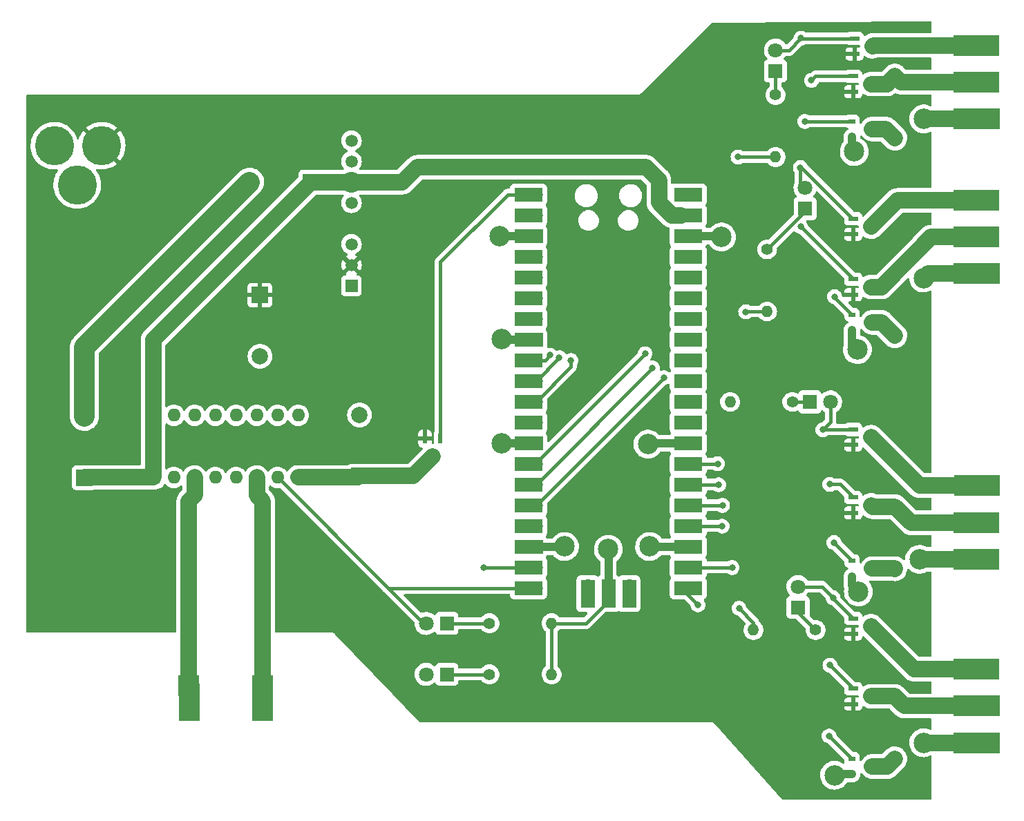
<source format=gbr>
%TF.GenerationSoftware,KiCad,Pcbnew,(6.0.7)*%
%TF.CreationDate,2022-12-25T01:48:00-08:00*%
%TF.ProjectId,ControlBoard,436f6e74-726f-46c4-926f-6172642e6b69,rev?*%
%TF.SameCoordinates,Original*%
%TF.FileFunction,Copper,L1,Top*%
%TF.FilePolarity,Positive*%
%FSLAX46Y46*%
G04 Gerber Fmt 4.6, Leading zero omitted, Abs format (unit mm)*
G04 Created by KiCad (PCBNEW (6.0.7)) date 2022-12-25 01:48:00*
%MOMM*%
%LPD*%
G01*
G04 APERTURE LIST*
%TA.AperFunction,ComponentPad*%
%ADD10C,1.400000*%
%TD*%
%TA.AperFunction,ComponentPad*%
%ADD11O,1.400000X1.400000*%
%TD*%
%TA.AperFunction,ComponentPad*%
%ADD12R,1.800000X1.800000*%
%TD*%
%TA.AperFunction,ComponentPad*%
%ADD13C,1.800000*%
%TD*%
%TA.AperFunction,SMDPad,CuDef*%
%ADD14R,2.500000X2.500000*%
%TD*%
%TA.AperFunction,SMDPad,CuDef*%
%ADD15R,0.850000X0.600000*%
%TD*%
%TA.AperFunction,ComponentPad*%
%ADD16O,1.700000X1.700000*%
%TD*%
%TA.AperFunction,SMDPad,CuDef*%
%ADD17R,3.500000X1.700000*%
%TD*%
%TA.AperFunction,ComponentPad*%
%ADD18R,1.700000X1.700000*%
%TD*%
%TA.AperFunction,SMDPad,CuDef*%
%ADD19R,1.700000X3.500000*%
%TD*%
%TA.AperFunction,ComponentPad*%
%ADD20R,1.600000X1.600000*%
%TD*%
%TA.AperFunction,ComponentPad*%
%ADD21O,1.600000X1.600000*%
%TD*%
%TA.AperFunction,SMDPad,CuDef*%
%ADD22R,1.200000X0.600000*%
%TD*%
%TA.AperFunction,SMDPad,CuDef*%
%ADD23R,0.600000X1.200000*%
%TD*%
%TA.AperFunction,ComponentPad*%
%ADD24R,1.508000X1.508000*%
%TD*%
%TA.AperFunction,ComponentPad*%
%ADD25C,1.508000*%
%TD*%
%TA.AperFunction,ComponentPad*%
%ADD26C,4.800000*%
%TD*%
%TA.AperFunction,ComponentPad*%
%ADD27R,2.000000X2.000000*%
%TD*%
%TA.AperFunction,ComponentPad*%
%ADD28C,2.000000*%
%TD*%
%TA.AperFunction,ViaPad*%
%ADD29C,0.800000*%
%TD*%
%TA.AperFunction,ViaPad*%
%ADD30C,2.500000*%
%TD*%
%TA.AperFunction,Conductor*%
%ADD31C,2.000000*%
%TD*%
%TA.AperFunction,Conductor*%
%ADD32C,2.500000*%
%TD*%
%TA.AperFunction,Conductor*%
%ADD33C,0.400000*%
%TD*%
%TA.AperFunction,Conductor*%
%ADD34C,1.000000*%
%TD*%
G04 APERTURE END LIST*
D10*
%TO.P,R10,1*%
%TO.N,Net-(D6-Pad1)*%
X223260000Y-106670000D03*
D11*
%TO.P,R10,2*%
%TO.N,GND*%
X215640000Y-106670000D03*
%TD*%
D10*
%TO.P,R9,1*%
%TO.N,Net-(D5-Pad1)*%
X220400000Y-78700000D03*
D11*
%TO.P,R9,2*%
%TO.N,GND*%
X212780000Y-78700000D03*
%TD*%
D10*
%TO.P,R8,1*%
%TO.N,Net-(D4-Pad1)*%
X217320000Y-59990000D03*
D11*
%TO.P,R8,2*%
%TO.N,GND*%
X217320000Y-67610000D03*
%TD*%
D10*
%TO.P,R7,1*%
%TO.N,Net-(D3-Pad1)*%
X218350000Y-41060000D03*
D11*
%TO.P,R7,2*%
%TO.N,GND*%
X218350000Y-48680000D03*
%TD*%
D10*
%TO.P,R6,1*%
%TO.N,Net-(D2-Pad1)*%
X183300000Y-105840000D03*
D11*
%TO.P,R6,2*%
%TO.N,GND*%
X190920000Y-105840000D03*
%TD*%
D10*
%TO.P,R5,1*%
%TO.N,Net-(D1-Pad1)*%
X183300000Y-112100000D03*
D11*
%TO.P,R5,2*%
%TO.N,GND*%
X190920000Y-112100000D03*
%TD*%
D12*
%TO.P,D6,1,K*%
%TO.N,Net-(D6-Pad1)*%
X221100000Y-103885000D03*
D13*
%TO.P,D6,2,A*%
%TO.N,G4A*%
X221100000Y-101345000D03*
%TD*%
D12*
%TO.P,D5,1,K*%
%TO.N,Net-(D5-Pad1)*%
X222555000Y-78700000D03*
D13*
%TO.P,D5,2,A*%
%TO.N,G3A*%
X225095000Y-78700000D03*
%TD*%
D12*
%TO.P,D4,1,K*%
%TO.N,Net-(D4-Pad1)*%
X221970000Y-55005000D03*
D13*
%TO.P,D4,2,A*%
%TO.N,G2A*%
X221970000Y-52465000D03*
%TD*%
D12*
%TO.P,D3,1,K*%
%TO.N,Net-(D3-Pad1)*%
X218350000Y-38105000D03*
D13*
%TO.P,D3,2,A*%
%TO.N,G1A*%
X218350000Y-35565000D03*
%TD*%
D12*
%TO.P,D2,1,K*%
%TO.N,Net-(D2-Pad1)*%
X178075000Y-105860000D03*
D13*
%TO.P,D2,2,A*%
%TO.N,Rail2*%
X175535000Y-105860000D03*
%TD*%
D12*
%TO.P,D1,1,K*%
%TO.N,Net-(D1-Pad1)*%
X178075000Y-112100000D03*
D13*
%TO.P,D1,2,A*%
%TO.N,Rail1*%
X175535000Y-112100000D03*
%TD*%
D14*
%TO.P,RailB2,1,1*%
%TO.N,Net-(RailB1-Pad1)*%
X155500000Y-113470000D03*
%TD*%
%TO.P,RailA2,1,1*%
%TO.N,Net-(RailA1-Pad1)*%
X146470000Y-113480000D03*
%TD*%
%TO.P,G4R2,1,1*%
%TO.N,Net-(G4R1-Pad1)*%
X241470000Y-111470000D03*
%TD*%
%TO.P,G4M2,1,1*%
%TO.N,Net-(G4M1-Pad1)*%
X241470000Y-115990000D03*
%TD*%
%TO.P,G4L2,1,1*%
%TO.N,GND1*%
X241450000Y-120530000D03*
%TD*%
%TO.P,G3R2,1,1*%
%TO.N,Net-(G3R1-Pad1)*%
X241500000Y-88960000D03*
%TD*%
%TO.P,G3M2,1,1*%
%TO.N,Net-(G3M1-Pad1)*%
X241440000Y-93520000D03*
%TD*%
%TO.P,G3L2,1,1*%
%TO.N,GND1*%
X241430000Y-98010000D03*
%TD*%
%TO.P,G2R2,1,1*%
%TO.N,Net-(G2R1-Pad1)*%
X241400000Y-54000000D03*
%TD*%
%TO.P,G2M2,1,1*%
%TO.N,Net-(G2M1-Pad1)*%
X241420000Y-58490000D03*
%TD*%
%TO.P,G2L2,1,1*%
%TO.N,GND1*%
X241470000Y-62980000D03*
%TD*%
%TO.P,G1R2,1,1*%
%TO.N,Net-(G1R1-Pad1)*%
X241450000Y-34970000D03*
%TD*%
%TO.P,G1M2,1,1*%
%TO.N,Net-(G1M1-Pad1)*%
X241440000Y-39490000D03*
%TD*%
%TO.P,G1L2,1,1*%
%TO.N,GND1*%
X241430000Y-43970000D03*
%TD*%
%TO.P,RailB1,1,1*%
%TO.N,Net-(RailB1-Pad1)*%
X155500000Y-116520000D03*
%TD*%
%TO.P,RailA1,1,1*%
%TO.N,Net-(RailA1-Pad1)*%
X146480000Y-116520000D03*
%TD*%
%TO.P,G4R1,1,1*%
%TO.N,Net-(G4R1-Pad1)*%
X244520000Y-111480000D03*
%TD*%
%TO.P,G4M1,1,1*%
%TO.N,Net-(G4M1-Pad1)*%
X244550000Y-115980000D03*
%TD*%
%TO.P,G4L1,1,1*%
%TO.N,GND1*%
X244530000Y-120490000D03*
%TD*%
%TO.P,G3R1,1,1*%
%TO.N,Net-(G3R1-Pad1)*%
X244560000Y-88950000D03*
%TD*%
%TO.P,G3M1,1,1*%
%TO.N,Net-(G3M1-Pad1)*%
X244490000Y-93520000D03*
%TD*%
%TO.P,G3L1,1,1*%
%TO.N,GND1*%
X244490000Y-98000000D03*
%TD*%
%TO.P,G2R1,1,1*%
%TO.N,Net-(G2R1-Pad1)*%
X244470000Y-54000000D03*
%TD*%
%TO.P,G2M1,1,1*%
%TO.N,Net-(G2M1-Pad1)*%
X244490000Y-58480000D03*
%TD*%
%TO.P,G2L1,1,1*%
%TO.N,GND1*%
X244530000Y-62990000D03*
%TD*%
%TO.P,G1R1,1,1*%
%TO.N,Net-(G1R1-Pad1)*%
X244520000Y-35000000D03*
%TD*%
%TO.P,G1M1,1,1*%
%TO.N,Net-(G1M1-Pad1)*%
X244510000Y-39480000D03*
%TD*%
%TO.P,G1L1,1,1*%
%TO.N,GND1*%
X244540000Y-43980000D03*
%TD*%
D10*
%TO.P,R4,1*%
%TO.N,Net-(G4M1-Pad1)*%
X232980000Y-114840000D03*
D11*
%TO.P,R4,2*%
%TO.N,Net-(IC4-Pad3)*%
X232980000Y-122460000D03*
%TD*%
D10*
%TO.P,R3,1*%
%TO.N,Net-(G3M1-Pad1)*%
X232980000Y-91540000D03*
D11*
%TO.P,R3,2*%
%TO.N,Net-(IC3-Pad3)*%
X232980000Y-99160000D03*
%TD*%
%TO.P,R2,2*%
%TO.N,Net-(IC2-Pad3)*%
X232980000Y-70600000D03*
D10*
%TO.P,R2,1*%
%TO.N,Net-(G2M1-Pad1)*%
X232980000Y-62980000D03*
%TD*%
%TO.P,R1,1*%
%TO.N,Net-(G1M1-Pad1)*%
X232980000Y-38740000D03*
D11*
%TO.P,R1,2*%
%TO.N,Net-(IC1-Pad3)*%
X232980000Y-46360000D03*
%TD*%
D15*
%TO.P,IC4,1,G*%
%TO.N,G4C*%
X227710000Y-122460000D03*
%TO.P,IC4,2,S*%
%TO.N,GND1*%
X227710000Y-124360000D03*
%TO.P,IC4,3,D*%
%TO.N,Net-(IC4-Pad3)*%
X230210000Y-123410000D03*
%TD*%
%TO.P,IC3,1,G*%
%TO.N,G3C*%
X227710000Y-98190000D03*
%TO.P,IC3,2,S*%
%TO.N,GND1*%
X227710000Y-100090000D03*
%TO.P,IC3,3,D*%
%TO.N,Net-(IC3-Pad3)*%
X230210000Y-99140000D03*
%TD*%
%TO.P,IC2,1,G*%
%TO.N,G2C*%
X227710000Y-67990000D03*
%TO.P,IC2,2,S*%
%TO.N,GND1*%
X227710000Y-69890000D03*
%TO.P,IC2,3,D*%
%TO.N,Net-(IC2-Pad3)*%
X230210000Y-68940000D03*
%TD*%
%TO.P,IC1,1,G*%
%TO.N,G1C*%
X227710000Y-44290000D03*
%TO.P,IC1,2,S*%
%TO.N,GND1*%
X227710000Y-46190000D03*
%TO.P,IC1,3,D*%
%TO.N,Net-(IC1-Pad3)*%
X230210000Y-45240000D03*
%TD*%
D16*
%TO.P,U2,1,GPIO0*%
%TO.N,PWM*%
X188980000Y-53285000D03*
D17*
X188080000Y-53285000D03*
D16*
%TO.P,U2,2,GPIO1*%
%TO.N,unconnected-(U2-Pad2)*%
X188980000Y-55825000D03*
D17*
X188080000Y-55825000D03*
%TO.P,U2,3,GND*%
%TO.N,GND*%
X188080000Y-58365000D03*
D18*
X188980000Y-58365000D03*
D16*
%TO.P,U2,4,GPIO2*%
%TO.N,MUX0*%
X188980000Y-60905000D03*
D17*
X188080000Y-60905000D03*
D16*
%TO.P,U2,5,GPIO3*%
%TO.N,MUX1*%
X188980000Y-63445000D03*
D17*
X188080000Y-63445000D03*
D16*
%TO.P,U2,6,GPIO4*%
%TO.N,MUX2*%
X188980000Y-65985000D03*
D17*
X188080000Y-65985000D03*
%TO.P,U2,7,GPIO5*%
%TO.N,unconnected-(U2-Pad7)*%
X188080000Y-68525000D03*
D16*
X188980000Y-68525000D03*
D18*
%TO.P,U2,8,GND*%
%TO.N,GND*%
X188980000Y-71065000D03*
D17*
X188080000Y-71065000D03*
%TO.P,U2,9,GPIO6*%
%TO.N,G1A*%
X188080000Y-73605000D03*
D16*
X188980000Y-73605000D03*
%TO.P,U2,10,GPIO7*%
%TO.N,G1B*%
X188980000Y-76145000D03*
D17*
X188080000Y-76145000D03*
%TO.P,U2,11,GPIO8*%
%TO.N,G1C*%
X188080000Y-78685000D03*
D16*
X188980000Y-78685000D03*
%TO.P,U2,12,GPIO9*%
%TO.N,unconnected-(U2-Pad12)*%
X188980000Y-81225000D03*
D17*
X188080000Y-81225000D03*
D18*
%TO.P,U2,13,GND*%
%TO.N,GND*%
X188980000Y-83765000D03*
D17*
X188080000Y-83765000D03*
%TO.P,U2,14,GPIO10*%
%TO.N,G2A*%
X188080000Y-86305000D03*
D16*
X188980000Y-86305000D03*
%TO.P,U2,15,GPIO11*%
%TO.N,G2B*%
X188980000Y-88845000D03*
D17*
X188080000Y-88845000D03*
%TO.P,U2,16,GPIO12*%
%TO.N,G2C*%
X188080000Y-91385000D03*
D16*
X188980000Y-91385000D03*
D17*
%TO.P,U2,17,GPIO13*%
%TO.N,unconnected-(U2-Pad17)*%
X188080000Y-93925000D03*
D16*
X188980000Y-93925000D03*
D17*
%TO.P,U2,18,GND*%
%TO.N,GND*%
X188080000Y-96465000D03*
D18*
X188980000Y-96465000D03*
D16*
%TO.P,U2,19,GPIO14*%
%TO.N,Rail1*%
X188980000Y-99005000D03*
D17*
X188080000Y-99005000D03*
%TO.P,U2,20,GPIO15*%
%TO.N,Rail2*%
X188080000Y-101545000D03*
D16*
X188980000Y-101545000D03*
D17*
%TO.P,U2,21,GPIO16*%
%TO.N,G4C*%
X207660000Y-101545000D03*
D16*
X206760000Y-101545000D03*
D17*
%TO.P,U2,22,GPIO17*%
%TO.N,G4B*%
X207660000Y-99005000D03*
D16*
X206760000Y-99005000D03*
D17*
%TO.P,U2,23,GND*%
%TO.N,GND*%
X207660000Y-96465000D03*
D18*
X206760000Y-96465000D03*
D16*
%TO.P,U2,24,GPIO18*%
%TO.N,G4A*%
X206760000Y-93925000D03*
D17*
X207660000Y-93925000D03*
%TO.P,U2,25,GPIO19*%
%TO.N,G3C*%
X207660000Y-91385000D03*
D16*
X206760000Y-91385000D03*
D17*
%TO.P,U2,26,GPIO20*%
%TO.N,G3B*%
X207660000Y-88845000D03*
D16*
X206760000Y-88845000D03*
%TO.P,U2,27,GPIO21*%
%TO.N,G3A*%
X206760000Y-86305000D03*
D17*
X207660000Y-86305000D03*
D18*
%TO.P,U2,28,GND*%
%TO.N,GND*%
X206760000Y-83765000D03*
D17*
X207660000Y-83765000D03*
D16*
%TO.P,U2,29,GPIO22*%
%TO.N,unconnected-(U2-Pad29)*%
X206760000Y-81225000D03*
D17*
X207660000Y-81225000D03*
%TO.P,U2,30,RUN*%
%TO.N,unconnected-(U2-Pad30)*%
X207660000Y-78685000D03*
D16*
X206760000Y-78685000D03*
%TO.P,U2,31,GPIO26_ADC0*%
%TO.N,unconnected-(U2-Pad31)*%
X206760000Y-76145000D03*
D17*
X207660000Y-76145000D03*
D16*
%TO.P,U2,32,GPIO27_ADC1*%
%TO.N,unconnected-(U2-Pad32)*%
X206760000Y-73605000D03*
D17*
X207660000Y-73605000D03*
%TO.P,U2,33,AGND*%
%TO.N,unconnected-(U2-Pad33)*%
X207660000Y-71065000D03*
D18*
X206760000Y-71065000D03*
D17*
%TO.P,U2,34,GPIO28_ADC2*%
%TO.N,unconnected-(U2-Pad34)*%
X207660000Y-68525000D03*
D16*
X206760000Y-68525000D03*
D17*
%TO.P,U2,35,ADC_VREF*%
%TO.N,unconnected-(U2-Pad35)*%
X207660000Y-65985000D03*
D16*
X206760000Y-65985000D03*
%TO.P,U2,36,3V3*%
%TO.N,3.3*%
X206760000Y-63445000D03*
D17*
X207660000Y-63445000D03*
%TO.P,U2,37,3V3_EN*%
%TO.N,unconnected-(U2-Pad37)*%
X207660000Y-60905000D03*
D16*
X206760000Y-60905000D03*
D17*
%TO.P,U2,38,GND*%
%TO.N,GND*%
X207660000Y-58365000D03*
D18*
X206760000Y-58365000D03*
D17*
%TO.P,U2,39,VSYS*%
%TO.N,+5V*%
X207660000Y-55825000D03*
D16*
X206760000Y-55825000D03*
%TO.P,U2,40,VBUS*%
%TO.N,unconnected-(U2-Pad40)*%
X206760000Y-53285000D03*
D17*
X207660000Y-53285000D03*
D19*
%TO.P,U2,41,SWCLK*%
%TO.N,unconnected-(U2-Pad41)*%
X195330000Y-102215000D03*
D16*
X195330000Y-101315000D03*
D18*
%TO.P,U2,42,GND*%
%TO.N,GND*%
X197870000Y-101315000D03*
D19*
X197870000Y-102215000D03*
D16*
%TO.P,U2,43,SWDIO*%
%TO.N,unconnected-(U2-Pad43)*%
X200410000Y-101315000D03*
D19*
X200410000Y-102215000D03*
%TD*%
D20*
%TO.P,U1,1,EN1\u002C2*%
%TO.N,+5V*%
X142085000Y-87960000D03*
D21*
%TO.P,U1,2,1A*%
%TO.N,Rail1*%
X144625000Y-87960000D03*
%TO.P,U1,3,1Y*%
%TO.N,Net-(RailA1-Pad1)*%
X147165000Y-87960000D03*
%TO.P,U1,4,GND*%
%TO.N,GND1*%
X149705000Y-87960000D03*
%TO.P,U1,5,GND*%
X152245000Y-87960000D03*
%TO.P,U1,6,2Y*%
%TO.N,Net-(RailB1-Pad1)*%
X154785000Y-87960000D03*
%TO.P,U1,7,2A*%
%TO.N,Rail2*%
X157325000Y-87960000D03*
%TO.P,U1,8,VCC2*%
%TO.N,RAIL*%
X159865000Y-87960000D03*
%TO.P,U1,9,EN3\u002C4*%
%TO.N,unconnected-(U1-Pad9)*%
X159865000Y-80340000D03*
%TO.P,U1,10,3A*%
%TO.N,unconnected-(U1-Pad10)*%
X157325000Y-80340000D03*
%TO.P,U1,11,3Y*%
%TO.N,unconnected-(U1-Pad11)*%
X154785000Y-80340000D03*
%TO.P,U1,12,GND*%
%TO.N,GND1*%
X152245000Y-80340000D03*
%TO.P,U1,13,GND*%
X149705000Y-80340000D03*
%TO.P,U1,14,4Y*%
%TO.N,unconnected-(U1-Pad14)*%
X147165000Y-80340000D03*
%TO.P,U1,15,4A*%
%TO.N,unconnected-(U1-Pad15)*%
X144625000Y-80340000D03*
%TO.P,U1,16,VCC1*%
%TO.N,+5V*%
X142085000Y-80340000D03*
%TD*%
D22*
%TO.P,Q12,1*%
%TO.N,G4A*%
X227860000Y-105250000D03*
%TO.P,Q12,2*%
%TO.N,18V*%
X227860000Y-107150000D03*
%TO.P,Q12,3*%
%TO.N,Net-(G4R1-Pad1)*%
X230060000Y-106200000D03*
%TD*%
%TO.P,Q10,1*%
%TO.N,G3A*%
X227860000Y-82080000D03*
%TO.P,Q10,2*%
%TO.N,18V*%
X227860000Y-83980000D03*
%TO.P,Q10,3*%
%TO.N,Net-(G3R1-Pad1)*%
X230060000Y-83030000D03*
%TD*%
%TO.P,Q9,1*%
%TO.N,G4B*%
X227860000Y-113850000D03*
%TO.P,Q9,2*%
%TO.N,18V*%
X227860000Y-115750000D03*
%TO.P,Q9,3*%
%TO.N,Net-(G4M1-Pad1)*%
X230060000Y-114800000D03*
%TD*%
%TO.P,Q8,1*%
%TO.N,G3B*%
X227860000Y-90420000D03*
%TO.P,Q8,2*%
%TO.N,18V*%
X227860000Y-92320000D03*
%TO.P,Q8,3*%
%TO.N,Net-(G3M1-Pad1)*%
X230060000Y-91370000D03*
%TD*%
%TO.P,Q6,1*%
%TO.N,G2A*%
X227860000Y-56250000D03*
%TO.P,Q6,2*%
%TO.N,18V*%
X227860000Y-58150000D03*
%TO.P,Q6,3*%
%TO.N,Net-(G2R1-Pad1)*%
X230060000Y-57200000D03*
%TD*%
%TO.P,Q4,1*%
%TO.N,G2B*%
X227860000Y-63650000D03*
%TO.P,Q4,2*%
%TO.N,18V*%
X227860000Y-65550000D03*
%TO.P,Q4,3*%
%TO.N,Net-(G2M1-Pad1)*%
X230060000Y-64600000D03*
%TD*%
%TO.P,Q3,1*%
%TO.N,G1B*%
X227860000Y-38770000D03*
%TO.P,Q3,2*%
%TO.N,18V*%
X227860000Y-40670000D03*
%TO.P,Q3,3*%
%TO.N,Net-(G1M1-Pad1)*%
X230060000Y-39720000D03*
%TD*%
%TO.P,Q2,1*%
%TO.N,G1A*%
X228020000Y-34130000D03*
%TO.P,Q2,2*%
%TO.N,18V*%
X228020000Y-36030000D03*
%TO.P,Q2,3*%
%TO.N,Net-(G1R1-Pad1)*%
X230220000Y-35080000D03*
%TD*%
D23*
%TO.P,Q1,1*%
%TO.N,PWM*%
X177290000Y-83190000D03*
%TO.P,Q1,2*%
%TO.N,18V*%
X175390000Y-83190000D03*
%TO.P,Q1,3*%
%TO.N,RAIL*%
X176340000Y-85390000D03*
%TD*%
D24*
%TO.P,PS1,1,GND*%
%TO.N,GND1*%
X166380000Y-64447500D03*
D25*
%TO.P,PS1,2,VIN*%
%TO.N,18V*%
X166380000Y-61907500D03*
%TO.P,PS1,3,NC*%
%TO.N,unconnected-(PS1-Pad3)*%
X166380000Y-59367500D03*
%TO.P,PS1,5,NC*%
%TO.N,unconnected-(PS1-Pad5)*%
X166380000Y-54287500D03*
%TO.P,PS1,6,+VO*%
%TO.N,+5V*%
X166380000Y-51747500D03*
%TO.P,PS1,7,0V*%
%TO.N,GND*%
X166380000Y-49207500D03*
%TO.P,PS1,8,NC*%
%TO.N,unconnected-(PS1-Pad8)*%
X166380000Y-46667500D03*
%TD*%
D26*
%TO.P,J1,1,POWER*%
%TO.N,18V*%
X135779500Y-47280000D03*
%TO.P,J1,2,GND_1*%
%TO.N,GND1*%
X129979500Y-47280000D03*
%TO.P,J1,3,GND_2*%
X132779500Y-52080000D03*
%TD*%
D27*
%TO.P,C4,1*%
%TO.N,RAIL*%
X167374880Y-87795119D03*
D28*
%TO.P,C4,2*%
%TO.N,GND1*%
X167374880Y-80295119D03*
%TD*%
D27*
%TO.P,C3,1*%
%TO.N,+5V*%
X161417677Y-51740000D03*
D28*
%TO.P,C3,2*%
%TO.N,GND*%
X153917677Y-51740000D03*
%TD*%
%TO.P,C2,2*%
%TO.N,GND*%
X133650000Y-80487677D03*
D27*
%TO.P,C2,1*%
%TO.N,+5V*%
X133650000Y-87987677D03*
%TD*%
D28*
%TO.P,C1,2*%
%TO.N,GND1*%
X155175000Y-73102323D03*
D27*
%TO.P,C1,1*%
%TO.N,18V*%
X155175000Y-65602323D03*
%TD*%
D29*
%TO.N,GND*%
X213880000Y-104000000D03*
X213760000Y-48670000D03*
X214700000Y-67650000D03*
%TO.N,Rail1*%
X182610000Y-98980000D03*
%TO.N,G3B*%
X211370000Y-88850000D03*
%TO.N,G3A*%
X211250000Y-86290000D03*
%TO.N,G4A*%
X211800000Y-93930000D03*
%TO.N,G4B*%
X213035000Y-99005000D03*
%TO.N,G4C*%
X208840000Y-103580000D03*
%TO.N,G3C*%
X211855000Y-91385000D03*
D30*
%TO.N,GND*%
X211730000Y-58480000D03*
X184500000Y-58400000D03*
X184750000Y-71030000D03*
X184750000Y-83740000D03*
X202700000Y-83870000D03*
X202920000Y-96430000D03*
X197860000Y-96760000D03*
X192500000Y-96430000D03*
D29*
%TO.N,G2C*%
X204690000Y-75730000D03*
%TO.N,G2B*%
X203280000Y-74545000D03*
%TO.N,G2A*%
X202360000Y-72790000D03*
%TO.N,G1C*%
X193280000Y-73620000D03*
%TO.N,G1B*%
X191850000Y-73275000D03*
%TO.N,G1A*%
X190720000Y-72980000D03*
D30*
%TO.N,GND1*%
X236500000Y-63500000D03*
X236500000Y-44000000D03*
X228000000Y-48000000D03*
X228390000Y-72290000D03*
X225570000Y-124480000D03*
X236500000Y-120500000D03*
X228500000Y-102000000D03*
X236000000Y-98000000D03*
D29*
%TO.N,G4B*%
X225020000Y-110990000D03*
%TO.N,G4A*%
X225400000Y-102710000D03*
%TO.N,G3C*%
X225510000Y-95930000D03*
%TO.N,G3B*%
X225000000Y-88810000D03*
%TO.N,G3A*%
X224160000Y-82110000D03*
%TO.N,G4C*%
X224915000Y-119665000D03*
%TO.N,G2C*%
X225590000Y-65790000D03*
%TO.N,G2B*%
X221410000Y-57190000D03*
%TO.N,G2A*%
X221390000Y-49970000D03*
%TO.N,G1C*%
X221940000Y-44310000D03*
%TO.N,G1B*%
X222750000Y-39270000D03*
%TO.N,G1A*%
X221470000Y-34110000D03*
%TD*%
D31*
%TO.N,+5V*%
X142085000Y-71072677D02*
X142085000Y-80340000D01*
X161417677Y-51740000D02*
X142085000Y-71072677D01*
D32*
%TO.N,GND*%
X133650000Y-72007677D02*
X153917677Y-51740000D01*
X133650000Y-80487677D02*
X133650000Y-72007677D01*
D31*
%TO.N,+5V*%
X161425177Y-51747500D02*
X161417677Y-51740000D01*
X166380000Y-51747500D02*
X161425177Y-51747500D01*
D32*
X166372500Y-51740000D02*
X166380000Y-51747500D01*
D31*
X133677677Y-87960000D02*
X133650000Y-87987677D01*
X142085000Y-87960000D02*
X133677677Y-87960000D01*
X172632500Y-51747500D02*
X166380000Y-51747500D01*
X202500000Y-49930000D02*
X174450000Y-49930000D01*
X204050000Y-54266291D02*
X204050000Y-51480000D01*
X205608709Y-55825000D02*
X204050000Y-54266291D01*
X204050000Y-51480000D02*
X202500000Y-49930000D01*
X206760000Y-55825000D02*
X205608709Y-55825000D01*
X174450000Y-49930000D02*
X172632500Y-51747500D01*
D33*
%TO.N,Net-(D4-Pad1)*%
X221970000Y-55340000D02*
X217320000Y-59990000D01*
X221970000Y-55005000D02*
X221970000Y-55340000D01*
%TO.N,GND*%
X214740000Y-67610000D02*
X214700000Y-67650000D01*
X217320000Y-67610000D02*
X214740000Y-67610000D01*
%TO.N,G3A*%
X225095000Y-81175000D02*
X224160000Y-82110000D01*
X225095000Y-78700000D02*
X225095000Y-81175000D01*
%TO.N,Net-(D5-Pad1)*%
X220400000Y-78700000D02*
X222555000Y-78700000D01*
%TO.N,G4A*%
X224035000Y-101345000D02*
X225400000Y-102710000D01*
X221100000Y-101345000D02*
X224035000Y-101345000D01*
%TO.N,Net-(D6-Pad1)*%
X221100000Y-104510000D02*
X223260000Y-106670000D01*
X221100000Y-103885000D02*
X221100000Y-104510000D01*
%TO.N,GND*%
X215640000Y-105760000D02*
X213880000Y-104000000D01*
X215640000Y-106670000D02*
X215640000Y-105760000D01*
X213770000Y-48680000D02*
X213760000Y-48670000D01*
X218350000Y-48680000D02*
X213770000Y-48680000D01*
%TO.N,Net-(D3-Pad1)*%
X218350000Y-38105000D02*
X218350000Y-41060000D01*
%TO.N,G1A*%
X220015000Y-35565000D02*
X221470000Y-34110000D01*
X218350000Y-35565000D02*
X220015000Y-35565000D01*
%TO.N,G1B*%
X222750000Y-39270000D02*
X223250000Y-38770000D01*
X223250000Y-38770000D02*
X227860000Y-38770000D01*
%TO.N,G2A*%
X221390000Y-51885000D02*
X221970000Y-52465000D01*
X221390000Y-49970000D02*
X221390000Y-51885000D01*
%TO.N,GND*%
X190920000Y-112100000D02*
X190920000Y-105840000D01*
%TO.N,Net-(D1-Pad1)*%
X178075000Y-112100000D02*
X183300000Y-112100000D01*
%TO.N,Net-(D2-Pad1)*%
X178095000Y-105840000D02*
X178075000Y-105860000D01*
X183300000Y-105840000D02*
X178095000Y-105840000D01*
%TO.N,GND*%
X190920000Y-105840000D02*
X195105000Y-105840000D01*
X195105000Y-105840000D02*
X197870000Y-103075000D01*
X197870000Y-103075000D02*
X197870000Y-101315000D01*
%TO.N,Rail2*%
X175535000Y-105860000D02*
X175220000Y-105860000D01*
X175220000Y-105860000D02*
X170910000Y-101550000D01*
X170910000Y-101550000D02*
X170910000Y-101545000D01*
%TO.N,Rail1*%
X182635000Y-99005000D02*
X182610000Y-98980000D01*
X188980000Y-99005000D02*
X182635000Y-99005000D01*
%TO.N,G3B*%
X211365000Y-88845000D02*
X211370000Y-88850000D01*
X206760000Y-88845000D02*
X211365000Y-88845000D01*
%TO.N,G3A*%
X211235000Y-86305000D02*
X211250000Y-86290000D01*
X206760000Y-86305000D02*
X211235000Y-86305000D01*
%TO.N,G4A*%
X211795000Y-93925000D02*
X211800000Y-93930000D01*
X206760000Y-93925000D02*
X211795000Y-93925000D01*
%TO.N,G4B*%
X206760000Y-99005000D02*
X213035000Y-99005000D01*
%TO.N,G4C*%
X206805000Y-101545000D02*
X206760000Y-101545000D01*
X208840000Y-103580000D02*
X206805000Y-101545000D01*
%TO.N,G3C*%
X206760000Y-91385000D02*
X211855000Y-91385000D01*
D34*
%TO.N,GND1*%
X225570000Y-124480000D02*
X225690000Y-124360000D01*
X225690000Y-124360000D02*
X227710000Y-124360000D01*
X228390000Y-72290000D02*
X227710000Y-71610000D01*
X227710000Y-71610000D02*
X227710000Y-69890000D01*
%TO.N,GND*%
X211615000Y-58365000D02*
X211730000Y-58480000D01*
X206760000Y-58365000D02*
X211615000Y-58365000D01*
X184535000Y-58365000D02*
X184500000Y-58400000D01*
X188980000Y-58365000D02*
X184535000Y-58365000D01*
D33*
%TO.N,PWM*%
X177290000Y-61530000D02*
X177290000Y-83190000D01*
X185535000Y-53285000D02*
X177290000Y-61530000D01*
X188980000Y-53285000D02*
X185535000Y-53285000D01*
D34*
%TO.N,GND*%
X184785000Y-71065000D02*
X184750000Y-71030000D01*
X188980000Y-71065000D02*
X184785000Y-71065000D01*
X184775000Y-83765000D02*
X184750000Y-83740000D01*
X188980000Y-83765000D02*
X184775000Y-83765000D01*
X202805000Y-83765000D02*
X202700000Y-83870000D01*
X206760000Y-83765000D02*
X202805000Y-83765000D01*
X202955000Y-96465000D02*
X202920000Y-96430000D01*
X206760000Y-96465000D02*
X202955000Y-96465000D01*
X197870000Y-96770000D02*
X197860000Y-96760000D01*
X197870000Y-101315000D02*
X197870000Y-96770000D01*
X192465000Y-96465000D02*
X192500000Y-96430000D01*
X188980000Y-96465000D02*
X192465000Y-96465000D01*
D33*
%TO.N,G2C*%
X189035000Y-91385000D02*
X204690000Y-75730000D01*
X188980000Y-91385000D02*
X189035000Y-91385000D01*
%TO.N,G2B*%
X188980000Y-88845000D02*
X203280000Y-74545000D01*
%TO.N,G2A*%
X188980000Y-86170000D02*
X202360000Y-72790000D01*
X188980000Y-86305000D02*
X188980000Y-86170000D01*
%TO.N,G1C*%
X193280000Y-74385000D02*
X193280000Y-73620000D01*
X188980000Y-78685000D02*
X193280000Y-74385000D01*
%TO.N,G1B*%
X188980000Y-76145000D02*
X191850000Y-73275000D01*
%TO.N,G1A*%
X190095000Y-73605000D02*
X188980000Y-73605000D01*
X190720000Y-72980000D02*
X190095000Y-73605000D01*
D31*
%TO.N,GND1*%
X237020000Y-62980000D02*
X236500000Y-63500000D01*
X241470000Y-62980000D02*
X237020000Y-62980000D01*
X236530000Y-43970000D02*
X236500000Y-44000000D01*
X241430000Y-43970000D02*
X236530000Y-43970000D01*
D34*
X227710000Y-47710000D02*
X228000000Y-48000000D01*
X227710000Y-46190000D02*
X227710000Y-47710000D01*
D31*
X236530000Y-120530000D02*
X236500000Y-120500000D01*
X241450000Y-120530000D02*
X236530000Y-120530000D01*
D34*
X227710000Y-101210000D02*
X228500000Y-102000000D01*
X227710000Y-100090000D02*
X227710000Y-101210000D01*
D31*
X236010000Y-98010000D02*
X236000000Y-98000000D01*
X241430000Y-98010000D02*
X236010000Y-98010000D01*
D33*
%TO.N,G4B*%
X227860000Y-113830000D02*
X227860000Y-113850000D01*
X225020000Y-110990000D02*
X227860000Y-113830000D01*
%TO.N,G4A*%
X225400000Y-102790000D02*
X227860000Y-105250000D01*
X225400000Y-102710000D02*
X225400000Y-102790000D01*
%TO.N,G3C*%
X227710000Y-98130000D02*
X225510000Y-95930000D01*
X227710000Y-98190000D02*
X227710000Y-98130000D01*
%TO.N,G3B*%
X226250000Y-88810000D02*
X227860000Y-90420000D01*
X225000000Y-88810000D02*
X226250000Y-88810000D01*
%TO.N,G3A*%
X227850000Y-82090000D02*
X227860000Y-82080000D01*
X224180000Y-82090000D02*
X227850000Y-82090000D01*
X224160000Y-82110000D02*
X224180000Y-82090000D01*
%TO.N,G4C*%
X224915000Y-119665000D02*
X227710000Y-122460000D01*
D31*
%TO.N,+5V*%
X142085000Y-87960000D02*
X142085000Y-80340000D01*
%TO.N,Net-(RailA1-Pad1)*%
X147165000Y-90143475D02*
X147165000Y-87960000D01*
X146460000Y-90848475D02*
X147165000Y-90143475D01*
X146460000Y-113470000D02*
X146460000Y-90848475D01*
X146470000Y-113480000D02*
X146460000Y-113470000D01*
%TO.N,Net-(RailB1-Pad1)*%
X154785000Y-90143475D02*
X154785000Y-87960000D01*
X155500000Y-90858475D02*
X154785000Y-90143475D01*
X155500000Y-113470000D02*
X155500000Y-90858475D01*
D32*
X155500000Y-116520000D02*
X155500000Y-113470000D01*
%TO.N,Net-(RailA1-Pad1)*%
X146480000Y-113490000D02*
X146470000Y-113480000D01*
X146480000Y-116520000D02*
X146480000Y-113490000D01*
D31*
%TO.N,Net-(G1M1-Pad1)*%
X233730000Y-39490000D02*
X232980000Y-38740000D01*
X241440000Y-39490000D02*
X233730000Y-39490000D01*
%TO.N,Net-(IC1-Pad3)*%
X231860000Y-45240000D02*
X232980000Y-46360000D01*
X230210000Y-45240000D02*
X231860000Y-45240000D01*
%TO.N,Net-(G1M1-Pad1)*%
X232000000Y-39720000D02*
X232980000Y-38740000D01*
X230060000Y-39720000D02*
X232000000Y-39720000D01*
%TO.N,Net-(IC2-Pad3)*%
X231320000Y-68940000D02*
X232980000Y-70600000D01*
X230210000Y-68940000D02*
X231320000Y-68940000D01*
%TO.N,Net-(G2M1-Pad1)*%
X236380000Y-59580000D02*
X236380000Y-59550000D01*
X232980000Y-62980000D02*
X236380000Y-59580000D01*
X231360000Y-64600000D02*
X232980000Y-62980000D01*
X230060000Y-64600000D02*
X231360000Y-64600000D01*
%TO.N,Net-(IC3-Pad3)*%
X232960000Y-99140000D02*
X232980000Y-99160000D01*
X230210000Y-99140000D02*
X232960000Y-99140000D01*
%TO.N,Net-(G3M1-Pad1)*%
X230230000Y-91540000D02*
X230060000Y-91370000D01*
X232980000Y-91540000D02*
X230230000Y-91540000D01*
X234960000Y-93520000D02*
X232980000Y-91540000D01*
X241440000Y-93520000D02*
X234960000Y-93520000D01*
%TO.N,Net-(G4R1-Pad1)*%
X235330000Y-111470000D02*
X230060000Y-106200000D01*
X241470000Y-111470000D02*
X235330000Y-111470000D01*
%TO.N,Net-(G4M1-Pad1)*%
X232940000Y-114800000D02*
X232980000Y-114840000D01*
X230060000Y-114800000D02*
X232940000Y-114800000D01*
X241470000Y-115990000D02*
X234130000Y-115990000D01*
X234130000Y-115990000D02*
X232980000Y-114840000D01*
%TO.N,Net-(IC4-Pad3)*%
X232030000Y-123410000D02*
X232980000Y-122460000D01*
X230210000Y-123410000D02*
X232030000Y-123410000D01*
%TO.N,Net-(G3R1-Pad1)*%
X235990000Y-88960000D02*
X230060000Y-83030000D01*
X241500000Y-88960000D02*
X235990000Y-88960000D01*
%TO.N,Net-(G2M1-Pad1)*%
X236360000Y-59530000D02*
X236380000Y-59550000D01*
X237400000Y-58490000D02*
X236360000Y-59530000D01*
X241420000Y-58490000D02*
X237400000Y-58490000D01*
%TO.N,Net-(G2R1-Pad1)*%
X233260000Y-54000000D02*
X230060000Y-57200000D01*
X241400000Y-54000000D02*
X233260000Y-54000000D01*
%TO.N,Net-(G1R1-Pad1)*%
X230330000Y-34970000D02*
X230220000Y-35080000D01*
X241450000Y-34970000D02*
X230330000Y-34970000D01*
D32*
X241480000Y-35000000D02*
X241450000Y-34970000D01*
X244520000Y-35000000D02*
X241480000Y-35000000D01*
%TO.N,Net-(G1M1-Pad1)*%
X241450000Y-39480000D02*
X241440000Y-39490000D01*
X244510000Y-39480000D02*
X241450000Y-39480000D01*
%TO.N,GND1*%
X241440000Y-43980000D02*
X241430000Y-43970000D01*
X244540000Y-43980000D02*
X241440000Y-43980000D01*
%TO.N,Net-(G2R1-Pad1)*%
X244470000Y-54000000D02*
X241400000Y-54000000D01*
%TO.N,Net-(G2M1-Pad1)*%
X241430000Y-58480000D02*
X241420000Y-58490000D01*
X244490000Y-58480000D02*
X241430000Y-58480000D01*
%TO.N,GND1*%
X241480000Y-62990000D02*
X241470000Y-62980000D01*
X244530000Y-62990000D02*
X241480000Y-62990000D01*
%TO.N,Net-(G3R1-Pad1)*%
X241510000Y-88950000D02*
X241500000Y-88960000D01*
X244560000Y-88950000D02*
X241510000Y-88950000D01*
%TO.N,Net-(G3M1-Pad1)*%
X244490000Y-93520000D02*
X241440000Y-93520000D01*
%TO.N,GND1*%
X244490000Y-98000000D02*
X241440000Y-98000000D01*
X241440000Y-98000000D02*
X241430000Y-98010000D01*
X241490000Y-120490000D02*
X241450000Y-120530000D01*
X244530000Y-120490000D02*
X241490000Y-120490000D01*
%TO.N,Net-(G4M1-Pad1)*%
X244550000Y-115980000D02*
X241480000Y-115980000D01*
X241480000Y-115980000D02*
X241470000Y-115990000D01*
%TO.N,Net-(G4R1-Pad1)*%
X241480000Y-111480000D02*
X241470000Y-111470000D01*
X244520000Y-111480000D02*
X241480000Y-111480000D01*
D31*
%TO.N,RAIL*%
X173934881Y-87795119D02*
X176340000Y-85390000D01*
X167374880Y-87795119D02*
X173934881Y-87795119D01*
X167209999Y-87960000D02*
X167374880Y-87795119D01*
X159865000Y-87960000D02*
X167209999Y-87960000D01*
D33*
%TO.N,G2C*%
X225590000Y-65870000D02*
X227710000Y-67990000D01*
X225590000Y-65790000D02*
X225590000Y-65870000D01*
%TO.N,G2B*%
X221410000Y-57200000D02*
X227860000Y-63650000D01*
X221410000Y-57190000D02*
X221410000Y-57200000D01*
%TO.N,G2A*%
X227840000Y-56250000D02*
X227860000Y-56250000D01*
X221560000Y-49970000D02*
X227840000Y-56250000D01*
X221390000Y-49970000D02*
X221560000Y-49970000D01*
%TO.N,G1C*%
X221960000Y-44290000D02*
X227710000Y-44290000D01*
X221940000Y-44310000D02*
X221960000Y-44290000D01*
%TO.N,G1A*%
X221490000Y-34130000D02*
X228020000Y-34130000D01*
X221470000Y-34110000D02*
X221490000Y-34130000D01*
%TO.N,Rail2*%
X170910000Y-101545000D02*
X157325000Y-87960000D01*
X188980000Y-101545000D02*
X170910000Y-101545000D01*
%TD*%
%TA.AperFunction,Conductor*%
%TO.N,18V*%
G36*
X237433621Y-32028502D02*
G01*
X237480114Y-32082158D01*
X237491500Y-32134500D01*
X237491500Y-33335500D01*
X237471498Y-33403621D01*
X237417842Y-33450114D01*
X237365500Y-33461500D01*
X230354002Y-33461500D01*
X230350483Y-33461451D01*
X230255850Y-33458807D01*
X230255847Y-33458807D01*
X230250795Y-33458666D01*
X230172893Y-33469060D01*
X230166368Y-33469757D01*
X230135934Y-33472206D01*
X230093087Y-33475653D01*
X230093081Y-33475654D01*
X230088035Y-33476060D01*
X230083119Y-33477268D01*
X230083116Y-33477268D01*
X230056129Y-33483897D01*
X230042737Y-33486427D01*
X230010179Y-33490771D01*
X230005331Y-33492235D01*
X230005325Y-33492236D01*
X229934962Y-33513480D01*
X229928599Y-33515221D01*
X229894973Y-33523480D01*
X229852294Y-33533963D01*
X229847634Y-33535941D01*
X229822049Y-33546801D01*
X229809239Y-33551438D01*
X229777792Y-33560933D01*
X229773244Y-33563151D01*
X229773237Y-33563154D01*
X229707182Y-33595371D01*
X229701180Y-33598107D01*
X229656496Y-33617075D01*
X229628844Y-33628812D01*
X229604532Y-33644123D01*
X229601044Y-33646319D01*
X229589140Y-33652945D01*
X229559612Y-33667346D01*
X229495908Y-33712285D01*
X229495403Y-33712641D01*
X229489914Y-33716301D01*
X229463840Y-33732721D01*
X229423433Y-33758167D01*
X229419644Y-33761508D01*
X229419638Y-33761512D01*
X229398783Y-33779898D01*
X229388088Y-33788344D01*
X229361253Y-33807274D01*
X229339750Y-33826909D01*
X229338730Y-33827929D01*
X229337711Y-33828903D01*
X229337209Y-33828378D01*
X229277258Y-33861115D01*
X229206443Y-33856050D01*
X229149607Y-33813503D01*
X229125212Y-33751600D01*
X229122599Y-33727541D01*
X229122598Y-33727537D01*
X229121745Y-33719684D01*
X229070615Y-33583295D01*
X228983261Y-33466739D01*
X228866705Y-33379385D01*
X228730316Y-33328255D01*
X228668134Y-33321500D01*
X227371866Y-33321500D01*
X227309684Y-33328255D01*
X227173295Y-33379385D01*
X227150689Y-33396327D01*
X227084185Y-33421174D01*
X227075126Y-33421500D01*
X222108933Y-33421500D01*
X222040812Y-33401498D01*
X222034872Y-33397436D01*
X221932094Y-33322763D01*
X221932093Y-33322762D01*
X221926752Y-33318882D01*
X221920724Y-33316198D01*
X221920722Y-33316197D01*
X221758319Y-33243891D01*
X221758318Y-33243891D01*
X221752288Y-33241206D01*
X221658888Y-33221353D01*
X221571944Y-33202872D01*
X221571939Y-33202872D01*
X221565487Y-33201500D01*
X221374513Y-33201500D01*
X221368061Y-33202872D01*
X221368056Y-33202872D01*
X221281113Y-33221353D01*
X221187712Y-33241206D01*
X221181682Y-33243891D01*
X221181681Y-33243891D01*
X221019278Y-33316197D01*
X221019276Y-33316198D01*
X221013248Y-33318882D01*
X221007907Y-33322762D01*
X221007906Y-33322763D01*
X221001521Y-33327402D01*
X220858747Y-33431134D01*
X220854326Y-33436044D01*
X220854325Y-33436045D01*
X220741876Y-33560933D01*
X220730960Y-33573056D01*
X220635473Y-33738444D01*
X220576458Y-33920072D01*
X220575768Y-33926637D01*
X220571550Y-33966770D01*
X220544537Y-34032427D01*
X220535335Y-34042695D01*
X219758435Y-34819595D01*
X219696123Y-34853621D01*
X219669340Y-34856500D01*
X219637840Y-34856500D01*
X219569719Y-34836498D01*
X219532048Y-34798941D01*
X219472571Y-34707004D01*
X219469764Y-34702665D01*
X219313887Y-34531358D01*
X219309836Y-34528159D01*
X219309832Y-34528155D01*
X219136177Y-34391011D01*
X219136172Y-34391008D01*
X219132123Y-34387810D01*
X219127607Y-34385317D01*
X219127604Y-34385315D01*
X218933879Y-34278373D01*
X218933875Y-34278371D01*
X218929355Y-34275876D01*
X218924486Y-34274152D01*
X218924482Y-34274150D01*
X218715903Y-34200288D01*
X218715899Y-34200287D01*
X218711028Y-34198562D01*
X218705935Y-34197655D01*
X218705932Y-34197654D01*
X218488095Y-34158851D01*
X218488089Y-34158850D01*
X218483006Y-34157945D01*
X218410096Y-34157054D01*
X218256581Y-34155179D01*
X218256579Y-34155179D01*
X218251411Y-34155116D01*
X218022464Y-34190150D01*
X217802314Y-34262106D01*
X217797726Y-34264494D01*
X217797722Y-34264496D01*
X217771065Y-34278373D01*
X217596872Y-34369052D01*
X217592739Y-34372155D01*
X217592736Y-34372157D01*
X217567625Y-34391011D01*
X217411655Y-34508117D01*
X217251639Y-34675564D01*
X217248725Y-34679836D01*
X217248724Y-34679837D01*
X217233152Y-34702665D01*
X217121119Y-34866899D01*
X217023602Y-35076981D01*
X216961707Y-35300169D01*
X216937095Y-35530469D01*
X216937392Y-35535622D01*
X216937392Y-35535625D01*
X216942698Y-35627649D01*
X216950427Y-35761697D01*
X216951564Y-35766743D01*
X216951565Y-35766749D01*
X216953650Y-35776000D01*
X217001346Y-35987642D01*
X217003288Y-35992424D01*
X217003289Y-35992428D01*
X217084305Y-36191946D01*
X217088484Y-36202237D01*
X217209501Y-36399719D01*
X217212882Y-36403622D01*
X217321304Y-36528788D01*
X217350786Y-36593373D01*
X217340671Y-36663646D01*
X217294170Y-36717294D01*
X217270296Y-36729267D01*
X217221631Y-36747511D01*
X217203295Y-36754385D01*
X217086739Y-36841739D01*
X216999385Y-36958295D01*
X216948255Y-37094684D01*
X216941500Y-37156866D01*
X216941500Y-39053134D01*
X216948255Y-39115316D01*
X216999385Y-39251705D01*
X217086739Y-39368261D01*
X217203295Y-39455615D01*
X217339684Y-39506745D01*
X217401866Y-39513500D01*
X217515500Y-39513500D01*
X217583621Y-39533502D01*
X217630114Y-39587158D01*
X217641500Y-39639500D01*
X217641500Y-40015199D01*
X217621498Y-40083320D01*
X217587772Y-40118411D01*
X217574738Y-40127538D01*
X217570224Y-40130699D01*
X217420699Y-40280224D01*
X217299411Y-40453442D01*
X217297090Y-40458420D01*
X217297088Y-40458423D01*
X217296173Y-40460386D01*
X217210044Y-40645090D01*
X217155314Y-40849345D01*
X217136884Y-41060000D01*
X217155314Y-41270655D01*
X217156738Y-41275968D01*
X217156738Y-41275970D01*
X217208321Y-41468478D01*
X217210044Y-41474910D01*
X217212366Y-41479891D01*
X217212367Y-41479892D01*
X217221040Y-41498490D01*
X217299411Y-41666558D01*
X217420699Y-41839776D01*
X217570224Y-41989301D01*
X217743442Y-42110589D01*
X217748420Y-42112910D01*
X217748423Y-42112912D01*
X217930108Y-42197633D01*
X217935090Y-42199956D01*
X217940398Y-42201378D01*
X217940400Y-42201379D01*
X218134030Y-42253262D01*
X218134032Y-42253262D01*
X218139345Y-42254686D01*
X218350000Y-42273116D01*
X218560655Y-42254686D01*
X218565968Y-42253262D01*
X218565970Y-42253262D01*
X218759600Y-42201379D01*
X218759602Y-42201378D01*
X218764910Y-42199956D01*
X218769892Y-42197633D01*
X218951577Y-42112912D01*
X218951580Y-42112910D01*
X218956558Y-42110589D01*
X219129776Y-41989301D01*
X219279301Y-41839776D01*
X219400589Y-41666558D01*
X219478961Y-41498490D01*
X219487633Y-41479892D01*
X219487634Y-41479891D01*
X219489956Y-41474910D01*
X219491680Y-41468478D01*
X219543262Y-41275970D01*
X219543262Y-41275968D01*
X219544686Y-41270655D01*
X219563116Y-41060000D01*
X219559150Y-41014669D01*
X226752001Y-41014669D01*
X226752371Y-41021490D01*
X226757895Y-41072352D01*
X226761521Y-41087604D01*
X226806676Y-41208054D01*
X226815214Y-41223649D01*
X226891715Y-41325724D01*
X226904276Y-41338285D01*
X227006351Y-41414786D01*
X227021946Y-41423324D01*
X227142394Y-41468478D01*
X227157649Y-41472105D01*
X227208514Y-41477631D01*
X227215328Y-41478000D01*
X227587885Y-41478000D01*
X227603124Y-41473525D01*
X227604329Y-41472135D01*
X227606000Y-41464452D01*
X227606000Y-40942115D01*
X227601525Y-40926876D01*
X227600135Y-40925671D01*
X227592452Y-40924000D01*
X226770116Y-40924000D01*
X226754877Y-40928475D01*
X226753672Y-40929865D01*
X226752001Y-40937548D01*
X226752001Y-41014669D01*
X219559150Y-41014669D01*
X219544686Y-40849345D01*
X219489956Y-40645090D01*
X219403827Y-40460386D01*
X219402912Y-40458423D01*
X219402910Y-40458420D01*
X219400589Y-40453442D01*
X219361688Y-40397885D01*
X226752000Y-40397885D01*
X226756475Y-40413124D01*
X226757865Y-40414329D01*
X226765548Y-40416000D01*
X227587885Y-40416000D01*
X227603124Y-40411525D01*
X227604329Y-40410135D01*
X227606000Y-40402452D01*
X227606000Y-39880116D01*
X227601525Y-39864877D01*
X227600135Y-39863672D01*
X227592452Y-39862001D01*
X227215331Y-39862001D01*
X227208510Y-39862371D01*
X227157648Y-39867895D01*
X227142396Y-39871521D01*
X227021946Y-39916676D01*
X227006351Y-39925214D01*
X226904276Y-40001715D01*
X226891715Y-40014276D01*
X226815214Y-40116351D01*
X226806676Y-40131946D01*
X226761522Y-40252394D01*
X226757895Y-40267649D01*
X226752369Y-40318514D01*
X226752000Y-40325328D01*
X226752000Y-40397885D01*
X219361688Y-40397885D01*
X219279301Y-40280224D01*
X219129776Y-40130699D01*
X219125262Y-40127538D01*
X219112228Y-40118411D01*
X219067900Y-40062953D01*
X219058500Y-40015199D01*
X219058500Y-39639500D01*
X219078502Y-39571379D01*
X219132158Y-39524886D01*
X219184500Y-39513500D01*
X219298134Y-39513500D01*
X219360316Y-39506745D01*
X219496705Y-39455615D01*
X219613261Y-39368261D01*
X219700615Y-39251705D01*
X219751745Y-39115316D01*
X219758500Y-39053134D01*
X219758500Y-37156866D01*
X219751745Y-37094684D01*
X219700615Y-36958295D01*
X219613261Y-36841739D01*
X219496705Y-36754385D01*
X219488296Y-36751233D01*
X219488295Y-36751232D01*
X219429804Y-36729305D01*
X219373039Y-36686664D01*
X219348339Y-36620103D01*
X219363546Y-36550754D01*
X219385093Y-36522073D01*
X219422636Y-36484660D01*
X219422640Y-36484655D01*
X219426303Y-36481005D01*
X219446014Y-36453575D01*
X219502713Y-36374669D01*
X226912001Y-36374669D01*
X226912371Y-36381490D01*
X226917895Y-36432352D01*
X226921521Y-36447604D01*
X226966676Y-36568054D01*
X226975214Y-36583649D01*
X227051715Y-36685724D01*
X227064276Y-36698285D01*
X227166351Y-36774786D01*
X227181946Y-36783324D01*
X227302394Y-36828478D01*
X227317649Y-36832105D01*
X227368514Y-36837631D01*
X227375328Y-36838000D01*
X227747885Y-36838000D01*
X227763124Y-36833525D01*
X227764329Y-36832135D01*
X227766000Y-36824452D01*
X227766000Y-36302115D01*
X227761525Y-36286876D01*
X227760135Y-36285671D01*
X227752452Y-36284000D01*
X226930116Y-36284000D01*
X226914877Y-36288475D01*
X226913672Y-36289865D01*
X226912001Y-36297548D01*
X226912001Y-36374669D01*
X219502713Y-36374669D01*
X219537704Y-36325974D01*
X219593699Y-36282326D01*
X219640027Y-36273500D01*
X219986088Y-36273500D01*
X219994658Y-36273792D01*
X220044776Y-36277209D01*
X220044780Y-36277209D01*
X220052352Y-36277725D01*
X220059829Y-36276420D01*
X220059830Y-36276420D01*
X220086308Y-36271799D01*
X220115303Y-36266738D01*
X220121821Y-36265777D01*
X220185242Y-36258102D01*
X220192343Y-36255419D01*
X220194952Y-36254778D01*
X220211262Y-36250315D01*
X220213798Y-36249550D01*
X220221284Y-36248243D01*
X220279800Y-36222556D01*
X220285904Y-36220065D01*
X220338548Y-36200173D01*
X220338549Y-36200172D01*
X220345656Y-36197487D01*
X220351919Y-36193183D01*
X220354285Y-36191946D01*
X220369097Y-36183701D01*
X220371351Y-36182368D01*
X220378305Y-36179315D01*
X220429002Y-36140413D01*
X220434332Y-36136541D01*
X220480720Y-36104661D01*
X220480725Y-36104656D01*
X220486981Y-36100357D01*
X220528436Y-36053829D01*
X220533416Y-36048554D01*
X220824085Y-35757885D01*
X226912000Y-35757885D01*
X226916475Y-35773124D01*
X226917865Y-35774329D01*
X226925548Y-35776000D01*
X227747885Y-35776000D01*
X227763124Y-35771525D01*
X227764329Y-35770135D01*
X227766000Y-35762452D01*
X227766000Y-35240116D01*
X227761525Y-35224877D01*
X227760135Y-35223672D01*
X227752452Y-35222001D01*
X227375331Y-35222001D01*
X227368510Y-35222371D01*
X227317648Y-35227895D01*
X227302396Y-35231521D01*
X227181946Y-35276676D01*
X227166351Y-35285214D01*
X227064276Y-35361715D01*
X227051715Y-35374276D01*
X226975214Y-35476351D01*
X226966676Y-35491946D01*
X226921522Y-35612394D01*
X226917895Y-35627649D01*
X226912369Y-35678514D01*
X226912000Y-35685328D01*
X226912000Y-35757885D01*
X220824085Y-35757885D01*
X221536533Y-35045437D01*
X221599431Y-35011285D01*
X221615589Y-35007850D01*
X221752288Y-34978794D01*
X221797865Y-34958502D01*
X221920722Y-34903803D01*
X221920724Y-34903802D01*
X221926752Y-34901118D01*
X221979817Y-34862564D01*
X222046685Y-34838705D01*
X222053878Y-34838500D01*
X227075126Y-34838500D01*
X227143247Y-34858502D01*
X227150673Y-34863661D01*
X227173295Y-34880615D01*
X227309684Y-34931745D01*
X227371866Y-34938500D01*
X228583210Y-34938500D01*
X228651331Y-34958502D01*
X228697824Y-35012158D01*
X228708961Y-35072412D01*
X228706979Y-35103912D01*
X228682739Y-35170643D01*
X228626270Y-35213674D01*
X228581228Y-35222000D01*
X228292115Y-35222000D01*
X228276876Y-35226475D01*
X228275671Y-35227865D01*
X228274000Y-35235548D01*
X228274000Y-36819884D01*
X228278475Y-36835123D01*
X228279865Y-36836328D01*
X228287548Y-36837999D01*
X228664669Y-36837999D01*
X228671490Y-36837629D01*
X228722352Y-36832105D01*
X228737604Y-36828479D01*
X228858054Y-36783324D01*
X228873649Y-36774786D01*
X228975724Y-36698285D01*
X228988285Y-36685724D01*
X229064786Y-36583649D01*
X229073324Y-36568054D01*
X229118478Y-36447606D01*
X229122105Y-36432351D01*
X229127224Y-36385230D01*
X229154465Y-36319668D01*
X229212828Y-36279241D01*
X229283782Y-36276785D01*
X229330752Y-36300092D01*
X229374129Y-36334473D01*
X229374135Y-36334477D01*
X229378098Y-36337618D01*
X229444393Y-36374669D01*
X229574895Y-36447604D01*
X229589998Y-36456045D01*
X229684744Y-36490530D01*
X229813348Y-36537339D01*
X229813353Y-36537340D01*
X229818105Y-36539070D01*
X229823074Y-36540018D01*
X229823078Y-36540019D01*
X230051578Y-36583607D01*
X230056553Y-36584556D01*
X230212051Y-36588900D01*
X230294150Y-36591193D01*
X230294153Y-36591193D01*
X230299205Y-36591334D01*
X230304218Y-36590665D01*
X230304220Y-36590665D01*
X230534806Y-36559898D01*
X230539820Y-36559229D01*
X230544661Y-36557767D01*
X230544663Y-36557767D01*
X230767363Y-36490530D01*
X230767365Y-36490529D01*
X230772208Y-36489067D01*
X230776170Y-36487135D01*
X230821867Y-36478500D01*
X237365500Y-36478500D01*
X237433621Y-36498502D01*
X237480114Y-36552158D01*
X237491500Y-36604500D01*
X237491500Y-37855500D01*
X237471498Y-37923621D01*
X237417842Y-37970114D01*
X237365500Y-37981500D01*
X234407031Y-37981500D01*
X234338910Y-37961498D01*
X234317936Y-37944595D01*
X234073425Y-37700084D01*
X234069474Y-37695951D01*
X234015551Y-37636897D01*
X234015549Y-37636895D01*
X234012142Y-37633164D01*
X233967691Y-37597932D01*
X233939391Y-37575502D01*
X233935993Y-37572711D01*
X233869130Y-37515806D01*
X233869126Y-37515803D01*
X233865280Y-37512530D01*
X233849405Y-37502915D01*
X233836436Y-37493901D01*
X233821902Y-37482382D01*
X233740897Y-37437110D01*
X233737095Y-37434898D01*
X233661965Y-37389397D01*
X233661964Y-37389396D01*
X233657642Y-37386779D01*
X233652959Y-37384887D01*
X233652955Y-37384885D01*
X233640447Y-37379832D01*
X233626175Y-37372994D01*
X233614414Y-37366421D01*
X233610002Y-37363955D01*
X233605254Y-37362227D01*
X233605250Y-37362225D01*
X233551794Y-37342769D01*
X233522755Y-37332199D01*
X233518671Y-37330631D01*
X233432571Y-37295845D01*
X233414494Y-37291738D01*
X233399314Y-37287270D01*
X233386658Y-37282663D01*
X233386651Y-37282661D01*
X233381895Y-37280930D01*
X233290715Y-37263537D01*
X233286409Y-37262638D01*
X233200786Y-37243185D01*
X233200785Y-37243185D01*
X233195856Y-37242065D01*
X233190811Y-37241748D01*
X233190807Y-37241747D01*
X233178021Y-37240943D01*
X233177352Y-37240901D01*
X233161653Y-37238918D01*
X233148423Y-37236394D01*
X233148420Y-37236394D01*
X233143447Y-37235445D01*
X233050644Y-37232852D01*
X233046256Y-37232652D01*
X232953587Y-37226822D01*
X232948550Y-37227316D01*
X232948544Y-37227316D01*
X232935136Y-37228631D01*
X232919324Y-37229184D01*
X232908697Y-37228887D01*
X232905847Y-37228807D01*
X232905845Y-37228807D01*
X232900795Y-37228666D01*
X232895782Y-37229335D01*
X232895780Y-37229335D01*
X232808783Y-37240943D01*
X232804415Y-37241449D01*
X232717035Y-37250017D01*
X232717034Y-37250017D01*
X232711998Y-37250511D01*
X232707106Y-37251804D01*
X232707098Y-37251805D01*
X232694070Y-37255247D01*
X232678552Y-37258320D01*
X232660180Y-37260771D01*
X232571294Y-37287608D01*
X232567086Y-37288798D01*
X232477304Y-37312519D01*
X232460361Y-37320063D01*
X232445537Y-37325575D01*
X232427792Y-37330933D01*
X232344317Y-37371646D01*
X232340371Y-37373487D01*
X232255544Y-37411254D01*
X232251317Y-37414020D01*
X232240033Y-37421404D01*
X232226283Y-37429215D01*
X232209612Y-37437346D01*
X232141314Y-37485525D01*
X232133743Y-37490866D01*
X232130107Y-37493336D01*
X232056659Y-37541400D01*
X232056648Y-37541409D01*
X232052422Y-37544174D01*
X232048690Y-37547582D01*
X232048687Y-37547584D01*
X232038737Y-37556670D01*
X232026412Y-37566580D01*
X232011253Y-37577274D01*
X231989750Y-37596909D01*
X231940084Y-37646575D01*
X231935951Y-37650526D01*
X231881678Y-37700084D01*
X231873164Y-37707858D01*
X231870023Y-37711821D01*
X231870022Y-37711822D01*
X231856132Y-37729347D01*
X231846482Y-37740177D01*
X231412064Y-38174595D01*
X231349752Y-38208621D01*
X231322969Y-38211500D01*
X229998999Y-38211500D01*
X229996491Y-38211702D01*
X229996486Y-38211702D01*
X229823076Y-38225654D01*
X229823071Y-38225655D01*
X229818035Y-38226060D01*
X229813127Y-38227266D01*
X229813124Y-38227266D01*
X229593665Y-38281170D01*
X229582294Y-38283963D01*
X229577642Y-38285938D01*
X229577638Y-38285939D01*
X229576444Y-38286446D01*
X229358844Y-38378812D01*
X229290476Y-38421866D01*
X229159745Y-38504192D01*
X229091443Y-38523567D01*
X229023509Y-38502939D01*
X228977512Y-38448858D01*
X228967339Y-38411179D01*
X228962599Y-38367540D01*
X228962598Y-38367536D01*
X228961745Y-38359684D01*
X228910615Y-38223295D01*
X228823261Y-38106739D01*
X228706705Y-38019385D01*
X228570316Y-37968255D01*
X228508134Y-37961500D01*
X227211866Y-37961500D01*
X227149684Y-37968255D01*
X227013295Y-38019385D01*
X226990689Y-38036327D01*
X226924185Y-38061174D01*
X226915126Y-38061500D01*
X223278927Y-38061500D01*
X223270358Y-38061208D01*
X223220225Y-38057790D01*
X223220221Y-38057790D01*
X223212648Y-38057274D01*
X223149681Y-38068264D01*
X223143169Y-38069224D01*
X223079758Y-38076898D01*
X223072657Y-38079581D01*
X223070048Y-38080222D01*
X223053715Y-38084691D01*
X223051195Y-38085452D01*
X223043717Y-38086757D01*
X223036765Y-38089809D01*
X223036764Y-38089809D01*
X222985204Y-38112441D01*
X222979099Y-38114932D01*
X222926456Y-38134825D01*
X222926452Y-38134827D01*
X222919344Y-38137513D01*
X222913083Y-38141816D01*
X222910717Y-38143053D01*
X222895937Y-38151280D01*
X222893652Y-38152631D01*
X222886695Y-38155685D01*
X222880675Y-38160305D01*
X222880669Y-38160308D01*
X222849542Y-38184194D01*
X222835998Y-38194587D01*
X222830668Y-38198459D01*
X222784280Y-38230339D01*
X222784275Y-38230344D01*
X222778019Y-38234643D01*
X222772968Y-38240313D01*
X222772966Y-38240314D01*
X222736565Y-38281170D01*
X222731584Y-38286446D01*
X222683467Y-38334563D01*
X222620569Y-38368715D01*
X222467712Y-38401206D01*
X222461682Y-38403891D01*
X222461681Y-38403891D01*
X222299278Y-38476197D01*
X222299276Y-38476198D01*
X222293248Y-38478882D01*
X222287907Y-38482762D01*
X222287906Y-38482763D01*
X222258412Y-38504192D01*
X222138747Y-38591134D01*
X222010960Y-38733056D01*
X221915473Y-38898444D01*
X221856458Y-39080072D01*
X221836496Y-39270000D01*
X221837186Y-39276565D01*
X221855439Y-39450229D01*
X221856458Y-39459928D01*
X221915473Y-39641556D01*
X222010960Y-39806944D01*
X222015378Y-39811851D01*
X222015379Y-39811852D01*
X222062038Y-39863672D01*
X222138747Y-39948866D01*
X222293248Y-40061118D01*
X222299276Y-40063802D01*
X222299278Y-40063803D01*
X222442430Y-40127538D01*
X222467712Y-40138794D01*
X222561113Y-40158647D01*
X222648056Y-40177128D01*
X222648061Y-40177128D01*
X222654513Y-40178500D01*
X222845487Y-40178500D01*
X222851939Y-40177128D01*
X222851944Y-40177128D01*
X222938887Y-40158647D01*
X223032288Y-40138794D01*
X223057570Y-40127538D01*
X223200722Y-40063803D01*
X223200724Y-40063802D01*
X223206752Y-40061118D01*
X223361253Y-39948866D01*
X223437962Y-39863672D01*
X223484621Y-39811852D01*
X223484622Y-39811851D01*
X223489040Y-39806944D01*
X223584527Y-39641556D01*
X223609219Y-39565563D01*
X223649293Y-39506958D01*
X223714690Y-39479321D01*
X223729052Y-39478500D01*
X226915126Y-39478500D01*
X226983247Y-39498502D01*
X226990673Y-39503661D01*
X227013295Y-39520615D01*
X227149684Y-39571745D01*
X227211866Y-39578500D01*
X228424487Y-39578500D01*
X228492608Y-39598502D01*
X228539101Y-39652158D01*
X228550357Y-39710218D01*
X228548926Y-39741718D01*
X228525853Y-39808861D01*
X228470143Y-39852871D01*
X228423056Y-39862000D01*
X228132115Y-39862000D01*
X228116876Y-39866475D01*
X228115671Y-39867865D01*
X228114000Y-39875548D01*
X228114000Y-41459884D01*
X228118475Y-41475123D01*
X228119865Y-41476328D01*
X228127548Y-41477999D01*
X228504669Y-41477999D01*
X228511490Y-41477629D01*
X228562352Y-41472105D01*
X228577604Y-41468479D01*
X228698054Y-41423324D01*
X228713649Y-41414786D01*
X228815724Y-41338285D01*
X228828285Y-41325724D01*
X228904786Y-41223649D01*
X228913324Y-41208054D01*
X228958478Y-41087606D01*
X228962106Y-41072351D01*
X228967327Y-41024283D01*
X228994568Y-40958721D01*
X229052931Y-40918294D01*
X229123885Y-40915838D01*
X229169116Y-40937792D01*
X229240174Y-40992120D01*
X229244632Y-40994510D01*
X229244633Y-40994511D01*
X229336335Y-41043681D01*
X229454109Y-41106831D01*
X229683631Y-41185862D01*
X229782978Y-41203022D01*
X229918926Y-41226504D01*
X229918932Y-41226505D01*
X229922836Y-41227179D01*
X229926797Y-41227359D01*
X229926798Y-41227359D01*
X229950506Y-41228436D01*
X229950525Y-41228436D01*
X229951925Y-41228500D01*
X231975984Y-41228500D01*
X231979502Y-41228549D01*
X232074150Y-41231193D01*
X232074153Y-41231193D01*
X232079205Y-41231334D01*
X232157098Y-41220941D01*
X232163639Y-41220242D01*
X232192332Y-41217933D01*
X232236923Y-41214346D01*
X232236927Y-41214345D01*
X232241965Y-41213940D01*
X232273878Y-41206101D01*
X232287258Y-41203574D01*
X232319820Y-41199229D01*
X232324661Y-41197768D01*
X232324663Y-41197767D01*
X232395029Y-41176522D01*
X232401392Y-41174781D01*
X232477706Y-41156037D01*
X232507952Y-41143199D01*
X232520763Y-41138561D01*
X232552208Y-41129067D01*
X232556756Y-41126849D01*
X232556763Y-41126846D01*
X232622818Y-41094629D01*
X232628820Y-41091893D01*
X232681053Y-41069721D01*
X232701156Y-41061188D01*
X232728956Y-41043681D01*
X232740860Y-41037055D01*
X232770388Y-41022654D01*
X232834600Y-40977357D01*
X232840086Y-40973699D01*
X232902286Y-40934529D01*
X232902287Y-40934528D01*
X232906567Y-40931833D01*
X232910356Y-40928492D01*
X232910362Y-40928488D01*
X232931217Y-40910102D01*
X232941912Y-40901656D01*
X232965513Y-40885008D01*
X232965520Y-40885003D01*
X232968747Y-40882726D01*
X232970423Y-40881196D01*
X233035700Y-40854246D01*
X233108562Y-40868495D01*
X233124109Y-40876831D01*
X233128890Y-40878477D01*
X233128894Y-40878479D01*
X233198401Y-40902412D01*
X233204579Y-40904722D01*
X233252294Y-40924000D01*
X233277429Y-40934155D01*
X233309187Y-40941370D01*
X233309460Y-40941432D01*
X233322559Y-40945163D01*
X233353631Y-40955862D01*
X233431100Y-40969243D01*
X233437504Y-40970523D01*
X233514144Y-40987935D01*
X233546953Y-40989999D01*
X233560453Y-40991585D01*
X233592836Y-40997179D01*
X233596793Y-40997359D01*
X233596796Y-40997359D01*
X233620506Y-40998436D01*
X233620525Y-40998436D01*
X233621925Y-40998500D01*
X233678107Y-40998500D01*
X233686018Y-40998749D01*
X233756412Y-41003178D01*
X233797991Y-40999101D01*
X233810287Y-40998500D01*
X237365500Y-40998500D01*
X237433621Y-41018502D01*
X237480114Y-41072158D01*
X237491500Y-41124500D01*
X237491500Y-42325536D01*
X237471498Y-42393657D01*
X237417842Y-42440150D01*
X237347568Y-42450254D01*
X237309774Y-42438543D01*
X237218619Y-42393590D01*
X237164781Y-42367040D01*
X237164778Y-42367039D01*
X237160593Y-42364975D01*
X237114449Y-42350204D01*
X236916123Y-42286720D01*
X236911665Y-42285293D01*
X236653693Y-42243279D01*
X236539942Y-42241790D01*
X236397022Y-42239919D01*
X236397019Y-42239919D01*
X236392345Y-42239858D01*
X236133362Y-42275104D01*
X235882433Y-42348243D01*
X235878180Y-42350203D01*
X235878179Y-42350204D01*
X235841659Y-42367040D01*
X235645072Y-42457668D01*
X235641163Y-42460231D01*
X235430404Y-42598410D01*
X235430399Y-42598414D01*
X235426491Y-42600976D01*
X235231494Y-42775018D01*
X235064363Y-42975970D01*
X234928771Y-43199419D01*
X234827697Y-43440455D01*
X234763359Y-43693783D01*
X234762891Y-43698434D01*
X234762890Y-43698438D01*
X234757527Y-43751703D01*
X234737173Y-43953839D01*
X234737397Y-43958505D01*
X234737397Y-43958511D01*
X234740614Y-44025472D01*
X234749713Y-44214908D01*
X234800704Y-44471256D01*
X234889026Y-44717252D01*
X234891242Y-44721376D01*
X235001852Y-44927232D01*
X235012737Y-44947491D01*
X235015532Y-44951234D01*
X235015534Y-44951237D01*
X235166330Y-45153177D01*
X235166335Y-45153183D01*
X235169122Y-45156915D01*
X235172431Y-45160195D01*
X235172436Y-45160201D01*
X235301117Y-45287763D01*
X235354743Y-45340923D01*
X235358505Y-45343681D01*
X235358508Y-45343684D01*
X235561750Y-45492707D01*
X235565524Y-45495474D01*
X235569667Y-45497654D01*
X235569669Y-45497655D01*
X235792684Y-45614989D01*
X235792689Y-45614991D01*
X235796834Y-45617172D01*
X235871638Y-45643295D01*
X236035644Y-45700569D01*
X236043590Y-45703344D01*
X236048183Y-45704216D01*
X236295785Y-45751224D01*
X236295788Y-45751224D01*
X236300374Y-45752095D01*
X236430958Y-45757226D01*
X236556875Y-45762174D01*
X236556881Y-45762174D01*
X236561543Y-45762357D01*
X236640977Y-45753657D01*
X236816707Y-45734412D01*
X236816712Y-45734411D01*
X236821360Y-45733902D01*
X236934116Y-45704216D01*
X237069594Y-45668548D01*
X237069596Y-45668547D01*
X237074117Y-45667357D01*
X237110553Y-45651703D01*
X237314262Y-45564182D01*
X237314998Y-45565896D01*
X237376970Y-45553692D01*
X237442987Y-45579812D01*
X237484402Y-45637477D01*
X237491500Y-45679169D01*
X237491500Y-52365500D01*
X237471498Y-52433621D01*
X237417842Y-52480114D01*
X237365500Y-52491500D01*
X233284002Y-52491500D01*
X233280483Y-52491451D01*
X233185850Y-52488807D01*
X233185847Y-52488807D01*
X233180795Y-52488666D01*
X233102902Y-52499059D01*
X233096361Y-52499758D01*
X233067668Y-52502067D01*
X233023077Y-52505654D01*
X233023073Y-52505655D01*
X233018035Y-52506060D01*
X232986122Y-52513899D01*
X232972742Y-52516426D01*
X232940180Y-52520771D01*
X232935339Y-52522232D01*
X232935337Y-52522233D01*
X232864971Y-52543478D01*
X232858610Y-52545219D01*
X232782294Y-52563963D01*
X232777634Y-52565941D01*
X232752049Y-52576801D01*
X232739239Y-52581438D01*
X232707792Y-52590933D01*
X232703244Y-52593151D01*
X232703237Y-52593154D01*
X232637182Y-52625371D01*
X232631180Y-52628107D01*
X232586496Y-52647075D01*
X232558844Y-52658812D01*
X232546241Y-52666749D01*
X232531044Y-52676319D01*
X232519140Y-52682945D01*
X232489612Y-52697346D01*
X232455249Y-52721587D01*
X232425403Y-52742641D01*
X232419914Y-52746301D01*
X232387822Y-52766511D01*
X232353433Y-52788167D01*
X232349644Y-52791508D01*
X232349638Y-52791512D01*
X232328783Y-52809898D01*
X232318088Y-52818344D01*
X232291253Y-52837274D01*
X232288329Y-52839944D01*
X232282293Y-52845456D01*
X232269750Y-52856909D01*
X232230034Y-52896625D01*
X232224264Y-52902044D01*
X232175142Y-52945350D01*
X232175139Y-52945353D01*
X232171345Y-52948698D01*
X232168135Y-52952606D01*
X232168134Y-52952607D01*
X232144821Y-52980989D01*
X232136551Y-52990108D01*
X229179570Y-55947089D01*
X229117258Y-55981115D01*
X229046443Y-55976050D01*
X228989607Y-55933503D01*
X228965212Y-55871600D01*
X228962599Y-55847541D01*
X228962598Y-55847537D01*
X228961745Y-55839684D01*
X228910615Y-55703295D01*
X228823261Y-55586739D01*
X228706705Y-55499385D01*
X228570316Y-55448255D01*
X228508134Y-55441500D01*
X228085660Y-55441500D01*
X228017539Y-55421498D01*
X227996565Y-55404595D01*
X222262336Y-49670366D01*
X222231598Y-49620206D01*
X222226570Y-49604731D01*
X222226569Y-49604729D01*
X222224527Y-49598444D01*
X222129040Y-49433056D01*
X222123269Y-49426646D01*
X222005675Y-49296045D01*
X222005674Y-49296044D01*
X222001253Y-49291134D01*
X221879177Y-49202440D01*
X221852094Y-49182763D01*
X221852093Y-49182762D01*
X221846752Y-49178882D01*
X221840724Y-49176198D01*
X221840722Y-49176197D01*
X221678319Y-49103891D01*
X221678318Y-49103891D01*
X221672288Y-49101206D01*
X221578887Y-49081353D01*
X221491944Y-49062872D01*
X221491939Y-49062872D01*
X221485487Y-49061500D01*
X221294513Y-49061500D01*
X221288061Y-49062872D01*
X221288056Y-49062872D01*
X221201113Y-49081353D01*
X221107712Y-49101206D01*
X221101682Y-49103891D01*
X221101681Y-49103891D01*
X220939278Y-49176197D01*
X220939276Y-49176198D01*
X220933248Y-49178882D01*
X220927907Y-49182762D01*
X220927906Y-49182763D01*
X220900823Y-49202440D01*
X220778747Y-49291134D01*
X220774326Y-49296044D01*
X220774325Y-49296045D01*
X220656732Y-49426646D01*
X220650960Y-49433056D01*
X220555473Y-49598444D01*
X220496458Y-49780072D01*
X220495768Y-49786633D01*
X220495768Y-49786635D01*
X220490561Y-49836180D01*
X220476496Y-49970000D01*
X220477186Y-49976565D01*
X220495405Y-50149906D01*
X220496458Y-50159928D01*
X220555473Y-50341556D01*
X220558776Y-50347278D01*
X220558777Y-50347279D01*
X220616483Y-50447229D01*
X220650960Y-50506944D01*
X220655379Y-50511852D01*
X220657436Y-50514683D01*
X220681295Y-50581551D01*
X220681500Y-50588744D01*
X220681500Y-51856087D01*
X220681208Y-51864653D01*
X220680597Y-51873620D01*
X220680294Y-51878061D01*
X220668874Y-51922534D01*
X220651552Y-51959854D01*
X220643602Y-51976981D01*
X220642222Y-51981959D01*
X220642220Y-51981963D01*
X220614759Y-52080987D01*
X220581707Y-52200169D01*
X220557095Y-52430469D01*
X220557392Y-52435622D01*
X220557392Y-52435625D01*
X220570129Y-52656529D01*
X220570427Y-52661697D01*
X220571564Y-52666743D01*
X220571565Y-52666749D01*
X220603741Y-52809523D01*
X220621346Y-52887642D01*
X220623288Y-52892424D01*
X220623289Y-52892428D01*
X220694397Y-53067546D01*
X220708484Y-53102237D01*
X220829501Y-53299719D01*
X220903079Y-53384660D01*
X220941304Y-53428788D01*
X220970786Y-53493373D01*
X220960671Y-53563646D01*
X220914170Y-53617294D01*
X220890296Y-53629267D01*
X220834515Y-53650179D01*
X220823295Y-53654385D01*
X220706739Y-53741739D01*
X220619385Y-53858295D01*
X220568255Y-53994684D01*
X220561500Y-54056866D01*
X220561500Y-55694340D01*
X220541498Y-55762461D01*
X220524595Y-55783435D01*
X217555706Y-58752324D01*
X217493394Y-58786350D01*
X217455629Y-58788750D01*
X217325475Y-58777363D01*
X217320000Y-58776884D01*
X217109345Y-58795314D01*
X217104032Y-58796738D01*
X217104030Y-58796738D01*
X216910400Y-58848621D01*
X216910398Y-58848622D01*
X216905090Y-58850044D01*
X216900109Y-58852366D01*
X216900108Y-58852367D01*
X216718423Y-58937088D01*
X216718420Y-58937090D01*
X216713442Y-58939411D01*
X216540224Y-59060699D01*
X216390699Y-59210224D01*
X216269411Y-59383442D01*
X216267090Y-59388420D01*
X216267088Y-59388423D01*
X216190262Y-59553177D01*
X216180044Y-59575090D01*
X216178622Y-59580398D01*
X216178621Y-59580400D01*
X216135609Y-59740923D01*
X216125314Y-59779345D01*
X216106884Y-59990000D01*
X216125314Y-60200655D01*
X216126738Y-60205968D01*
X216126738Y-60205970D01*
X216162039Y-60337713D01*
X216180044Y-60404910D01*
X216182366Y-60409891D01*
X216182367Y-60409892D01*
X216214396Y-60478577D01*
X216269411Y-60596558D01*
X216390699Y-60769776D01*
X216540224Y-60919301D01*
X216713442Y-61040589D01*
X216718420Y-61042910D01*
X216718423Y-61042912D01*
X216827583Y-61093814D01*
X216905090Y-61129956D01*
X216910398Y-61131378D01*
X216910400Y-61131379D01*
X217104030Y-61183262D01*
X217104032Y-61183262D01*
X217109345Y-61184686D01*
X217320000Y-61203116D01*
X217530655Y-61184686D01*
X217535968Y-61183262D01*
X217535970Y-61183262D01*
X217729600Y-61131379D01*
X217729602Y-61131378D01*
X217734910Y-61129956D01*
X217812417Y-61093814D01*
X217921577Y-61042912D01*
X217921580Y-61042910D01*
X217926558Y-61040589D01*
X218099776Y-60919301D01*
X218249301Y-60769776D01*
X218370589Y-60596558D01*
X218425605Y-60478577D01*
X218457633Y-60409892D01*
X218457634Y-60409891D01*
X218459956Y-60404910D01*
X218477962Y-60337713D01*
X218513262Y-60205970D01*
X218513262Y-60205968D01*
X218514686Y-60200655D01*
X218533116Y-59990000D01*
X218527745Y-59928614D01*
X218521250Y-59854371D01*
X218535239Y-59784766D01*
X218557676Y-59754294D01*
X220536358Y-57775612D01*
X220598670Y-57741586D01*
X220669485Y-57746651D01*
X220719087Y-57780395D01*
X220798747Y-57868866D01*
X220833794Y-57894329D01*
X220936542Y-57968980D01*
X220953248Y-57981118D01*
X220959276Y-57983802D01*
X220959278Y-57983803D01*
X221121681Y-58056109D01*
X221127712Y-58058794D01*
X221267870Y-58088586D01*
X221330767Y-58122737D01*
X226714595Y-63506566D01*
X226748621Y-63568878D01*
X226751500Y-63595661D01*
X226751500Y-63998134D01*
X226758255Y-64060316D01*
X226809385Y-64196705D01*
X226896739Y-64313261D01*
X227013295Y-64400615D01*
X227149684Y-64451745D01*
X227211866Y-64458500D01*
X228424487Y-64458500D01*
X228492608Y-64478502D01*
X228539101Y-64532158D01*
X228550357Y-64590218D01*
X228548926Y-64621718D01*
X228525853Y-64688861D01*
X228470143Y-64732871D01*
X228423056Y-64742000D01*
X228132115Y-64742000D01*
X228116876Y-64746475D01*
X228115671Y-64747865D01*
X228114000Y-64755548D01*
X228114000Y-66339884D01*
X228118475Y-66355123D01*
X228119865Y-66356328D01*
X228127548Y-66357999D01*
X228504669Y-66357999D01*
X228511490Y-66357629D01*
X228562352Y-66352105D01*
X228577604Y-66348479D01*
X228698054Y-66303324D01*
X228713649Y-66294786D01*
X228815724Y-66218285D01*
X228828285Y-66205724D01*
X228904786Y-66103649D01*
X228913324Y-66088054D01*
X228958478Y-65967606D01*
X228962106Y-65952351D01*
X228967327Y-65904283D01*
X228994568Y-65838721D01*
X229052931Y-65798294D01*
X229123885Y-65795838D01*
X229169116Y-65817792D01*
X229240174Y-65872120D01*
X229244632Y-65874510D01*
X229244633Y-65874511D01*
X229335438Y-65923200D01*
X229454109Y-65986831D01*
X229683631Y-66065862D01*
X229782018Y-66082856D01*
X229918926Y-66106504D01*
X229918932Y-66106505D01*
X229922836Y-66107179D01*
X229926797Y-66107359D01*
X229926798Y-66107359D01*
X229950506Y-66108436D01*
X229950525Y-66108436D01*
X229951925Y-66108500D01*
X231335984Y-66108500D01*
X231339502Y-66108549D01*
X231434150Y-66111193D01*
X231434153Y-66111193D01*
X231439205Y-66111334D01*
X231517098Y-66100941D01*
X231523639Y-66100242D01*
X231552332Y-66097933D01*
X231596923Y-66094346D01*
X231596927Y-66094345D01*
X231601965Y-66093940D01*
X231633878Y-66086101D01*
X231647258Y-66083574D01*
X231679820Y-66079229D01*
X231684661Y-66077768D01*
X231684663Y-66077767D01*
X231755029Y-66056522D01*
X231761392Y-66054781D01*
X231788023Y-66048240D01*
X231837706Y-66036037D01*
X231867952Y-66023199D01*
X231880763Y-66018561D01*
X231907362Y-66010530D01*
X231912208Y-66009067D01*
X231916756Y-66006849D01*
X231916763Y-66006846D01*
X231982818Y-65974629D01*
X231988820Y-65971893D01*
X232036403Y-65951695D01*
X232061156Y-65941188D01*
X232088956Y-65923681D01*
X232100860Y-65917055D01*
X232130388Y-65902654D01*
X232194600Y-65857357D01*
X232200086Y-65853699D01*
X232262286Y-65814529D01*
X232262287Y-65814528D01*
X232266567Y-65811833D01*
X232270356Y-65808492D01*
X232270362Y-65808488D01*
X232291217Y-65790102D01*
X232301912Y-65781656D01*
X232304863Y-65779574D01*
X232328747Y-65762726D01*
X232350250Y-65743091D01*
X232389966Y-65703375D01*
X232395736Y-65697956D01*
X232444858Y-65654650D01*
X232444861Y-65654647D01*
X232448655Y-65651302D01*
X232475179Y-65619011D01*
X232483449Y-65609892D01*
X234531404Y-63561937D01*
X234593716Y-63527911D01*
X234664531Y-63532976D01*
X234721367Y-63575523D01*
X234746354Y-63644986D01*
X234747932Y-63677832D01*
X234749713Y-63714908D01*
X234800704Y-63971256D01*
X234889026Y-64217252D01*
X234891242Y-64221376D01*
X235003489Y-64430279D01*
X235012737Y-64447491D01*
X235015532Y-64451234D01*
X235015534Y-64451237D01*
X235166330Y-64653177D01*
X235166335Y-64653183D01*
X235169122Y-64656915D01*
X235172431Y-64660195D01*
X235172436Y-64660201D01*
X235310108Y-64796676D01*
X235354743Y-64840923D01*
X235358505Y-64843681D01*
X235358508Y-64843684D01*
X235501578Y-64948587D01*
X235565524Y-64995474D01*
X235569667Y-64997654D01*
X235569669Y-64997655D01*
X235792684Y-65114989D01*
X235792689Y-65114991D01*
X235796834Y-65117172D01*
X236043590Y-65203344D01*
X236048183Y-65204216D01*
X236295785Y-65251224D01*
X236295788Y-65251224D01*
X236300374Y-65252095D01*
X236430958Y-65257226D01*
X236556875Y-65262174D01*
X236556881Y-65262174D01*
X236561543Y-65262357D01*
X236646697Y-65253031D01*
X236816707Y-65234412D01*
X236816712Y-65234411D01*
X236821360Y-65233902D01*
X236825884Y-65232711D01*
X237069594Y-65168548D01*
X237069596Y-65168547D01*
X237074117Y-65167357D01*
X237119989Y-65147649D01*
X237314262Y-65064182D01*
X237314998Y-65065896D01*
X237376970Y-65053692D01*
X237442987Y-65079812D01*
X237484402Y-65137477D01*
X237491500Y-65179169D01*
X237491500Y-87325500D01*
X237471498Y-87393621D01*
X237417842Y-87440114D01*
X237365500Y-87451500D01*
X236667031Y-87451500D01*
X236598910Y-87431498D01*
X236577936Y-87414595D01*
X231083536Y-81920195D01*
X231081626Y-81918569D01*
X231081619Y-81918563D01*
X230949132Y-81805808D01*
X230949130Y-81805806D01*
X230945280Y-81802530D01*
X230737642Y-81676779D01*
X230512571Y-81585845D01*
X230434677Y-81568148D01*
X230280787Y-81533185D01*
X230280784Y-81533184D01*
X230275856Y-81532065D01*
X230270809Y-81531747D01*
X230270806Y-81531747D01*
X230050350Y-81517877D01*
X230033587Y-81516822D01*
X229845524Y-81535263D01*
X229797025Y-81540018D01*
X229797024Y-81540018D01*
X229791998Y-81540511D01*
X229557304Y-81602519D01*
X229335544Y-81701254D01*
X229161805Y-81814946D01*
X229093853Y-81835510D01*
X229025570Y-81816071D01*
X228978635Y-81762801D01*
X228967550Y-81723121D01*
X228962599Y-81677540D01*
X228962598Y-81677536D01*
X228961745Y-81669684D01*
X228910615Y-81533295D01*
X228823261Y-81416739D01*
X228706705Y-81329385D01*
X228570316Y-81278255D01*
X228508134Y-81271500D01*
X227211866Y-81271500D01*
X227149684Y-81278255D01*
X227013295Y-81329385D01*
X226982465Y-81352491D01*
X226977348Y-81356326D01*
X226910842Y-81381174D01*
X226901783Y-81381500D01*
X225928827Y-81381500D01*
X225860706Y-81361498D01*
X225814213Y-81307842D01*
X225804938Y-81232533D01*
X225805912Y-81227278D01*
X225807296Y-81219813D01*
X225803709Y-81157602D01*
X225803500Y-81150349D01*
X225803500Y-79989716D01*
X225823502Y-79921595D01*
X225856332Y-79887137D01*
X226007243Y-79779494D01*
X226171303Y-79616005D01*
X226179976Y-79603936D01*
X226260551Y-79491803D01*
X226306458Y-79427917D01*
X226345591Y-79348738D01*
X226406784Y-79224922D01*
X226406785Y-79224920D01*
X226409078Y-79220280D01*
X226476408Y-78998671D01*
X226506640Y-78769041D01*
X226506985Y-78754908D01*
X226508245Y-78703365D01*
X226508245Y-78703361D01*
X226508327Y-78700000D01*
X226500535Y-78605219D01*
X226489773Y-78474318D01*
X226489772Y-78474312D01*
X226489349Y-78469167D01*
X226461137Y-78356850D01*
X226434184Y-78249544D01*
X226434183Y-78249540D01*
X226432925Y-78244533D01*
X226340570Y-78032131D01*
X226214764Y-77837665D01*
X226058887Y-77666358D01*
X226054836Y-77663159D01*
X226054832Y-77663155D01*
X225881177Y-77526011D01*
X225881172Y-77526008D01*
X225877123Y-77522810D01*
X225872607Y-77520317D01*
X225872604Y-77520315D01*
X225678879Y-77413373D01*
X225678875Y-77413371D01*
X225674355Y-77410876D01*
X225669486Y-77409152D01*
X225669482Y-77409150D01*
X225460903Y-77335288D01*
X225460899Y-77335287D01*
X225456028Y-77333562D01*
X225450935Y-77332655D01*
X225450932Y-77332654D01*
X225233095Y-77293851D01*
X225233089Y-77293850D01*
X225228006Y-77292945D01*
X225155096Y-77292054D01*
X225001581Y-77290179D01*
X225001579Y-77290179D01*
X224996411Y-77290116D01*
X224767464Y-77325150D01*
X224547314Y-77397106D01*
X224542726Y-77399494D01*
X224542722Y-77399496D01*
X224373931Y-77487363D01*
X224341872Y-77504052D01*
X224337739Y-77507155D01*
X224337736Y-77507157D01*
X224189319Y-77618592D01*
X224156655Y-77643117D01*
X224147876Y-77652304D01*
X224139170Y-77661414D01*
X224077646Y-77696844D01*
X224006733Y-77693387D01*
X223948947Y-77652141D01*
X223930094Y-77618592D01*
X223908768Y-77561705D01*
X223908767Y-77561704D01*
X223905615Y-77553295D01*
X223818261Y-77436739D01*
X223701705Y-77349385D01*
X223565316Y-77298255D01*
X223503134Y-77291500D01*
X221606866Y-77291500D01*
X221544684Y-77298255D01*
X221408295Y-77349385D01*
X221291739Y-77436739D01*
X221204385Y-77553295D01*
X221201233Y-77561704D01*
X221201231Y-77561707D01*
X221191594Y-77587414D01*
X221148954Y-77644179D01*
X221082392Y-77668880D01*
X221010729Y-77652331D01*
X221006558Y-77649411D01*
X220937847Y-77617371D01*
X220819892Y-77562367D01*
X220819891Y-77562366D01*
X220814910Y-77560044D01*
X220809602Y-77558622D01*
X220809600Y-77558621D01*
X220615970Y-77506738D01*
X220615968Y-77506738D01*
X220610655Y-77505314D01*
X220400000Y-77486884D01*
X220189345Y-77505314D01*
X220184032Y-77506738D01*
X220184030Y-77506738D01*
X219990400Y-77558621D01*
X219990398Y-77558622D01*
X219985090Y-77560044D01*
X219980109Y-77562366D01*
X219980108Y-77562367D01*
X219798423Y-77647088D01*
X219798420Y-77647090D01*
X219793442Y-77649411D01*
X219620224Y-77770699D01*
X219470699Y-77920224D01*
X219349411Y-78093442D01*
X219260044Y-78285090D01*
X219205314Y-78489345D01*
X219186884Y-78700000D01*
X219205314Y-78910655D01*
X219206738Y-78915968D01*
X219206738Y-78915970D01*
X219242084Y-79047881D01*
X219260044Y-79114910D01*
X219262366Y-79119891D01*
X219262367Y-79119892D01*
X219299793Y-79200151D01*
X219349411Y-79306558D01*
X219470699Y-79479776D01*
X219620224Y-79629301D01*
X219793442Y-79750589D01*
X219798420Y-79752910D01*
X219798423Y-79752912D01*
X219968751Y-79832337D01*
X219985090Y-79839956D01*
X219990398Y-79841378D01*
X219990400Y-79841379D01*
X220184030Y-79893262D01*
X220184032Y-79893262D01*
X220189345Y-79894686D01*
X220400000Y-79913116D01*
X220610655Y-79894686D01*
X220615968Y-79893262D01*
X220615970Y-79893262D01*
X220809600Y-79841379D01*
X220809602Y-79841378D01*
X220814910Y-79839956D01*
X220841569Y-79827525D01*
X220957861Y-79773297D01*
X221006558Y-79750589D01*
X221010732Y-79747666D01*
X221079606Y-79730957D01*
X221146698Y-79754176D01*
X221191594Y-79812586D01*
X221198999Y-79832337D01*
X221204385Y-79846705D01*
X221291739Y-79963261D01*
X221408295Y-80050615D01*
X221544684Y-80101745D01*
X221606866Y-80108500D01*
X223503134Y-80108500D01*
X223565316Y-80101745D01*
X223701705Y-80050615D01*
X223818261Y-79963261D01*
X223905615Y-79846705D01*
X223930180Y-79781178D01*
X223972822Y-79724414D01*
X224039383Y-79699714D01*
X224108732Y-79714921D01*
X224128647Y-79728464D01*
X224192776Y-79781705D01*
X224284349Y-79857730D01*
X224321493Y-79879435D01*
X224324070Y-79880941D01*
X224372794Y-79932579D01*
X224386500Y-79989729D01*
X224386500Y-80829338D01*
X224366498Y-80897459D01*
X224349596Y-80918433D01*
X224093467Y-81174563D01*
X224030568Y-81208715D01*
X223978358Y-81219813D01*
X223877712Y-81241206D01*
X223871682Y-81243891D01*
X223871681Y-81243891D01*
X223709278Y-81316197D01*
X223709276Y-81316198D01*
X223703248Y-81318882D01*
X223548747Y-81431134D01*
X223544326Y-81436044D01*
X223544325Y-81436045D01*
X223450264Y-81540511D01*
X223420960Y-81573056D01*
X223379276Y-81645254D01*
X223338562Y-81715774D01*
X223325473Y-81738444D01*
X223266458Y-81920072D01*
X223265768Y-81926633D01*
X223265768Y-81926635D01*
X223248822Y-82087865D01*
X223246496Y-82110000D01*
X223247186Y-82116565D01*
X223260622Y-82244398D01*
X223266458Y-82299928D01*
X223325473Y-82481556D01*
X223328776Y-82487278D01*
X223328777Y-82487279D01*
X223335866Y-82499557D01*
X223420960Y-82646944D01*
X223425378Y-82651851D01*
X223425379Y-82651852D01*
X223544325Y-82783955D01*
X223548747Y-82788866D01*
X223610548Y-82833767D01*
X223677758Y-82882598D01*
X223703248Y-82901118D01*
X223709276Y-82903802D01*
X223709278Y-82903803D01*
X223871681Y-82976109D01*
X223877712Y-82978794D01*
X223971112Y-82998647D01*
X224058056Y-83017128D01*
X224058061Y-83017128D01*
X224064513Y-83018500D01*
X224255487Y-83018500D01*
X224261939Y-83017128D01*
X224261944Y-83017128D01*
X224348887Y-82998647D01*
X224442288Y-82978794D01*
X224448319Y-82976109D01*
X224610722Y-82903803D01*
X224610724Y-82903802D01*
X224616752Y-82901118D01*
X224642243Y-82882598D01*
X224724872Y-82822564D01*
X224791740Y-82798706D01*
X224798933Y-82798500D01*
X226928469Y-82798500D01*
X226996590Y-82818502D01*
X227004022Y-82823665D01*
X227013295Y-82830615D01*
X227149684Y-82881745D01*
X227211866Y-82888500D01*
X228425262Y-82888500D01*
X228493383Y-82908502D01*
X228539876Y-82962158D01*
X228551213Y-83018019D01*
X228550333Y-83049519D01*
X228528436Y-83117054D01*
X228473503Y-83162031D01*
X228424382Y-83172000D01*
X228132115Y-83172000D01*
X228116876Y-83176475D01*
X228115671Y-83177865D01*
X228114000Y-83185548D01*
X228114000Y-84769884D01*
X228118475Y-84785123D01*
X228119865Y-84786328D01*
X228127548Y-84787999D01*
X228504669Y-84787999D01*
X228511490Y-84787629D01*
X228562352Y-84782105D01*
X228577604Y-84778479D01*
X228698054Y-84733324D01*
X228713649Y-84724786D01*
X228815724Y-84648285D01*
X228828285Y-84635724D01*
X228904786Y-84533649D01*
X228913324Y-84518054D01*
X228958478Y-84397606D01*
X228962105Y-84382351D01*
X228964757Y-84357943D01*
X228991999Y-84292381D01*
X229050362Y-84251955D01*
X229121316Y-84249500D01*
X229179115Y-84282456D01*
X234906325Y-90009666D01*
X234908779Y-90012188D01*
X234977332Y-90084681D01*
X235039769Y-90132418D01*
X235044868Y-90136531D01*
X235104720Y-90187470D01*
X235109045Y-90190089D01*
X235109050Y-90190093D01*
X235132824Y-90204491D01*
X235144071Y-90212163D01*
X235170174Y-90232120D01*
X235239416Y-90269247D01*
X235245137Y-90272510D01*
X235308034Y-90310602D01*
X235312357Y-90313220D01*
X235342834Y-90325534D01*
X235355150Y-90331303D01*
X235384109Y-90346831D01*
X235458433Y-90372423D01*
X235464561Y-90374714D01*
X235478629Y-90380398D01*
X235532733Y-90402258D01*
X235532737Y-90402259D01*
X235537429Y-90404155D01*
X235542368Y-90405277D01*
X235542371Y-90405278D01*
X235569460Y-90411432D01*
X235582559Y-90415163D01*
X235613631Y-90425862D01*
X235691100Y-90439243D01*
X235697504Y-90440523D01*
X235774144Y-90457935D01*
X235806953Y-90459999D01*
X235820453Y-90461585D01*
X235852836Y-90467179D01*
X235856793Y-90467359D01*
X235856796Y-90467359D01*
X235880506Y-90468436D01*
X235880525Y-90468436D01*
X235881925Y-90468500D01*
X235938107Y-90468500D01*
X235946018Y-90468749D01*
X236016412Y-90473178D01*
X236057991Y-90469101D01*
X236070287Y-90468500D01*
X237365500Y-90468500D01*
X237433621Y-90488502D01*
X237480114Y-90542158D01*
X237491500Y-90594500D01*
X237491500Y-91885500D01*
X237471498Y-91953621D01*
X237417842Y-92000114D01*
X237365500Y-92011500D01*
X235637031Y-92011500D01*
X235568910Y-91991498D01*
X235547936Y-91974595D01*
X234063675Y-90490334D01*
X234061221Y-90487812D01*
X233996138Y-90418988D01*
X233996135Y-90418986D01*
X233992668Y-90415319D01*
X233930239Y-90367589D01*
X233925108Y-90363448D01*
X233869133Y-90315809D01*
X233869132Y-90315808D01*
X233865280Y-90312530D01*
X233860955Y-90309911D01*
X233860950Y-90309907D01*
X233837176Y-90295509D01*
X233825929Y-90287837D01*
X233799826Y-90267880D01*
X233730592Y-90230757D01*
X233724868Y-90227493D01*
X233708574Y-90217625D01*
X233657642Y-90186779D01*
X233627181Y-90174472D01*
X233614841Y-90168692D01*
X233590350Y-90155560D01*
X233590351Y-90155560D01*
X233585891Y-90153169D01*
X233581110Y-90151523D01*
X233581106Y-90151521D01*
X233511599Y-90127588D01*
X233505421Y-90125278D01*
X233437266Y-90097742D01*
X233437267Y-90097742D01*
X233432571Y-90095845D01*
X233400539Y-90088568D01*
X233387441Y-90084837D01*
X233356369Y-90074138D01*
X233278900Y-90060757D01*
X233272496Y-90059477D01*
X233195856Y-90042065D01*
X233163047Y-90040001D01*
X233149547Y-90038415D01*
X233117164Y-90032821D01*
X233113207Y-90032641D01*
X233113204Y-90032641D01*
X233089494Y-90031564D01*
X233089475Y-90031564D01*
X233088075Y-90031500D01*
X233031892Y-90031500D01*
X233023980Y-90031251D01*
X233018386Y-90030899D01*
X232953587Y-90026822D01*
X232914545Y-90030650D01*
X232912008Y-90030899D01*
X232899712Y-90031500D01*
X230795918Y-90031500D01*
X230740204Y-90018330D01*
X230737642Y-90016779D01*
X230512571Y-89925845D01*
X230402550Y-89900849D01*
X230280787Y-89873185D01*
X230280784Y-89873184D01*
X230275856Y-89872065D01*
X230270809Y-89871747D01*
X230270806Y-89871747D01*
X230050350Y-89857877D01*
X230033587Y-89856822D01*
X229845524Y-89875263D01*
X229797025Y-89880018D01*
X229797024Y-89880018D01*
X229791998Y-89880511D01*
X229557304Y-89942519D01*
X229335544Y-90041254D01*
X229161805Y-90154946D01*
X229093853Y-90175510D01*
X229025570Y-90156071D01*
X228978635Y-90102801D01*
X228967550Y-90063121D01*
X228962599Y-90017540D01*
X228962598Y-90017536D01*
X228961745Y-90009684D01*
X228910615Y-89873295D01*
X228823261Y-89756739D01*
X228706705Y-89669385D01*
X228570316Y-89618255D01*
X228508134Y-89611500D01*
X228105660Y-89611500D01*
X228037539Y-89591498D01*
X228016565Y-89574595D01*
X226771450Y-88329480D01*
X226765596Y-88323215D01*
X226752452Y-88308148D01*
X226727561Y-88279615D01*
X226675280Y-88242871D01*
X226669986Y-88238939D01*
X226625693Y-88204209D01*
X226619718Y-88199524D01*
X226612802Y-88196401D01*
X226610516Y-88195017D01*
X226595835Y-88186643D01*
X226593475Y-88185378D01*
X226587261Y-88181010D01*
X226580182Y-88178250D01*
X226580180Y-88178249D01*
X226527725Y-88157798D01*
X226521656Y-88155247D01*
X226463427Y-88128955D01*
X226455960Y-88127571D01*
X226453405Y-88126770D01*
X226437152Y-88122141D01*
X226434572Y-88121478D01*
X226427491Y-88118718D01*
X226419960Y-88117727D01*
X226419958Y-88117726D01*
X226379774Y-88112436D01*
X226364139Y-88110378D01*
X226357641Y-88109348D01*
X226294814Y-88097704D01*
X226287234Y-88098141D01*
X226287233Y-88098141D01*
X226232608Y-88101291D01*
X226225354Y-88101500D01*
X225611405Y-88101500D01*
X225543284Y-88081498D01*
X225537344Y-88077436D01*
X225462094Y-88022763D01*
X225462093Y-88022762D01*
X225456752Y-88018882D01*
X225450724Y-88016198D01*
X225450722Y-88016197D01*
X225288319Y-87943891D01*
X225288318Y-87943891D01*
X225282288Y-87941206D01*
X225188888Y-87921353D01*
X225101944Y-87902872D01*
X225101939Y-87902872D01*
X225095487Y-87901500D01*
X224904513Y-87901500D01*
X224898061Y-87902872D01*
X224898056Y-87902872D01*
X224811112Y-87921353D01*
X224717712Y-87941206D01*
X224711682Y-87943891D01*
X224711681Y-87943891D01*
X224549278Y-88016197D01*
X224549276Y-88016198D01*
X224543248Y-88018882D01*
X224537907Y-88022762D01*
X224537906Y-88022763D01*
X224488193Y-88058882D01*
X224388747Y-88131134D01*
X224384326Y-88136044D01*
X224384325Y-88136045D01*
X224331227Y-88195017D01*
X224260960Y-88273056D01*
X224165473Y-88438444D01*
X224106458Y-88620072D01*
X224086496Y-88810000D01*
X224087186Y-88816565D01*
X224104439Y-88980714D01*
X224106458Y-88999928D01*
X224165473Y-89181556D01*
X224168776Y-89187278D01*
X224168777Y-89187279D01*
X224173643Y-89195707D01*
X224260960Y-89346944D01*
X224265378Y-89351851D01*
X224265379Y-89351852D01*
X224370526Y-89468630D01*
X224388747Y-89488866D01*
X224543248Y-89601118D01*
X224549276Y-89603802D01*
X224549278Y-89603803D01*
X224689499Y-89666233D01*
X224717712Y-89678794D01*
X224811112Y-89698647D01*
X224898056Y-89717128D01*
X224898061Y-89717128D01*
X224904513Y-89718500D01*
X225095487Y-89718500D01*
X225101939Y-89717128D01*
X225101944Y-89717128D01*
X225188887Y-89698647D01*
X225282288Y-89678794D01*
X225310501Y-89666233D01*
X225450722Y-89603803D01*
X225450724Y-89603802D01*
X225456752Y-89601118D01*
X225493258Y-89574595D01*
X225537344Y-89542564D01*
X225604211Y-89518706D01*
X225611405Y-89518500D01*
X225904340Y-89518500D01*
X225972461Y-89538502D01*
X225993435Y-89555405D01*
X226714595Y-90276565D01*
X226748621Y-90338877D01*
X226751500Y-90365660D01*
X226751500Y-90768134D01*
X226758255Y-90830316D01*
X226809385Y-90966705D01*
X226896739Y-91083261D01*
X227013295Y-91170615D01*
X227149684Y-91221745D01*
X227211866Y-91228500D01*
X228425262Y-91228500D01*
X228493383Y-91248502D01*
X228539876Y-91302158D01*
X228551213Y-91358019D01*
X228550333Y-91389519D01*
X228528436Y-91457054D01*
X228473503Y-91502031D01*
X228424382Y-91512000D01*
X228132115Y-91512000D01*
X228116876Y-91516475D01*
X228115671Y-91517865D01*
X228114000Y-91525548D01*
X228114000Y-93109884D01*
X228118475Y-93125123D01*
X228119865Y-93126328D01*
X228127548Y-93127999D01*
X228504669Y-93127999D01*
X228511490Y-93127629D01*
X228562352Y-93122105D01*
X228577604Y-93118479D01*
X228698054Y-93073324D01*
X228713649Y-93064786D01*
X228815724Y-92988285D01*
X228828285Y-92975724D01*
X228904786Y-92873649D01*
X228913324Y-92858054D01*
X228958478Y-92737606D01*
X228962106Y-92722350D01*
X228964573Y-92699634D01*
X228991814Y-92634072D01*
X229050176Y-92593644D01*
X229121130Y-92591188D01*
X229181384Y-92626667D01*
X229217332Y-92664681D01*
X229226238Y-92671490D01*
X229279761Y-92712412D01*
X229284892Y-92716553D01*
X229344720Y-92767470D01*
X229349046Y-92770090D01*
X229349053Y-92770095D01*
X229372824Y-92784491D01*
X229384071Y-92792163D01*
X229410174Y-92812120D01*
X229479416Y-92849247D01*
X229485137Y-92852510D01*
X229548034Y-92890602D01*
X229552357Y-92893220D01*
X229582834Y-92905534D01*
X229595150Y-92911303D01*
X229624109Y-92926831D01*
X229698433Y-92952423D01*
X229704561Y-92954714D01*
X229710924Y-92957285D01*
X229772733Y-92982258D01*
X229772737Y-92982259D01*
X229777429Y-92984155D01*
X229782368Y-92985277D01*
X229782371Y-92985278D01*
X229809460Y-92991432D01*
X229822559Y-92995163D01*
X229853631Y-93005862D01*
X229931100Y-93019243D01*
X229937504Y-93020523D01*
X230014144Y-93037935D01*
X230046953Y-93039999D01*
X230060453Y-93041585D01*
X230092836Y-93047179D01*
X230096793Y-93047359D01*
X230096796Y-93047359D01*
X230120506Y-93048436D01*
X230120525Y-93048436D01*
X230121925Y-93048500D01*
X230178107Y-93048500D01*
X230186018Y-93048749D01*
X230256412Y-93053178D01*
X230297991Y-93049101D01*
X230310287Y-93048500D01*
X232302969Y-93048500D01*
X232371090Y-93068502D01*
X232392064Y-93085405D01*
X233876325Y-94569666D01*
X233878779Y-94572188D01*
X233936759Y-94633500D01*
X233947332Y-94644681D01*
X234008411Y-94691379D01*
X234009757Y-94692408D01*
X234014892Y-94696552D01*
X234046912Y-94723803D01*
X234074720Y-94747470D01*
X234079045Y-94750089D01*
X234079050Y-94750093D01*
X234102824Y-94764491D01*
X234114071Y-94772163D01*
X234140174Y-94792120D01*
X234144632Y-94794510D01*
X234144633Y-94794511D01*
X234147613Y-94796109D01*
X234204351Y-94826531D01*
X234209401Y-94829239D01*
X234215126Y-94832504D01*
X234282358Y-94873221D01*
X234312817Y-94885527D01*
X234325158Y-94891307D01*
X234354109Y-94906831D01*
X234358890Y-94908477D01*
X234358894Y-94908479D01*
X234428401Y-94932412D01*
X234434579Y-94934722D01*
X234484792Y-94955009D01*
X234507429Y-94964155D01*
X234512369Y-94965277D01*
X234512368Y-94965277D01*
X234539460Y-94971432D01*
X234552559Y-94975163D01*
X234583631Y-94985862D01*
X234661100Y-94999243D01*
X234667504Y-95000523D01*
X234744144Y-95017935D01*
X234776953Y-95019999D01*
X234790453Y-95021585D01*
X234822836Y-95027179D01*
X234826793Y-95027359D01*
X234826796Y-95027359D01*
X234850506Y-95028436D01*
X234850525Y-95028436D01*
X234851925Y-95028500D01*
X234908108Y-95028500D01*
X234916019Y-95028749D01*
X234986413Y-95033178D01*
X235027992Y-95029101D01*
X235040288Y-95028500D01*
X237365500Y-95028500D01*
X237433621Y-95048502D01*
X237480114Y-95102158D01*
X237491500Y-95154500D01*
X237491500Y-96375500D01*
X237471498Y-96443621D01*
X237417842Y-96490114D01*
X237365500Y-96501500D01*
X236964200Y-96501500D01*
X236900252Y-96484066D01*
X236898847Y-96483238D01*
X236895009Y-96480576D01*
X236718619Y-96393590D01*
X236664781Y-96367040D01*
X236664778Y-96367039D01*
X236660593Y-96364975D01*
X236614449Y-96350204D01*
X236416123Y-96286720D01*
X236411665Y-96285293D01*
X236153693Y-96243279D01*
X236039942Y-96241790D01*
X235897022Y-96239919D01*
X235897019Y-96239919D01*
X235892345Y-96239858D01*
X235633362Y-96275104D01*
X235382433Y-96348243D01*
X235378180Y-96350203D01*
X235378179Y-96350204D01*
X235341659Y-96367040D01*
X235145072Y-96457668D01*
X235104808Y-96484066D01*
X234930404Y-96598410D01*
X234930399Y-96598414D01*
X234926491Y-96600976D01*
X234731494Y-96775018D01*
X234564363Y-96975970D01*
X234561934Y-96979973D01*
X234460427Y-97147252D01*
X234428771Y-97199419D01*
X234327697Y-97440455D01*
X234263359Y-97693783D01*
X234262891Y-97698434D01*
X234262890Y-97698438D01*
X234255816Y-97768692D01*
X234237173Y-97953839D01*
X234237397Y-97958504D01*
X234237397Y-97958508D01*
X234237720Y-97965226D01*
X234237738Y-97965591D01*
X234238118Y-97973506D01*
X234221408Y-98042508D01*
X234170045Y-98091523D01*
X234100337Y-98104987D01*
X234034415Y-98078627D01*
X234020715Y-98066126D01*
X233976145Y-98018994D01*
X233976133Y-98018983D01*
X233972668Y-98015319D01*
X233910239Y-97967589D01*
X233905108Y-97963448D01*
X233849133Y-97915809D01*
X233849132Y-97915808D01*
X233845280Y-97912530D01*
X233840955Y-97909911D01*
X233840950Y-97909907D01*
X233817176Y-97895509D01*
X233805929Y-97887837D01*
X233779826Y-97867880D01*
X233710592Y-97830757D01*
X233704868Y-97827493D01*
X233637642Y-97786779D01*
X233607181Y-97774472D01*
X233594841Y-97768692D01*
X233570350Y-97755560D01*
X233570351Y-97755560D01*
X233565891Y-97753169D01*
X233561110Y-97751523D01*
X233561106Y-97751521D01*
X233491599Y-97727588D01*
X233485421Y-97725278D01*
X233432664Y-97703963D01*
X233412571Y-97695845D01*
X233380539Y-97688568D01*
X233367441Y-97684837D01*
X233336369Y-97674138D01*
X233258900Y-97660757D01*
X233252496Y-97659477D01*
X233175856Y-97642065D01*
X233143047Y-97640001D01*
X233129547Y-97638415D01*
X233097164Y-97632821D01*
X233093207Y-97632641D01*
X233093204Y-97632641D01*
X233069494Y-97631564D01*
X233069475Y-97631564D01*
X233068075Y-97631500D01*
X233011892Y-97631500D01*
X233003980Y-97631251D01*
X232998386Y-97630899D01*
X232933587Y-97626822D01*
X232894545Y-97630650D01*
X232892008Y-97630899D01*
X232879712Y-97631500D01*
X230148999Y-97631500D01*
X230146491Y-97631702D01*
X230146486Y-97631702D01*
X229973076Y-97645654D01*
X229973071Y-97645655D01*
X229968035Y-97646060D01*
X229963127Y-97647266D01*
X229963124Y-97647266D01*
X229754788Y-97698438D01*
X229732294Y-97703963D01*
X229727642Y-97705938D01*
X229727638Y-97705939D01*
X229676637Y-97727588D01*
X229508844Y-97798812D01*
X229458110Y-97830761D01*
X229307712Y-97925472D01*
X229307709Y-97925474D01*
X229303433Y-97928167D01*
X229258714Y-97967592D01*
X229125142Y-98085350D01*
X229125139Y-98085353D01*
X229121345Y-98088698D01*
X229118135Y-98092606D01*
X229118134Y-98092607D01*
X228988309Y-98250660D01*
X228967266Y-98276278D01*
X228964725Y-98280644D01*
X228964718Y-98280654D01*
X228878398Y-98428966D01*
X228826845Y-98477779D01*
X228757085Y-98490972D01*
X228691266Y-98464355D01*
X228650287Y-98406379D01*
X228643500Y-98365585D01*
X228643500Y-97841866D01*
X228636745Y-97779684D01*
X228585615Y-97643295D01*
X228498261Y-97526739D01*
X228381705Y-97439385D01*
X228245316Y-97388255D01*
X228183134Y-97381500D01*
X228015660Y-97381500D01*
X227947539Y-97361498D01*
X227926565Y-97344595D01*
X226444665Y-95862695D01*
X226410639Y-95800383D01*
X226408450Y-95786770D01*
X226404232Y-95746637D01*
X226404232Y-95746635D01*
X226403542Y-95740072D01*
X226401041Y-95732373D01*
X226346569Y-95564729D01*
X226344527Y-95558444D01*
X226333077Y-95538611D01*
X226274121Y-95436498D01*
X226249040Y-95393056D01*
X226240584Y-95383664D01*
X226125675Y-95256045D01*
X226125674Y-95256044D01*
X226121253Y-95251134D01*
X225966752Y-95138882D01*
X225960724Y-95136198D01*
X225960722Y-95136197D01*
X225798319Y-95063891D01*
X225798318Y-95063891D01*
X225792288Y-95061206D01*
X225690706Y-95039614D01*
X225611944Y-95022872D01*
X225611939Y-95022872D01*
X225605487Y-95021500D01*
X225414513Y-95021500D01*
X225408061Y-95022872D01*
X225408056Y-95022872D01*
X225329294Y-95039614D01*
X225227712Y-95061206D01*
X225221682Y-95063891D01*
X225221681Y-95063891D01*
X225059278Y-95136197D01*
X225059276Y-95136198D01*
X225053248Y-95138882D01*
X224898747Y-95251134D01*
X224894326Y-95256044D01*
X224894325Y-95256045D01*
X224779417Y-95383664D01*
X224770960Y-95393056D01*
X224745879Y-95436498D01*
X224686924Y-95538611D01*
X224675473Y-95558444D01*
X224616458Y-95740072D01*
X224596496Y-95930000D01*
X224597186Y-95936565D01*
X224604153Y-96002848D01*
X224616458Y-96119928D01*
X224675473Y-96301556D01*
X224770960Y-96466944D01*
X224775378Y-96471851D01*
X224775379Y-96471852D01*
X224823613Y-96525421D01*
X224898747Y-96608866D01*
X224954669Y-96649496D01*
X225036824Y-96709185D01*
X225053248Y-96721118D01*
X225059276Y-96723802D01*
X225059278Y-96723803D01*
X225221681Y-96796109D01*
X225227712Y-96798794D01*
X225364411Y-96827850D01*
X225380569Y-96831285D01*
X225443467Y-96865437D01*
X226739595Y-98161565D01*
X226773621Y-98223877D01*
X226776500Y-98250660D01*
X226776500Y-98538134D01*
X226783255Y-98600316D01*
X226834385Y-98736705D01*
X226921739Y-98853261D01*
X227038295Y-98940615D01*
X227121201Y-98971695D01*
X227174684Y-98991745D01*
X227173853Y-98993961D01*
X227225223Y-99023309D01*
X227258041Y-99086265D01*
X227251614Y-99156970D01*
X227207980Y-99212976D01*
X227192803Y-99222334D01*
X227160572Y-99239184D01*
X227160568Y-99239187D01*
X227155110Y-99242040D01*
X227090376Y-99294088D01*
X227005780Y-99362104D01*
X227005776Y-99362108D01*
X227000975Y-99365968D01*
X226999750Y-99367428D01*
X226991954Y-99374116D01*
X226921739Y-99426739D01*
X226834385Y-99543295D01*
X226783255Y-99679684D01*
X226783164Y-99679650D01*
X226780862Y-99686611D01*
X226778567Y-99690787D01*
X226776706Y-99696654D01*
X226776705Y-99696656D01*
X226749617Y-99782049D01*
X226718765Y-99879306D01*
X226701500Y-100033227D01*
X226701500Y-101148157D01*
X226700763Y-101161764D01*
X226696676Y-101199388D01*
X226697213Y-101205523D01*
X226701050Y-101249388D01*
X226701379Y-101254214D01*
X226701500Y-101256686D01*
X226701500Y-101259769D01*
X226701801Y-101262837D01*
X226705690Y-101302506D01*
X226705812Y-101303819D01*
X226706845Y-101315625D01*
X226713913Y-101396413D01*
X226715400Y-101401532D01*
X226715920Y-101406833D01*
X226742791Y-101495834D01*
X226743126Y-101496967D01*
X226769091Y-101586336D01*
X226767913Y-101586678D01*
X226774026Y-101650919D01*
X226772434Y-101658047D01*
X226764512Y-101689241D01*
X226764511Y-101689248D01*
X226763359Y-101693783D01*
X226762891Y-101698434D01*
X226762890Y-101698438D01*
X226755922Y-101767642D01*
X226737173Y-101953839D01*
X226737397Y-101958505D01*
X226737397Y-101958511D01*
X226741960Y-102053500D01*
X226749713Y-102214908D01*
X226800704Y-102471256D01*
X226889026Y-102717252D01*
X226907203Y-102751081D01*
X227008930Y-102940405D01*
X227012737Y-102947491D01*
X227015532Y-102951234D01*
X227015534Y-102951237D01*
X227166330Y-103153177D01*
X227166335Y-103153183D01*
X227169122Y-103156915D01*
X227172431Y-103160195D01*
X227172436Y-103160201D01*
X227351426Y-103337635D01*
X227354743Y-103340923D01*
X227358505Y-103343681D01*
X227358508Y-103343684D01*
X227561750Y-103492707D01*
X227565524Y-103495474D01*
X227569667Y-103497654D01*
X227569669Y-103497655D01*
X227792684Y-103614989D01*
X227792689Y-103614991D01*
X227796834Y-103617172D01*
X228043590Y-103703344D01*
X228048183Y-103704216D01*
X228295785Y-103751224D01*
X228295788Y-103751224D01*
X228300374Y-103752095D01*
X228430959Y-103757226D01*
X228556875Y-103762174D01*
X228556881Y-103762174D01*
X228561543Y-103762357D01*
X228640977Y-103753657D01*
X228816707Y-103734412D01*
X228816712Y-103734411D01*
X228821360Y-103733902D01*
X228825884Y-103732711D01*
X229069594Y-103668548D01*
X229069596Y-103668547D01*
X229074117Y-103667357D01*
X229314262Y-103564182D01*
X229536519Y-103426646D01*
X229540082Y-103423629D01*
X229540087Y-103423626D01*
X229732439Y-103260787D01*
X229732440Y-103260786D01*
X229736005Y-103257768D01*
X229827729Y-103153177D01*
X229905257Y-103064774D01*
X229905261Y-103064769D01*
X229908339Y-103061259D01*
X229916369Y-103048776D01*
X230038152Y-102859442D01*
X230049733Y-102841437D01*
X230157083Y-102603129D01*
X230190891Y-102483255D01*
X230226760Y-102356076D01*
X230226761Y-102356073D01*
X230228030Y-102351572D01*
X230244832Y-102219496D01*
X230260616Y-102095421D01*
X230260616Y-102095417D01*
X230261014Y-102092291D01*
X230261397Y-102077693D01*
X230263348Y-102003160D01*
X230263431Y-102000000D01*
X230251830Y-101843891D01*
X230244407Y-101744000D01*
X230244406Y-101743996D01*
X230244061Y-101739348D01*
X230225665Y-101658047D01*
X230192548Y-101511695D01*
X230186377Y-101484423D01*
X230178909Y-101465219D01*
X230093340Y-101245176D01*
X230093339Y-101245173D01*
X230091647Y-101240823D01*
X230071472Y-101205523D01*
X229964270Y-101017960D01*
X229961951Y-101013902D01*
X229813276Y-100825308D01*
X229786811Y-100759429D01*
X229800164Y-100689700D01*
X229849096Y-100638259D01*
X229918071Y-100621439D01*
X229933661Y-100623140D01*
X230072836Y-100647179D01*
X230076797Y-100647359D01*
X230076798Y-100647359D01*
X230100506Y-100648436D01*
X230100525Y-100648436D01*
X230101925Y-100648500D01*
X232708481Y-100648500D01*
X232736395Y-100651631D01*
X232745582Y-100653718D01*
X232764144Y-100657935D01*
X232769191Y-100658253D01*
X232769194Y-100658253D01*
X233001358Y-100672860D01*
X233006412Y-100673178D01*
X233214990Y-100652726D01*
X233242975Y-100649982D01*
X233242976Y-100649982D01*
X233248002Y-100649489D01*
X233354168Y-100621439D01*
X233477807Y-100588773D01*
X233477813Y-100588771D01*
X233482695Y-100587481D01*
X233505596Y-100577285D01*
X233699837Y-100490802D01*
X233699836Y-100490802D01*
X233704455Y-100488746D01*
X233907578Y-100355826D01*
X234062158Y-100214676D01*
X234083103Y-100195551D01*
X234083105Y-100195549D01*
X234086836Y-100192142D01*
X234196207Y-100054150D01*
X234234473Y-100005871D01*
X234234477Y-100005865D01*
X234237618Y-100001902D01*
X234310716Y-99871109D01*
X234353575Y-99794422D01*
X234353576Y-99794419D01*
X234356045Y-99790002D01*
X234439070Y-99561895D01*
X234443751Y-99537356D01*
X234483606Y-99328424D01*
X234483607Y-99328419D01*
X234484555Y-99323447D01*
X234485934Y-99274075D01*
X234507830Y-99206540D01*
X234562763Y-99161564D01*
X234633292Y-99153426D01*
X234700590Y-99188109D01*
X234854743Y-99340923D01*
X234858505Y-99343681D01*
X234858508Y-99343684D01*
X235000232Y-99447600D01*
X235065524Y-99495474D01*
X235069667Y-99497654D01*
X235069669Y-99497655D01*
X235292684Y-99614989D01*
X235292689Y-99614991D01*
X235296834Y-99617172D01*
X235375089Y-99644500D01*
X235524439Y-99696656D01*
X235543590Y-99703344D01*
X235548183Y-99704216D01*
X235795785Y-99751224D01*
X235795788Y-99751224D01*
X235800374Y-99752095D01*
X235930959Y-99757226D01*
X236056875Y-99762174D01*
X236056881Y-99762174D01*
X236061543Y-99762357D01*
X236140977Y-99753657D01*
X236316707Y-99734412D01*
X236316712Y-99734411D01*
X236321360Y-99733902D01*
X236325884Y-99732711D01*
X236569594Y-99668548D01*
X236569596Y-99668547D01*
X236574117Y-99667357D01*
X236578414Y-99665511D01*
X236809976Y-99566024D01*
X236809982Y-99566021D01*
X236814262Y-99564182D01*
X236857613Y-99537356D01*
X236923916Y-99518500D01*
X237365500Y-99518500D01*
X237433621Y-99538502D01*
X237480114Y-99592158D01*
X237491500Y-99644500D01*
X237491500Y-109835500D01*
X237471498Y-109903621D01*
X237417842Y-109950114D01*
X237365500Y-109961500D01*
X236007031Y-109961500D01*
X235938910Y-109941498D01*
X235917936Y-109924595D01*
X231083536Y-105090195D01*
X231081626Y-105088569D01*
X231081619Y-105088563D01*
X230949132Y-104975808D01*
X230949130Y-104975806D01*
X230945280Y-104972530D01*
X230737642Y-104846779D01*
X230512571Y-104755845D01*
X230467727Y-104745657D01*
X230280787Y-104703185D01*
X230280784Y-104703184D01*
X230275856Y-104702065D01*
X230270809Y-104701747D01*
X230270806Y-104701747D01*
X230050350Y-104687877D01*
X230033587Y-104686822D01*
X229845524Y-104705263D01*
X229797025Y-104710018D01*
X229797024Y-104710018D01*
X229791998Y-104710511D01*
X229557304Y-104772519D01*
X229335544Y-104871254D01*
X229161805Y-104984946D01*
X229093853Y-105005510D01*
X229025570Y-104986071D01*
X228978635Y-104932801D01*
X228967550Y-104893121D01*
X228962599Y-104847540D01*
X228962598Y-104847536D01*
X228961745Y-104839684D01*
X228910615Y-104703295D01*
X228823261Y-104586739D01*
X228706705Y-104499385D01*
X228570316Y-104448255D01*
X228508134Y-104441500D01*
X228105660Y-104441500D01*
X228037539Y-104421498D01*
X228016565Y-104404595D01*
X226344061Y-102732091D01*
X226310035Y-102669779D01*
X226307846Y-102656166D01*
X226294232Y-102526637D01*
X226293542Y-102520072D01*
X226288748Y-102505316D01*
X226239836Y-102354784D01*
X226234527Y-102338444D01*
X226139040Y-102173056D01*
X226039339Y-102062326D01*
X226015675Y-102036045D01*
X226015674Y-102036044D01*
X226011253Y-102031134D01*
X225856752Y-101918882D01*
X225850724Y-101916198D01*
X225850722Y-101916197D01*
X225688319Y-101843891D01*
X225688318Y-101843891D01*
X225682288Y-101841206D01*
X225529433Y-101808716D01*
X225466536Y-101774565D01*
X224556435Y-100864465D01*
X224550581Y-100858198D01*
X224517556Y-100820340D01*
X224517553Y-100820337D01*
X224512561Y-100814615D01*
X224460280Y-100777871D01*
X224454986Y-100773939D01*
X224410693Y-100739209D01*
X224404718Y-100734524D01*
X224397802Y-100731401D01*
X224395516Y-100730017D01*
X224380835Y-100721643D01*
X224378475Y-100720378D01*
X224372261Y-100716010D01*
X224365182Y-100713250D01*
X224365180Y-100713249D01*
X224312725Y-100692798D01*
X224306656Y-100690247D01*
X224248427Y-100663955D01*
X224240960Y-100662571D01*
X224238405Y-100661770D01*
X224222152Y-100657141D01*
X224219572Y-100656478D01*
X224212491Y-100653718D01*
X224204960Y-100652727D01*
X224204958Y-100652726D01*
X224164189Y-100647359D01*
X224149139Y-100645378D01*
X224142641Y-100644348D01*
X224079814Y-100632704D01*
X224072234Y-100633141D01*
X224072233Y-100633141D01*
X224017608Y-100636291D01*
X224010354Y-100636500D01*
X222387840Y-100636500D01*
X222319719Y-100616498D01*
X222282048Y-100578941D01*
X222222571Y-100487004D01*
X222219764Y-100482665D01*
X222196141Y-100456703D01*
X222155573Y-100412120D01*
X222063887Y-100311358D01*
X222059836Y-100308159D01*
X222059832Y-100308155D01*
X221886177Y-100171011D01*
X221886172Y-100171008D01*
X221882123Y-100167810D01*
X221877607Y-100165317D01*
X221877604Y-100165315D01*
X221683879Y-100058373D01*
X221683875Y-100058371D01*
X221679355Y-100055876D01*
X221674486Y-100054152D01*
X221674482Y-100054150D01*
X221465903Y-99980288D01*
X221465899Y-99980287D01*
X221461028Y-99978562D01*
X221455935Y-99977655D01*
X221455932Y-99977654D01*
X221238095Y-99938851D01*
X221238089Y-99938850D01*
X221233006Y-99937945D01*
X221160096Y-99937054D01*
X221006581Y-99935179D01*
X221006579Y-99935179D01*
X221001411Y-99935116D01*
X220772464Y-99970150D01*
X220552314Y-100042106D01*
X220547726Y-100044494D01*
X220547722Y-100044496D01*
X220423967Y-100108919D01*
X220346872Y-100149052D01*
X220342739Y-100152155D01*
X220342736Y-100152157D01*
X220165790Y-100285012D01*
X220161655Y-100288117D01*
X220158083Y-100291855D01*
X220015453Y-100441109D01*
X220001639Y-100455564D01*
X219998725Y-100459836D01*
X219998724Y-100459837D01*
X219984577Y-100480576D01*
X219871119Y-100646899D01*
X219773602Y-100856981D01*
X219711707Y-101080169D01*
X219687095Y-101310469D01*
X219687392Y-101315622D01*
X219687392Y-101315625D01*
X219691387Y-101384908D01*
X219700427Y-101541697D01*
X219701564Y-101546743D01*
X219701565Y-101546749D01*
X219721363Y-101634597D01*
X219751346Y-101767642D01*
X219753288Y-101772424D01*
X219753289Y-101772428D01*
X219811668Y-101916197D01*
X219838484Y-101982237D01*
X219959501Y-102179719D01*
X219962882Y-102183622D01*
X220071304Y-102308788D01*
X220100786Y-102373373D01*
X220090671Y-102443646D01*
X220044170Y-102497294D01*
X220020296Y-102509267D01*
X219973963Y-102526637D01*
X219953295Y-102534385D01*
X219836739Y-102621739D01*
X219749385Y-102738295D01*
X219698255Y-102874684D01*
X219691500Y-102936866D01*
X219691500Y-104833134D01*
X219698255Y-104895316D01*
X219749385Y-105031705D01*
X219836739Y-105148261D01*
X219953295Y-105235615D01*
X220089684Y-105286745D01*
X220151866Y-105293500D01*
X220829340Y-105293500D01*
X220897461Y-105313502D01*
X220918435Y-105330405D01*
X222022324Y-106434294D01*
X222056350Y-106496606D01*
X222058750Y-106534371D01*
X222052813Y-106602228D01*
X222046884Y-106670000D01*
X222065314Y-106880655D01*
X222066738Y-106885968D01*
X222066738Y-106885970D01*
X222116216Y-107070622D01*
X222120044Y-107084910D01*
X222122366Y-107089891D01*
X222122367Y-107089892D01*
X222202504Y-107261745D01*
X222209411Y-107276558D01*
X222330699Y-107449776D01*
X222480224Y-107599301D01*
X222653442Y-107720589D01*
X222658420Y-107722910D01*
X222658423Y-107722912D01*
X222773948Y-107776782D01*
X222845090Y-107809956D01*
X222850398Y-107811378D01*
X222850400Y-107811379D01*
X223044030Y-107863262D01*
X223044032Y-107863262D01*
X223049345Y-107864686D01*
X223260000Y-107883116D01*
X223470655Y-107864686D01*
X223475968Y-107863262D01*
X223475970Y-107863262D01*
X223669600Y-107811379D01*
X223669602Y-107811378D01*
X223674910Y-107809956D01*
X223746052Y-107776782D01*
X223861577Y-107722912D01*
X223861580Y-107722910D01*
X223866558Y-107720589D01*
X224039776Y-107599301D01*
X224144408Y-107494669D01*
X226752001Y-107494669D01*
X226752371Y-107501490D01*
X226757895Y-107552352D01*
X226761521Y-107567604D01*
X226806676Y-107688054D01*
X226815214Y-107703649D01*
X226891715Y-107805724D01*
X226904276Y-107818285D01*
X227006351Y-107894786D01*
X227021946Y-107903324D01*
X227142394Y-107948478D01*
X227157649Y-107952105D01*
X227208514Y-107957631D01*
X227215328Y-107958000D01*
X227587885Y-107958000D01*
X227603124Y-107953525D01*
X227604329Y-107952135D01*
X227606000Y-107944452D01*
X227606000Y-107422115D01*
X227601525Y-107406876D01*
X227600135Y-107405671D01*
X227592452Y-107404000D01*
X226770116Y-107404000D01*
X226754877Y-107408475D01*
X226753672Y-107409865D01*
X226752001Y-107417548D01*
X226752001Y-107494669D01*
X224144408Y-107494669D01*
X224189301Y-107449776D01*
X224310589Y-107276558D01*
X224317497Y-107261745D01*
X224397633Y-107089892D01*
X224397634Y-107089891D01*
X224399956Y-107084910D01*
X224403785Y-107070622D01*
X224453262Y-106885970D01*
X224453262Y-106885968D01*
X224454686Y-106880655D01*
X224454928Y-106877885D01*
X226752000Y-106877885D01*
X226756475Y-106893124D01*
X226757865Y-106894329D01*
X226765548Y-106896000D01*
X227587885Y-106896000D01*
X227603124Y-106891525D01*
X227604329Y-106890135D01*
X227606000Y-106882452D01*
X227606000Y-106360116D01*
X227601525Y-106344877D01*
X227600135Y-106343672D01*
X227592452Y-106342001D01*
X227215331Y-106342001D01*
X227208510Y-106342371D01*
X227157648Y-106347895D01*
X227142396Y-106351521D01*
X227021946Y-106396676D01*
X227006351Y-106405214D01*
X226904276Y-106481715D01*
X226891715Y-106494276D01*
X226815214Y-106596351D01*
X226806676Y-106611946D01*
X226761522Y-106732394D01*
X226757895Y-106747649D01*
X226752369Y-106798514D01*
X226752000Y-106805328D01*
X226752000Y-106877885D01*
X224454928Y-106877885D01*
X224473116Y-106670000D01*
X224454686Y-106459345D01*
X224433335Y-106379661D01*
X224401379Y-106260400D01*
X224401378Y-106260398D01*
X224399956Y-106255090D01*
X224310589Y-106063442D01*
X224189301Y-105890224D01*
X224039776Y-105740699D01*
X223866558Y-105619411D01*
X223861580Y-105617090D01*
X223861577Y-105617088D01*
X223679892Y-105532367D01*
X223679891Y-105532366D01*
X223674910Y-105530044D01*
X223669602Y-105528622D01*
X223669600Y-105528621D01*
X223475970Y-105476738D01*
X223475968Y-105476738D01*
X223470655Y-105475314D01*
X223260000Y-105456884D01*
X223254525Y-105457363D01*
X223124371Y-105468750D01*
X223054766Y-105454761D01*
X223024294Y-105432324D01*
X222543016Y-104951046D01*
X222508990Y-104888734D01*
X222506848Y-104848345D01*
X222508131Y-104836536D01*
X222508132Y-104836526D01*
X222508500Y-104833134D01*
X222508500Y-102936866D01*
X222501745Y-102874684D01*
X222450615Y-102738295D01*
X222363261Y-102621739D01*
X222246705Y-102534385D01*
X222238296Y-102531233D01*
X222238295Y-102531232D01*
X222179804Y-102509305D01*
X222123039Y-102466664D01*
X222098339Y-102400103D01*
X222113546Y-102330754D01*
X222135093Y-102302073D01*
X222172636Y-102264660D01*
X222172640Y-102264655D01*
X222176303Y-102261005D01*
X222287704Y-102105974D01*
X222343699Y-102062326D01*
X222390027Y-102053500D01*
X223689340Y-102053500D01*
X223757461Y-102073502D01*
X223778435Y-102090405D01*
X224465335Y-102777305D01*
X224499361Y-102839617D01*
X224501550Y-102853228D01*
X224506458Y-102899928D01*
X224508498Y-102906205D01*
X224508498Y-102906207D01*
X224521912Y-102947491D01*
X224565473Y-103081556D01*
X224660960Y-103246944D01*
X224665378Y-103251851D01*
X224665379Y-103251852D01*
X224727761Y-103321134D01*
X224788747Y-103388866D01*
X224844130Y-103429104D01*
X224935480Y-103495474D01*
X224943248Y-103501118D01*
X224949276Y-103503802D01*
X224949278Y-103503803D01*
X225089032Y-103566025D01*
X225117712Y-103578794D01*
X225168975Y-103589690D01*
X225231872Y-103623842D01*
X226714595Y-105106566D01*
X226748621Y-105168878D01*
X226751500Y-105195661D01*
X226751500Y-105598134D01*
X226758255Y-105660316D01*
X226809385Y-105796705D01*
X226896739Y-105913261D01*
X227013295Y-106000615D01*
X227149684Y-106051745D01*
X227211866Y-106058500D01*
X228425262Y-106058500D01*
X228493383Y-106078502D01*
X228539876Y-106132158D01*
X228551213Y-106188019D01*
X228550333Y-106219519D01*
X228528436Y-106287054D01*
X228473503Y-106332031D01*
X228424382Y-106342000D01*
X228132115Y-106342000D01*
X228116876Y-106346475D01*
X228115671Y-106347865D01*
X228114000Y-106355548D01*
X228114000Y-107939884D01*
X228118475Y-107955123D01*
X228119865Y-107956328D01*
X228127548Y-107957999D01*
X228504669Y-107957999D01*
X228511490Y-107957629D01*
X228562352Y-107952105D01*
X228577604Y-107948479D01*
X228698054Y-107903324D01*
X228713649Y-107894786D01*
X228815724Y-107818285D01*
X228828285Y-107805724D01*
X228904786Y-107703649D01*
X228913324Y-107688054D01*
X228958478Y-107567606D01*
X228962105Y-107552351D01*
X228964757Y-107527943D01*
X228991999Y-107462381D01*
X229050362Y-107421955D01*
X229121316Y-107419500D01*
X229179115Y-107452456D01*
X234246325Y-112519666D01*
X234248779Y-112522188D01*
X234317332Y-112594681D01*
X234379769Y-112642418D01*
X234384868Y-112646531D01*
X234444720Y-112697470D01*
X234449045Y-112700089D01*
X234449050Y-112700093D01*
X234472824Y-112714491D01*
X234484071Y-112722163D01*
X234510174Y-112742120D01*
X234579416Y-112779247D01*
X234585137Y-112782510D01*
X234646852Y-112819886D01*
X234652357Y-112823220D01*
X234682834Y-112835534D01*
X234695150Y-112841303D01*
X234724109Y-112856831D01*
X234798433Y-112882423D01*
X234804561Y-112884714D01*
X234836906Y-112897782D01*
X234872733Y-112912258D01*
X234872737Y-112912259D01*
X234877429Y-112914155D01*
X234882368Y-112915277D01*
X234882371Y-112915278D01*
X234909460Y-112921432D01*
X234922559Y-112925163D01*
X234953631Y-112935862D01*
X235031100Y-112949243D01*
X235037504Y-112950523D01*
X235114144Y-112967935D01*
X235146953Y-112969999D01*
X235160453Y-112971585D01*
X235192836Y-112977179D01*
X235196793Y-112977359D01*
X235196796Y-112977359D01*
X235220506Y-112978436D01*
X235220525Y-112978436D01*
X235221925Y-112978500D01*
X235278107Y-112978500D01*
X235286018Y-112978749D01*
X235356412Y-112983178D01*
X235397991Y-112979101D01*
X235410287Y-112978500D01*
X237365500Y-112978500D01*
X237433621Y-112998502D01*
X237480114Y-113052158D01*
X237491500Y-113104500D01*
X237491500Y-114355500D01*
X237471498Y-114423621D01*
X237417842Y-114470114D01*
X237365500Y-114481500D01*
X234807031Y-114481500D01*
X234738910Y-114461498D01*
X234717936Y-114444595D01*
X234023675Y-113750334D01*
X234021221Y-113747812D01*
X233956138Y-113678988D01*
X233956135Y-113678986D01*
X233952668Y-113675319D01*
X233890239Y-113627589D01*
X233885108Y-113623448D01*
X233829133Y-113575809D01*
X233829132Y-113575808D01*
X233825280Y-113572530D01*
X233820955Y-113569911D01*
X233820950Y-113569907D01*
X233797176Y-113555509D01*
X233785929Y-113547837D01*
X233759826Y-113527880D01*
X233690592Y-113490757D01*
X233684868Y-113487493D01*
X233676528Y-113482442D01*
X233617642Y-113446779D01*
X233587181Y-113434472D01*
X233574841Y-113428692D01*
X233550350Y-113415560D01*
X233550351Y-113415560D01*
X233545891Y-113413169D01*
X233541110Y-113411523D01*
X233541106Y-113411521D01*
X233471599Y-113387588D01*
X233465421Y-113385278D01*
X233397266Y-113357742D01*
X233397267Y-113357742D01*
X233392571Y-113355845D01*
X233360539Y-113348568D01*
X233347441Y-113344837D01*
X233316369Y-113334138D01*
X233238900Y-113320757D01*
X233232496Y-113319477D01*
X233155856Y-113302065D01*
X233123047Y-113300001D01*
X233109547Y-113298415D01*
X233077164Y-113292821D01*
X233073207Y-113292641D01*
X233073204Y-113292641D01*
X233049494Y-113291564D01*
X233049475Y-113291564D01*
X233048075Y-113291500D01*
X232991892Y-113291500D01*
X232983980Y-113291251D01*
X232978386Y-113290899D01*
X232913587Y-113286822D01*
X232874545Y-113290650D01*
X232872008Y-113290899D01*
X232859712Y-113291500D01*
X229998999Y-113291500D01*
X229996491Y-113291702D01*
X229996486Y-113291702D01*
X229823076Y-113305654D01*
X229823071Y-113305655D01*
X229818035Y-113306060D01*
X229813127Y-113307266D01*
X229813124Y-113307266D01*
X229587208Y-113362756D01*
X229582294Y-113363963D01*
X229577642Y-113365938D01*
X229577638Y-113365939D01*
X229526637Y-113387588D01*
X229358844Y-113458812D01*
X229275628Y-113511216D01*
X229159745Y-113584192D01*
X229091443Y-113603567D01*
X229023509Y-113582939D01*
X228977512Y-113528858D01*
X228967339Y-113491179D01*
X228962599Y-113447540D01*
X228962598Y-113447536D01*
X228961745Y-113439684D01*
X228910615Y-113303295D01*
X228823261Y-113186739D01*
X228706705Y-113099385D01*
X228570316Y-113048255D01*
X228508134Y-113041500D01*
X228125661Y-113041500D01*
X228057540Y-113021498D01*
X228036566Y-113004595D01*
X225954665Y-110922695D01*
X225920640Y-110860383D01*
X225918450Y-110846770D01*
X225914232Y-110806637D01*
X225914232Y-110806635D01*
X225913542Y-110800072D01*
X225854527Y-110618444D01*
X225759040Y-110453056D01*
X225631253Y-110311134D01*
X225476752Y-110198882D01*
X225470724Y-110196198D01*
X225470722Y-110196197D01*
X225308319Y-110123891D01*
X225308318Y-110123891D01*
X225302288Y-110121206D01*
X225208887Y-110101353D01*
X225121944Y-110082872D01*
X225121939Y-110082872D01*
X225115487Y-110081500D01*
X224924513Y-110081500D01*
X224918061Y-110082872D01*
X224918056Y-110082872D01*
X224831113Y-110101353D01*
X224737712Y-110121206D01*
X224731682Y-110123891D01*
X224731681Y-110123891D01*
X224569278Y-110196197D01*
X224569276Y-110196198D01*
X224563248Y-110198882D01*
X224408747Y-110311134D01*
X224280960Y-110453056D01*
X224185473Y-110618444D01*
X224126458Y-110800072D01*
X224125768Y-110806633D01*
X224125768Y-110806635D01*
X224121550Y-110846770D01*
X224106496Y-110990000D01*
X224107186Y-110996565D01*
X224123509Y-111151866D01*
X224126458Y-111179928D01*
X224185473Y-111361556D01*
X224280960Y-111526944D01*
X224285378Y-111531851D01*
X224285379Y-111531852D01*
X224362005Y-111616954D01*
X224408747Y-111668866D01*
X224563248Y-111781118D01*
X224569276Y-111783802D01*
X224569278Y-111783803D01*
X224731681Y-111856109D01*
X224737712Y-111858794D01*
X224874411Y-111887850D01*
X224890569Y-111891285D01*
X224953467Y-111925437D01*
X226714595Y-113686565D01*
X226748621Y-113748877D01*
X226751500Y-113775660D01*
X226751500Y-114198134D01*
X226758255Y-114260316D01*
X226809385Y-114396705D01*
X226896739Y-114513261D01*
X227013295Y-114600615D01*
X227149684Y-114651745D01*
X227211866Y-114658500D01*
X228424487Y-114658500D01*
X228492608Y-114678502D01*
X228539101Y-114732158D01*
X228550357Y-114790218D01*
X228548926Y-114821718D01*
X228525853Y-114888861D01*
X228470143Y-114932871D01*
X228423056Y-114942000D01*
X228132115Y-114942000D01*
X228116876Y-114946475D01*
X228115671Y-114947865D01*
X228114000Y-114955548D01*
X228114000Y-116539884D01*
X228118475Y-116555123D01*
X228119865Y-116556328D01*
X228127548Y-116557999D01*
X228504669Y-116557999D01*
X228511490Y-116557629D01*
X228562352Y-116552105D01*
X228577604Y-116548479D01*
X228698054Y-116503324D01*
X228713649Y-116494786D01*
X228815724Y-116418285D01*
X228828285Y-116405724D01*
X228904786Y-116303649D01*
X228913324Y-116288054D01*
X228958478Y-116167606D01*
X228962106Y-116152351D01*
X228967327Y-116104283D01*
X228994568Y-116038721D01*
X229052931Y-115998294D01*
X229123885Y-115995838D01*
X229169116Y-116017792D01*
X229240174Y-116072120D01*
X229454109Y-116186831D01*
X229683631Y-116265862D01*
X229782978Y-116283022D01*
X229918926Y-116306504D01*
X229918932Y-116306505D01*
X229922836Y-116307179D01*
X229926797Y-116307359D01*
X229926798Y-116307359D01*
X229950506Y-116308436D01*
X229950525Y-116308436D01*
X229951925Y-116308500D01*
X232262969Y-116308500D01*
X232331090Y-116328502D01*
X232352064Y-116345405D01*
X233046325Y-117039666D01*
X233048779Y-117042188D01*
X233117332Y-117114681D01*
X233179757Y-117162408D01*
X233184892Y-117166552D01*
X233244720Y-117217470D01*
X233249045Y-117220089D01*
X233249050Y-117220093D01*
X233272824Y-117234491D01*
X233284071Y-117242163D01*
X233310174Y-117262120D01*
X233314632Y-117264510D01*
X233314633Y-117264511D01*
X233379401Y-117299239D01*
X233385126Y-117302504D01*
X233452358Y-117343221D01*
X233457047Y-117345116D01*
X233457054Y-117345119D01*
X233482828Y-117355533D01*
X233495164Y-117361312D01*
X233519649Y-117374440D01*
X233519653Y-117374442D01*
X233524109Y-117376831D01*
X233528891Y-117378478D01*
X233528892Y-117378478D01*
X233598381Y-117402405D01*
X233604551Y-117404711D01*
X233640461Y-117419220D01*
X233672743Y-117432263D01*
X233672746Y-117432264D01*
X233677429Y-117434156D01*
X233704191Y-117440236D01*
X233709471Y-117441436D01*
X233722575Y-117445169D01*
X233753631Y-117455862D01*
X233758611Y-117456722D01*
X233758622Y-117456725D01*
X233831065Y-117469238D01*
X233837533Y-117470530D01*
X233909212Y-117486815D01*
X233909221Y-117486816D01*
X233914145Y-117487935D01*
X233946951Y-117489999D01*
X233960455Y-117491586D01*
X233982683Y-117495425D01*
X233988933Y-117496505D01*
X233988936Y-117496505D01*
X233992836Y-117497179D01*
X233996793Y-117497359D01*
X233996796Y-117497359D01*
X234020506Y-117498436D01*
X234020525Y-117498436D01*
X234021925Y-117498500D01*
X234078108Y-117498500D01*
X234086019Y-117498749D01*
X234156413Y-117503178D01*
X234197993Y-117499101D01*
X234210289Y-117498500D01*
X237365500Y-117498500D01*
X237433621Y-117518502D01*
X237480114Y-117572158D01*
X237491500Y-117624500D01*
X237491500Y-118825536D01*
X237471498Y-118893657D01*
X237417842Y-118940150D01*
X237347568Y-118950254D01*
X237309772Y-118938542D01*
X237303892Y-118935642D01*
X237255799Y-118911925D01*
X237164781Y-118867040D01*
X237164778Y-118867039D01*
X237160593Y-118864975D01*
X237114449Y-118850204D01*
X236916123Y-118786720D01*
X236911665Y-118785293D01*
X236653693Y-118743279D01*
X236539942Y-118741790D01*
X236397022Y-118739919D01*
X236397019Y-118739919D01*
X236392345Y-118739858D01*
X236133362Y-118775104D01*
X235882433Y-118848243D01*
X235878180Y-118850203D01*
X235878179Y-118850204D01*
X235841659Y-118867040D01*
X235645072Y-118957668D01*
X235607577Y-118982251D01*
X235430404Y-119098410D01*
X235430399Y-119098414D01*
X235426491Y-119100976D01*
X235231494Y-119275018D01*
X235064363Y-119475970D01*
X235061934Y-119479973D01*
X234953641Y-119658435D01*
X234928771Y-119699419D01*
X234827697Y-119940455D01*
X234763359Y-120193783D01*
X234737173Y-120453839D01*
X234737397Y-120458505D01*
X234737397Y-120458511D01*
X234741079Y-120535166D01*
X234749713Y-120714908D01*
X234800704Y-120971256D01*
X234889026Y-121217252D01*
X234891242Y-121221376D01*
X234964062Y-121356901D01*
X235012737Y-121447491D01*
X235015532Y-121451234D01*
X235015534Y-121451237D01*
X235166330Y-121653177D01*
X235166335Y-121653183D01*
X235169122Y-121656915D01*
X235172431Y-121660195D01*
X235172436Y-121660201D01*
X235351426Y-121837635D01*
X235354743Y-121840923D01*
X235358505Y-121843681D01*
X235358508Y-121843684D01*
X235561750Y-121992707D01*
X235565524Y-121995474D01*
X235569667Y-121997654D01*
X235569669Y-121997655D01*
X235792684Y-122114989D01*
X235792689Y-122114991D01*
X235796834Y-122117172D01*
X235891411Y-122150200D01*
X236028766Y-122198167D01*
X236043590Y-122203344D01*
X236048183Y-122204216D01*
X236295785Y-122251224D01*
X236295788Y-122251224D01*
X236300374Y-122252095D01*
X236430959Y-122257226D01*
X236556875Y-122262174D01*
X236556881Y-122262174D01*
X236561543Y-122262357D01*
X236640977Y-122253657D01*
X236816707Y-122234412D01*
X236816712Y-122234411D01*
X236821360Y-122233902D01*
X236934116Y-122204216D01*
X237069594Y-122168548D01*
X237069596Y-122168547D01*
X237074117Y-122167357D01*
X237314262Y-122064182D01*
X237314998Y-122065896D01*
X237376970Y-122053692D01*
X237442987Y-122079812D01*
X237484402Y-122137477D01*
X237491500Y-122179169D01*
X237491500Y-127365500D01*
X237471498Y-127433621D01*
X237417842Y-127480114D01*
X237365500Y-127491500D01*
X219283691Y-127491500D01*
X219215570Y-127471498D01*
X219189791Y-127449516D01*
X216491554Y-124433839D01*
X223807173Y-124433839D01*
X223807397Y-124438505D01*
X223807397Y-124438511D01*
X223810993Y-124513375D01*
X223819713Y-124694908D01*
X223870704Y-124951256D01*
X223959026Y-125197252D01*
X223961242Y-125201376D01*
X224042335Y-125352298D01*
X224082737Y-125427491D01*
X224085532Y-125431234D01*
X224085534Y-125431237D01*
X224236330Y-125633177D01*
X224236335Y-125633183D01*
X224239122Y-125636915D01*
X224242431Y-125640195D01*
X224242436Y-125640201D01*
X224421426Y-125817635D01*
X224424743Y-125820923D01*
X224428505Y-125823681D01*
X224428508Y-125823684D01*
X224631750Y-125972707D01*
X224635524Y-125975474D01*
X224639667Y-125977654D01*
X224639669Y-125977655D01*
X224862684Y-126094989D01*
X224862689Y-126094991D01*
X224866834Y-126097172D01*
X225113590Y-126183344D01*
X225118183Y-126184216D01*
X225365785Y-126231224D01*
X225365788Y-126231224D01*
X225370374Y-126232095D01*
X225500958Y-126237226D01*
X225626875Y-126242174D01*
X225626881Y-126242174D01*
X225631543Y-126242357D01*
X225710977Y-126233657D01*
X225886707Y-126214412D01*
X225886712Y-126214411D01*
X225891360Y-126213902D01*
X226004116Y-126184216D01*
X226139594Y-126148548D01*
X226139596Y-126148547D01*
X226144117Y-126147357D01*
X226384262Y-126044182D01*
X226606519Y-125906646D01*
X226610082Y-125903629D01*
X226610087Y-125903626D01*
X226802439Y-125740787D01*
X226802440Y-125740786D01*
X226806005Y-125737768D01*
X226897729Y-125633177D01*
X226975257Y-125544774D01*
X226975261Y-125544769D01*
X226978339Y-125541259D01*
X227052259Y-125426337D01*
X227105933Y-125379866D01*
X227158230Y-125368500D01*
X227759769Y-125368500D01*
X227762825Y-125368200D01*
X227762832Y-125368200D01*
X227821340Y-125362463D01*
X227906833Y-125354080D01*
X227912734Y-125352298D01*
X227912736Y-125352298D01*
X227986053Y-125330162D01*
X228096169Y-125296916D01*
X228270796Y-125204066D01*
X228424062Y-125079065D01*
X228424208Y-125079244D01*
X228428385Y-125075630D01*
X228498261Y-125023261D01*
X228585615Y-124906705D01*
X228636745Y-124770316D01*
X228636819Y-124770344D01*
X228639220Y-124762994D01*
X228641271Y-124758115D01*
X228644198Y-124752701D01*
X228702682Y-124563768D01*
X228706126Y-124531001D01*
X228722711Y-124373204D01*
X228722711Y-124373202D01*
X228723355Y-124367075D01*
X228719093Y-124320247D01*
X228732838Y-124250595D01*
X228782058Y-124199431D01*
X228851127Y-124182999D01*
X228918116Y-124206517D01*
X228948786Y-124238005D01*
X229030544Y-124358307D01*
X229197332Y-124534681D01*
X229201358Y-124537759D01*
X229201359Y-124537760D01*
X229386154Y-124679047D01*
X229386158Y-124679050D01*
X229390174Y-124682120D01*
X229394632Y-124684510D01*
X229394633Y-124684511D01*
X229486335Y-124733681D01*
X229604109Y-124796831D01*
X229833631Y-124875862D01*
X229932978Y-124893022D01*
X230068926Y-124916504D01*
X230068932Y-124916505D01*
X230072836Y-124917179D01*
X230076797Y-124917359D01*
X230076798Y-124917359D01*
X230100506Y-124918436D01*
X230100525Y-124918436D01*
X230101925Y-124918500D01*
X232005984Y-124918500D01*
X232009502Y-124918549D01*
X232104150Y-124921193D01*
X232104153Y-124921193D01*
X232109205Y-124921334D01*
X232187098Y-124910941D01*
X232193639Y-124910242D01*
X232222332Y-124907933D01*
X232266923Y-124904346D01*
X232266927Y-124904345D01*
X232271965Y-124903940D01*
X232303878Y-124896101D01*
X232317258Y-124893574D01*
X232349820Y-124889229D01*
X232354661Y-124887768D01*
X232354663Y-124887767D01*
X232425029Y-124866522D01*
X232431392Y-124864781D01*
X232507706Y-124846037D01*
X232537952Y-124833199D01*
X232550763Y-124828561D01*
X232577362Y-124820530D01*
X232582208Y-124819067D01*
X232586756Y-124816849D01*
X232586763Y-124816846D01*
X232652818Y-124784629D01*
X232658820Y-124781893D01*
X232703504Y-124762925D01*
X232731156Y-124751188D01*
X232758956Y-124733681D01*
X232770860Y-124727055D01*
X232800388Y-124712654D01*
X232819041Y-124699496D01*
X232843672Y-124682120D01*
X232864600Y-124667357D01*
X232870086Y-124663699D01*
X232932286Y-124624529D01*
X232932287Y-124624528D01*
X232936567Y-124621833D01*
X232940356Y-124618492D01*
X232940362Y-124618488D01*
X232961217Y-124600102D01*
X232971912Y-124591656D01*
X232974863Y-124589574D01*
X232998747Y-124572726D01*
X233020250Y-124553091D01*
X233059966Y-124513375D01*
X233065736Y-124507956D01*
X233114858Y-124464650D01*
X233114861Y-124464647D01*
X233118655Y-124461302D01*
X233145179Y-124429011D01*
X233153449Y-124419892D01*
X234089805Y-123483536D01*
X234091431Y-123481626D01*
X234091437Y-123481619D01*
X234204192Y-123349132D01*
X234204194Y-123349130D01*
X234207470Y-123345280D01*
X234333221Y-123137642D01*
X234424155Y-122912571D01*
X234459709Y-122756078D01*
X234476815Y-122680787D01*
X234476816Y-122680784D01*
X234477935Y-122675856D01*
X234485813Y-122550654D01*
X234492860Y-122438641D01*
X234493178Y-122433587D01*
X234469489Y-122191998D01*
X234407481Y-121957304D01*
X234355664Y-121840923D01*
X234310805Y-121740168D01*
X234310804Y-121740166D01*
X234308746Y-121735544D01*
X234305979Y-121731316D01*
X234305976Y-121731310D01*
X234178596Y-121536653D01*
X234175827Y-121532421D01*
X234012142Y-121353164D01*
X233967690Y-121317932D01*
X233825869Y-121205526D01*
X233825867Y-121205525D01*
X233821902Y-121202382D01*
X233817489Y-121199915D01*
X233817485Y-121199913D01*
X233614416Y-121086421D01*
X233614412Y-121086419D01*
X233610003Y-121083955D01*
X233476513Y-121035368D01*
X233386652Y-121002661D01*
X233386647Y-121002660D01*
X233381895Y-121000930D01*
X233376926Y-120999982D01*
X233376922Y-120999981D01*
X233148422Y-120956393D01*
X233143447Y-120955444D01*
X232987949Y-120951100D01*
X232905850Y-120948807D01*
X232905847Y-120948807D01*
X232900795Y-120948666D01*
X232895782Y-120949335D01*
X232895780Y-120949335D01*
X232731491Y-120971256D01*
X232660180Y-120980771D01*
X232655339Y-120982233D01*
X232655337Y-120982233D01*
X232432643Y-121049468D01*
X232432639Y-121049470D01*
X232427792Y-121050933D01*
X232209612Y-121157346D01*
X232011253Y-121297274D01*
X231989750Y-121316909D01*
X231442064Y-121864595D01*
X231379752Y-121898621D01*
X231352969Y-121901500D01*
X230148999Y-121901500D01*
X230146491Y-121901702D01*
X230146486Y-121901702D01*
X229973076Y-121915654D01*
X229973071Y-121915655D01*
X229968035Y-121916060D01*
X229963127Y-121917266D01*
X229963124Y-121917266D01*
X229818919Y-121952686D01*
X229732294Y-121973963D01*
X229727642Y-121975938D01*
X229727638Y-121975939D01*
X229681617Y-121995474D01*
X229508844Y-122068812D01*
X229445870Y-122108469D01*
X229307712Y-122195472D01*
X229307709Y-122195474D01*
X229303433Y-122198167D01*
X229264250Y-122232711D01*
X229125142Y-122355350D01*
X229125139Y-122355353D01*
X229121345Y-122358698D01*
X229118135Y-122362606D01*
X229118134Y-122362607D01*
X228981894Y-122528470D01*
X228967266Y-122546278D01*
X228964725Y-122550644D01*
X228964718Y-122550654D01*
X228878398Y-122698966D01*
X228826845Y-122747779D01*
X228757085Y-122760972D01*
X228691266Y-122734355D01*
X228650287Y-122676379D01*
X228643500Y-122635585D01*
X228643500Y-122111866D01*
X228636745Y-122049684D01*
X228585615Y-121913295D01*
X228498261Y-121796739D01*
X228381705Y-121709385D01*
X228245316Y-121658255D01*
X228183134Y-121651500D01*
X227955660Y-121651500D01*
X227887539Y-121631498D01*
X227866565Y-121614595D01*
X225849665Y-119597695D01*
X225815639Y-119535383D01*
X225813450Y-119521770D01*
X225809232Y-119481637D01*
X225809232Y-119481635D01*
X225808542Y-119475072D01*
X225749527Y-119293444D01*
X225654040Y-119128056D01*
X225546392Y-119008500D01*
X225530675Y-118991045D01*
X225530674Y-118991044D01*
X225526253Y-118986134D01*
X225371752Y-118873882D01*
X225365724Y-118871198D01*
X225365722Y-118871197D01*
X225203319Y-118798891D01*
X225203318Y-118798891D01*
X225197288Y-118796206D01*
X225103887Y-118776353D01*
X225016944Y-118757872D01*
X225016939Y-118757872D01*
X225010487Y-118756500D01*
X224819513Y-118756500D01*
X224813061Y-118757872D01*
X224813056Y-118757872D01*
X224726113Y-118776353D01*
X224632712Y-118796206D01*
X224626682Y-118798891D01*
X224626681Y-118798891D01*
X224464278Y-118871197D01*
X224464276Y-118871198D01*
X224458248Y-118873882D01*
X224303747Y-118986134D01*
X224299326Y-118991044D01*
X224299325Y-118991045D01*
X224283609Y-119008500D01*
X224175960Y-119128056D01*
X224080473Y-119293444D01*
X224021458Y-119475072D01*
X224001496Y-119665000D01*
X224021458Y-119854928D01*
X224080473Y-120036556D01*
X224175960Y-120201944D01*
X224303747Y-120343866D01*
X224402843Y-120415864D01*
X224448706Y-120449185D01*
X224458248Y-120456118D01*
X224464276Y-120458802D01*
X224464278Y-120458803D01*
X224626681Y-120531109D01*
X224632712Y-120533794D01*
X224769411Y-120562850D01*
X224785569Y-120566285D01*
X224848467Y-120600437D01*
X226739595Y-122491565D01*
X226773621Y-122553877D01*
X226776500Y-122580660D01*
X226776500Y-122808134D01*
X226783255Y-122870316D01*
X226786027Y-122877712D01*
X226786029Y-122877718D01*
X226799269Y-122913035D01*
X226804452Y-122983842D01*
X226770531Y-123046211D01*
X226708275Y-123080340D01*
X226637451Y-123075393D01*
X226609469Y-123060792D01*
X226498547Y-122983842D01*
X226468851Y-122963241D01*
X226468848Y-122963239D01*
X226465009Y-122960576D01*
X226460816Y-122958508D01*
X226234781Y-122847040D01*
X226234778Y-122847039D01*
X226230593Y-122844975D01*
X226184449Y-122830204D01*
X225986123Y-122766720D01*
X225981665Y-122765293D01*
X225723693Y-122723279D01*
X225609942Y-122721790D01*
X225467022Y-122719919D01*
X225467019Y-122719919D01*
X225462345Y-122719858D01*
X225203362Y-122755104D01*
X225198876Y-122756412D01*
X225198874Y-122756412D01*
X225170988Y-122764540D01*
X224952433Y-122828243D01*
X224948180Y-122830203D01*
X224948179Y-122830204D01*
X224911659Y-122847040D01*
X224715072Y-122937668D01*
X224676067Y-122963241D01*
X224500404Y-123078410D01*
X224500399Y-123078414D01*
X224496491Y-123080976D01*
X224301494Y-123255018D01*
X224134363Y-123455970D01*
X224131934Y-123459973D01*
X224007370Y-123665249D01*
X223998771Y-123679419D01*
X223897697Y-123920455D01*
X223833359Y-124173783D01*
X223832891Y-124178434D01*
X223832890Y-124178438D01*
X223822245Y-124284159D01*
X223807173Y-124433839D01*
X216491554Y-124433839D01*
X210914529Y-118200693D01*
X210901876Y-118183925D01*
X210891224Y-118167042D01*
X210884494Y-118161098D01*
X210863031Y-118142142D01*
X210858752Y-118138183D01*
X210857599Y-118137065D01*
X210854609Y-118133724D01*
X210833075Y-118115636D01*
X210830745Y-118113629D01*
X210788778Y-118076565D01*
X210788779Y-118076565D01*
X210782049Y-118070622D01*
X210776237Y-118067893D01*
X210771320Y-118063763D01*
X210711794Y-118037596D01*
X210709009Y-118036330D01*
X210658324Y-118012533D01*
X210658322Y-118012533D01*
X210650200Y-118008719D01*
X210643857Y-118007731D01*
X210637978Y-118005147D01*
X210573544Y-117996744D01*
X210570526Y-117996313D01*
X210539614Y-117991500D01*
X210534753Y-117991500D01*
X210534546Y-117991484D01*
X210527977Y-117990802D01*
X210502446Y-117987473D01*
X210493543Y-117986312D01*
X210484675Y-117987696D01*
X210484673Y-117987696D01*
X210469956Y-117989993D01*
X210450528Y-117991500D01*
X174771504Y-117991500D01*
X174703383Y-117971498D01*
X174680361Y-117952500D01*
X172906976Y-116094669D01*
X226752001Y-116094669D01*
X226752371Y-116101490D01*
X226757895Y-116152352D01*
X226761521Y-116167604D01*
X226806676Y-116288054D01*
X226815214Y-116303649D01*
X226891715Y-116405724D01*
X226904276Y-116418285D01*
X227006351Y-116494786D01*
X227021946Y-116503324D01*
X227142394Y-116548478D01*
X227157649Y-116552105D01*
X227208514Y-116557631D01*
X227215328Y-116558000D01*
X227587885Y-116558000D01*
X227603124Y-116553525D01*
X227604329Y-116552135D01*
X227606000Y-116544452D01*
X227606000Y-116022115D01*
X227601525Y-116006876D01*
X227600135Y-116005671D01*
X227592452Y-116004000D01*
X226770116Y-116004000D01*
X226754877Y-116008475D01*
X226753672Y-116009865D01*
X226752001Y-116017548D01*
X226752001Y-116094669D01*
X172906976Y-116094669D01*
X172318228Y-115477885D01*
X226752000Y-115477885D01*
X226756475Y-115493124D01*
X226757865Y-115494329D01*
X226765548Y-115496000D01*
X227587885Y-115496000D01*
X227603124Y-115491525D01*
X227604329Y-115490135D01*
X227606000Y-115482452D01*
X227606000Y-114960116D01*
X227601525Y-114944877D01*
X227600135Y-114943672D01*
X227592452Y-114942001D01*
X227215331Y-114942001D01*
X227208510Y-114942371D01*
X227157648Y-114947895D01*
X227142396Y-114951521D01*
X227021946Y-114996676D01*
X227006351Y-115005214D01*
X226904276Y-115081715D01*
X226891715Y-115094276D01*
X226815214Y-115196351D01*
X226806676Y-115211946D01*
X226761522Y-115332394D01*
X226757895Y-115347649D01*
X226752369Y-115398514D01*
X226752000Y-115405328D01*
X226752000Y-115477885D01*
X172318228Y-115477885D01*
X171402587Y-114518642D01*
X169060922Y-112065469D01*
X174122095Y-112065469D01*
X174122392Y-112070622D01*
X174122392Y-112070625D01*
X174135129Y-112291529D01*
X174135427Y-112296697D01*
X174136564Y-112301743D01*
X174136565Y-112301749D01*
X174139770Y-112315970D01*
X174186346Y-112522642D01*
X174188288Y-112527424D01*
X174188289Y-112527428D01*
X174267366Y-112722171D01*
X174273484Y-112737237D01*
X174394501Y-112934719D01*
X174546147Y-113109784D01*
X174724349Y-113257730D01*
X174924322Y-113374584D01*
X174929147Y-113376426D01*
X174929148Y-113376427D01*
X175003665Y-113404883D01*
X175140694Y-113457209D01*
X175145760Y-113458240D01*
X175145761Y-113458240D01*
X175161834Y-113461510D01*
X175367656Y-113503385D01*
X175497089Y-113508131D01*
X175593949Y-113511683D01*
X175593953Y-113511683D01*
X175599113Y-113511872D01*
X175604233Y-113511216D01*
X175604235Y-113511216D01*
X175678166Y-113501745D01*
X175828847Y-113482442D01*
X175833795Y-113480957D01*
X175833802Y-113480956D01*
X176045747Y-113417369D01*
X176050690Y-113415886D01*
X176059600Y-113411521D01*
X176254049Y-113316262D01*
X176254052Y-113316260D01*
X176258684Y-113313991D01*
X176447243Y-113179494D01*
X176492309Y-113134585D01*
X176554681Y-113100669D01*
X176625487Y-113105857D01*
X176682249Y-113148503D01*
X176699231Y-113179607D01*
X176724385Y-113246705D01*
X176811739Y-113363261D01*
X176928295Y-113450615D01*
X177064684Y-113501745D01*
X177126866Y-113508500D01*
X179023134Y-113508500D01*
X179085316Y-113501745D01*
X179221705Y-113450615D01*
X179338261Y-113363261D01*
X179425615Y-113246705D01*
X179476745Y-113110316D01*
X179483500Y-113048134D01*
X179483500Y-112934500D01*
X179503502Y-112866379D01*
X179557158Y-112819886D01*
X179609500Y-112808500D01*
X182255199Y-112808500D01*
X182323320Y-112828502D01*
X182358411Y-112862228D01*
X182361318Y-112866379D01*
X182370699Y-112879776D01*
X182520224Y-113029301D01*
X182693442Y-113150589D01*
X182698420Y-113152910D01*
X182698423Y-113152912D01*
X182880108Y-113237633D01*
X182885090Y-113239956D01*
X182890398Y-113241378D01*
X182890400Y-113241379D01*
X183084030Y-113293262D01*
X183084032Y-113293262D01*
X183089345Y-113294686D01*
X183300000Y-113313116D01*
X183510655Y-113294686D01*
X183515968Y-113293262D01*
X183515970Y-113293262D01*
X183709600Y-113241379D01*
X183709602Y-113241378D01*
X183714910Y-113239956D01*
X183719892Y-113237633D01*
X183901577Y-113152912D01*
X183901580Y-113152910D01*
X183906558Y-113150589D01*
X184079776Y-113029301D01*
X184229301Y-112879776D01*
X184350589Y-112706558D01*
X184378575Y-112646543D01*
X184437633Y-112519892D01*
X184437634Y-112519891D01*
X184439956Y-112514910D01*
X184494686Y-112310655D01*
X184513116Y-112100000D01*
X189706884Y-112100000D01*
X189725314Y-112310655D01*
X189780044Y-112514910D01*
X189782366Y-112519891D01*
X189782367Y-112519892D01*
X189841426Y-112646543D01*
X189869411Y-112706558D01*
X189990699Y-112879776D01*
X190140224Y-113029301D01*
X190313442Y-113150589D01*
X190318420Y-113152910D01*
X190318423Y-113152912D01*
X190500108Y-113237633D01*
X190505090Y-113239956D01*
X190510398Y-113241378D01*
X190510400Y-113241379D01*
X190704030Y-113293262D01*
X190704032Y-113293262D01*
X190709345Y-113294686D01*
X190920000Y-113313116D01*
X191130655Y-113294686D01*
X191135968Y-113293262D01*
X191135970Y-113293262D01*
X191329600Y-113241379D01*
X191329602Y-113241378D01*
X191334910Y-113239956D01*
X191339892Y-113237633D01*
X191521577Y-113152912D01*
X191521580Y-113152910D01*
X191526558Y-113150589D01*
X191699776Y-113029301D01*
X191849301Y-112879776D01*
X191970589Y-112706558D01*
X191998575Y-112646543D01*
X192057633Y-112519892D01*
X192057634Y-112519891D01*
X192059956Y-112514910D01*
X192114686Y-112310655D01*
X192133116Y-112100000D01*
X192114686Y-111889345D01*
X192106500Y-111858794D01*
X192061379Y-111690400D01*
X192061378Y-111690398D01*
X192059956Y-111685090D01*
X192025865Y-111611981D01*
X191972912Y-111498423D01*
X191972910Y-111498420D01*
X191970589Y-111493442D01*
X191849301Y-111320224D01*
X191699776Y-111170699D01*
X191695262Y-111167538D01*
X191682228Y-111158411D01*
X191637900Y-111102953D01*
X191628500Y-111055199D01*
X191628500Y-106884801D01*
X191648502Y-106816680D01*
X191682228Y-106781589D01*
X191695262Y-106772462D01*
X191695264Y-106772460D01*
X191699776Y-106769301D01*
X191849301Y-106619776D01*
X191858682Y-106606379D01*
X191861589Y-106602228D01*
X191917047Y-106557900D01*
X191964801Y-106548500D01*
X195076088Y-106548500D01*
X195084658Y-106548792D01*
X195134776Y-106552209D01*
X195134780Y-106552209D01*
X195142352Y-106552725D01*
X195149829Y-106551420D01*
X195149830Y-106551420D01*
X195176308Y-106546799D01*
X195205303Y-106541738D01*
X195211821Y-106540777D01*
X195275242Y-106533102D01*
X195282343Y-106530419D01*
X195284952Y-106529778D01*
X195301262Y-106525315D01*
X195303798Y-106524550D01*
X195311284Y-106523243D01*
X195369800Y-106497556D01*
X195375904Y-106495065D01*
X195428548Y-106475173D01*
X195428549Y-106475172D01*
X195435656Y-106472487D01*
X195441919Y-106468183D01*
X195444285Y-106466946D01*
X195459097Y-106458701D01*
X195461351Y-106457368D01*
X195468305Y-106454315D01*
X195519002Y-106415413D01*
X195524332Y-106411541D01*
X195570720Y-106379661D01*
X195570725Y-106379656D01*
X195576981Y-106375357D01*
X195601476Y-106347865D01*
X195618435Y-106328830D01*
X195623416Y-106323554D01*
X197436566Y-104510405D01*
X197498878Y-104476379D01*
X197525661Y-104473500D01*
X198768134Y-104473500D01*
X198830316Y-104466745D01*
X198966705Y-104415615D01*
X199064436Y-104342370D01*
X199130941Y-104317522D01*
X199200324Y-104332575D01*
X199215562Y-104342368D01*
X199313295Y-104415615D01*
X199449684Y-104466745D01*
X199511866Y-104473500D01*
X201308134Y-104473500D01*
X201370316Y-104466745D01*
X201506705Y-104415615D01*
X201623261Y-104328261D01*
X201710615Y-104211705D01*
X201761745Y-104075316D01*
X201768500Y-104013134D01*
X201768500Y-101412856D01*
X201769578Y-101396409D01*
X201771092Y-101384908D01*
X201771529Y-101381590D01*
X201773156Y-101315000D01*
X201768924Y-101263524D01*
X201768500Y-101253200D01*
X201768500Y-100416866D01*
X201761745Y-100354684D01*
X201710615Y-100218295D01*
X201623261Y-100101739D01*
X201506705Y-100014385D01*
X201370316Y-99963255D01*
X201308134Y-99956500D01*
X200424985Y-99956500D01*
X200423446Y-99956491D01*
X200320081Y-99955228D01*
X200320079Y-99955228D01*
X200314911Y-99955165D01*
X200309797Y-99955948D01*
X200306289Y-99956193D01*
X200297496Y-99956500D01*
X199511866Y-99956500D01*
X199449684Y-99963255D01*
X199313295Y-100014385D01*
X199215565Y-100087630D01*
X199149059Y-100112478D01*
X199079676Y-100097425D01*
X199064435Y-100087630D01*
X198966705Y-100014385D01*
X198958296Y-100011233D01*
X198950425Y-100006923D01*
X198951336Y-100005259D01*
X198903510Y-99969337D01*
X198878807Y-99902776D01*
X198878500Y-99893991D01*
X198878500Y-98260321D01*
X198898502Y-98192200D01*
X198923088Y-98164154D01*
X199092439Y-98020787D01*
X199092440Y-98020786D01*
X199096005Y-98017768D01*
X199141763Y-97965591D01*
X199265257Y-97824774D01*
X199265261Y-97824769D01*
X199268339Y-97821259D01*
X199282778Y-97798812D01*
X199372402Y-97659474D01*
X199409733Y-97601437D01*
X199517083Y-97363129D01*
X199562038Y-97203733D01*
X199586760Y-97116076D01*
X199586761Y-97116073D01*
X199588030Y-97111572D01*
X199605280Y-96975970D01*
X199620616Y-96855421D01*
X199620616Y-96855417D01*
X199621014Y-96852291D01*
X199623431Y-96760000D01*
X199611835Y-96603955D01*
X199604407Y-96504000D01*
X199604406Y-96503996D01*
X199604061Y-96499348D01*
X199599814Y-96480576D01*
X199547408Y-96248980D01*
X199546377Y-96244423D01*
X199517182Y-96169348D01*
X199453340Y-96005176D01*
X199453339Y-96005173D01*
X199451647Y-96000823D01*
X199446319Y-95991500D01*
X199379722Y-95874980D01*
X199321951Y-95773902D01*
X199160138Y-95568643D01*
X198969763Y-95389557D01*
X198798238Y-95270565D01*
X198758851Y-95243241D01*
X198758848Y-95243239D01*
X198755009Y-95240576D01*
X198750816Y-95238508D01*
X198524781Y-95127040D01*
X198524778Y-95127039D01*
X198520593Y-95124975D01*
X198481609Y-95112496D01*
X198276123Y-95046720D01*
X198271665Y-95045293D01*
X198013693Y-95003279D01*
X197899942Y-95001790D01*
X197757022Y-94999919D01*
X197757019Y-94999919D01*
X197752345Y-94999858D01*
X197493362Y-95035104D01*
X197488876Y-95036412D01*
X197488874Y-95036412D01*
X197460988Y-95044540D01*
X197242433Y-95108243D01*
X197238180Y-95110203D01*
X197238179Y-95110204D01*
X197201659Y-95127040D01*
X197005072Y-95217668D01*
X196967485Y-95242311D01*
X196790404Y-95358410D01*
X196790399Y-95358414D01*
X196786491Y-95360976D01*
X196591494Y-95535018D01*
X196424363Y-95735970D01*
X196421934Y-95739973D01*
X196306623Y-95930000D01*
X196288771Y-95959419D01*
X196187697Y-96200455D01*
X196123359Y-96453783D01*
X196122891Y-96458434D01*
X196122890Y-96458438D01*
X196112245Y-96564159D01*
X196097173Y-96713839D01*
X196097397Y-96718505D01*
X196097397Y-96718511D01*
X196102814Y-96831285D01*
X196109713Y-96974908D01*
X196160704Y-97231256D01*
X196249026Y-97477252D01*
X196251242Y-97481376D01*
X196367873Y-97698438D01*
X196372737Y-97707491D01*
X196375532Y-97711234D01*
X196375534Y-97711237D01*
X196526330Y-97913177D01*
X196526335Y-97913183D01*
X196529122Y-97916915D01*
X196532431Y-97920195D01*
X196532436Y-97920201D01*
X196710281Y-98096500D01*
X196714743Y-98100923D01*
X196718505Y-98103681D01*
X196718508Y-98103684D01*
X196810005Y-98170772D01*
X196853113Y-98227183D01*
X196861500Y-98272384D01*
X196861500Y-99893991D01*
X196841498Y-99962112D01*
X196787842Y-100008605D01*
X196782306Y-100010903D01*
X196781704Y-100011232D01*
X196773295Y-100014385D01*
X196675565Y-100087630D01*
X196609059Y-100112478D01*
X196539676Y-100097425D01*
X196524435Y-100087630D01*
X196426705Y-100014385D01*
X196290316Y-99963255D01*
X196228134Y-99956500D01*
X195344985Y-99956500D01*
X195343446Y-99956491D01*
X195240081Y-99955228D01*
X195240079Y-99955228D01*
X195234911Y-99955165D01*
X195229797Y-99955948D01*
X195226289Y-99956193D01*
X195217496Y-99956500D01*
X194431866Y-99956500D01*
X194369684Y-99963255D01*
X194233295Y-100014385D01*
X194116739Y-100101739D01*
X194029385Y-100218295D01*
X193978255Y-100354684D01*
X193971500Y-100416866D01*
X193971500Y-101235219D01*
X193970787Y-101248607D01*
X193967251Y-101281695D01*
X193967548Y-101286848D01*
X193967548Y-101286851D01*
X193971291Y-101351763D01*
X193971500Y-101359016D01*
X193971500Y-104013134D01*
X193978255Y-104075316D01*
X194029385Y-104211705D01*
X194116739Y-104328261D01*
X194233295Y-104415615D01*
X194369684Y-104466745D01*
X194431866Y-104473500D01*
X195165340Y-104473500D01*
X195233461Y-104493502D01*
X195279954Y-104547158D01*
X195290058Y-104617432D01*
X195260564Y-104682012D01*
X195254435Y-104688595D01*
X194848435Y-105094595D01*
X194786123Y-105128621D01*
X194759340Y-105131500D01*
X191964801Y-105131500D01*
X191896680Y-105111498D01*
X191861589Y-105077772D01*
X191852462Y-105064738D01*
X191852460Y-105064736D01*
X191849301Y-105060224D01*
X191699776Y-104910699D01*
X191526558Y-104789411D01*
X191521580Y-104787090D01*
X191521577Y-104787088D01*
X191339892Y-104702367D01*
X191339891Y-104702366D01*
X191334910Y-104700044D01*
X191329602Y-104698622D01*
X191329600Y-104698621D01*
X191135970Y-104646738D01*
X191135968Y-104646738D01*
X191130655Y-104645314D01*
X190920000Y-104626884D01*
X190709345Y-104645314D01*
X190704032Y-104646738D01*
X190704030Y-104646738D01*
X190510400Y-104698621D01*
X190510398Y-104698622D01*
X190505090Y-104700044D01*
X190500109Y-104702366D01*
X190500108Y-104702367D01*
X190318423Y-104787088D01*
X190318420Y-104787090D01*
X190313442Y-104789411D01*
X190140224Y-104910699D01*
X189990699Y-105060224D01*
X189869411Y-105233442D01*
X189867090Y-105238420D01*
X189867088Y-105238423D01*
X189818142Y-105343389D01*
X189780044Y-105425090D01*
X189778622Y-105430398D01*
X189778621Y-105430400D01*
X189733903Y-105597291D01*
X189725314Y-105629345D01*
X189706884Y-105840000D01*
X189725314Y-106050655D01*
X189726738Y-106055968D01*
X189726738Y-106055970D01*
X189762121Y-106188019D01*
X189780044Y-106254910D01*
X189782366Y-106259891D01*
X189782367Y-106259892D01*
X189854892Y-106415421D01*
X189869411Y-106446558D01*
X189990699Y-106619776D01*
X190140224Y-106769301D01*
X190144736Y-106772460D01*
X190144738Y-106772462D01*
X190157772Y-106781589D01*
X190202100Y-106837047D01*
X190211500Y-106884801D01*
X190211500Y-111055199D01*
X190191498Y-111123320D01*
X190157772Y-111158411D01*
X190144738Y-111167538D01*
X190140224Y-111170699D01*
X189990699Y-111320224D01*
X189869411Y-111493442D01*
X189867090Y-111498420D01*
X189867088Y-111498423D01*
X189814135Y-111611981D01*
X189780044Y-111685090D01*
X189778622Y-111690398D01*
X189778621Y-111690400D01*
X189733500Y-111858794D01*
X189725314Y-111889345D01*
X189706884Y-112100000D01*
X184513116Y-112100000D01*
X184494686Y-111889345D01*
X184486500Y-111858794D01*
X184441379Y-111690400D01*
X184441378Y-111690398D01*
X184439956Y-111685090D01*
X184405865Y-111611981D01*
X184352912Y-111498423D01*
X184352910Y-111498420D01*
X184350589Y-111493442D01*
X184229301Y-111320224D01*
X184079776Y-111170699D01*
X183906558Y-111049411D01*
X183901580Y-111047090D01*
X183901577Y-111047088D01*
X183719892Y-110962367D01*
X183719891Y-110962366D01*
X183714910Y-110960044D01*
X183709602Y-110958622D01*
X183709600Y-110958621D01*
X183515970Y-110906738D01*
X183515968Y-110906738D01*
X183510655Y-110905314D01*
X183300000Y-110886884D01*
X183089345Y-110905314D01*
X183084032Y-110906738D01*
X183084030Y-110906738D01*
X182890400Y-110958621D01*
X182890398Y-110958622D01*
X182885090Y-110960044D01*
X182880109Y-110962366D01*
X182880108Y-110962367D01*
X182698423Y-111047088D01*
X182698420Y-111047090D01*
X182693442Y-111049411D01*
X182520224Y-111170699D01*
X182370699Y-111320224D01*
X182367540Y-111324736D01*
X182367538Y-111324738D01*
X182358411Y-111337772D01*
X182302953Y-111382100D01*
X182255199Y-111391500D01*
X179609500Y-111391500D01*
X179541379Y-111371498D01*
X179494886Y-111317842D01*
X179483500Y-111265500D01*
X179483500Y-111151866D01*
X179476745Y-111089684D01*
X179425615Y-110953295D01*
X179338261Y-110836739D01*
X179221705Y-110749385D01*
X179085316Y-110698255D01*
X179023134Y-110691500D01*
X177126866Y-110691500D01*
X177064684Y-110698255D01*
X176928295Y-110749385D01*
X176811739Y-110836739D01*
X176724385Y-110953295D01*
X176721233Y-110961703D01*
X176721232Y-110961705D01*
X176700538Y-111016906D01*
X176657897Y-111073671D01*
X176591335Y-111098371D01*
X176521986Y-111083164D01*
X176499167Y-111066666D01*
X176498887Y-111066358D01*
X176436270Y-111016906D01*
X176321177Y-110926011D01*
X176321172Y-110926008D01*
X176317123Y-110922810D01*
X176312607Y-110920317D01*
X176312604Y-110920315D01*
X176118879Y-110813373D01*
X176118875Y-110813371D01*
X176114355Y-110810876D01*
X176109486Y-110809152D01*
X176109482Y-110809150D01*
X175900903Y-110735288D01*
X175900899Y-110735287D01*
X175896028Y-110733562D01*
X175890935Y-110732655D01*
X175890932Y-110732654D01*
X175673095Y-110693851D01*
X175673089Y-110693850D01*
X175668006Y-110692945D01*
X175595096Y-110692054D01*
X175441581Y-110690179D01*
X175441579Y-110690179D01*
X175436411Y-110690116D01*
X175207464Y-110725150D01*
X174987314Y-110797106D01*
X174982726Y-110799494D01*
X174982722Y-110799496D01*
X174813931Y-110887363D01*
X174781872Y-110904052D01*
X174777739Y-110907155D01*
X174777736Y-110907157D01*
X174600790Y-111040012D01*
X174596655Y-111043117D01*
X174593083Y-111046855D01*
X174477756Y-111167538D01*
X174436639Y-111210564D01*
X174306119Y-111401899D01*
X174208602Y-111611981D01*
X174146707Y-111835169D01*
X174122095Y-112065469D01*
X169060922Y-112065469D01*
X164411761Y-107194920D01*
X164396345Y-107175158D01*
X164391224Y-107167042D01*
X164384495Y-107161099D01*
X164356559Y-107136426D01*
X164348830Y-107128991D01*
X164345711Y-107125724D01*
X164345709Y-107125722D01*
X164342615Y-107122481D01*
X164334477Y-107116081D01*
X164328574Y-107111438D01*
X164323059Y-107106840D01*
X164288778Y-107076564D01*
X164288775Y-107076562D01*
X164282049Y-107070622D01*
X164273924Y-107066808D01*
X164269115Y-107063649D01*
X164264169Y-107060790D01*
X164257115Y-107055242D01*
X164206332Y-107034846D01*
X164199744Y-107031979D01*
X164158329Y-107012535D01*
X164158326Y-107012534D01*
X164150200Y-107008719D01*
X164141329Y-107007338D01*
X164135847Y-107005662D01*
X164130281Y-107004302D01*
X164121951Y-107000956D01*
X164067449Y-106995629D01*
X164060365Y-106994731D01*
X164044422Y-106992248D01*
X164044414Y-106992247D01*
X164039614Y-106991500D01*
X164031344Y-106991500D01*
X164019087Y-106990902D01*
X164016168Y-106990617D01*
X163976985Y-106986787D01*
X163968162Y-106988457D01*
X163968161Y-106988457D01*
X163963697Y-106989302D01*
X163940265Y-106991500D01*
X157134500Y-106991500D01*
X157066379Y-106971498D01*
X157019886Y-106917842D01*
X157008500Y-106865500D01*
X157008500Y-90882491D01*
X157008549Y-90878973D01*
X157011193Y-90784325D01*
X157011193Y-90784322D01*
X157011334Y-90779270D01*
X157000941Y-90701377D01*
X157000241Y-90694828D01*
X156994346Y-90621552D01*
X156994345Y-90621548D01*
X156993940Y-90616510D01*
X156986101Y-90584597D01*
X156983573Y-90571213D01*
X156979898Y-90543669D01*
X156979229Y-90538655D01*
X156970028Y-90508180D01*
X156956522Y-90463446D01*
X156954781Y-90457083D01*
X156950714Y-90440526D01*
X156936037Y-90380769D01*
X156923199Y-90350523D01*
X156918561Y-90337712D01*
X156911166Y-90313220D01*
X156909067Y-90306267D01*
X156906849Y-90301719D01*
X156906846Y-90301712D01*
X156874629Y-90235657D01*
X156871893Y-90229655D01*
X156852594Y-90184191D01*
X156841188Y-90157319D01*
X156823681Y-90129519D01*
X156817052Y-90117609D01*
X156802654Y-90088087D01*
X156757357Y-90023875D01*
X156753699Y-90018389D01*
X156714529Y-89956189D01*
X156714528Y-89956188D01*
X156711833Y-89951908D01*
X156708492Y-89948119D01*
X156708488Y-89948113D01*
X156690102Y-89927258D01*
X156681656Y-89916563D01*
X156665009Y-89892965D01*
X156662726Y-89889728D01*
X156647620Y-89873185D01*
X156644062Y-89869288D01*
X156644054Y-89869280D01*
X156643091Y-89868225D01*
X156603375Y-89828509D01*
X156597956Y-89822739D01*
X156554650Y-89773617D01*
X156554647Y-89773614D01*
X156551302Y-89769820D01*
X156535851Y-89757128D01*
X156519011Y-89743296D01*
X156509892Y-89735026D01*
X156330405Y-89555539D01*
X156296379Y-89493227D01*
X156293500Y-89466444D01*
X156293500Y-89077163D01*
X156313502Y-89009042D01*
X156367158Y-88962549D01*
X156437432Y-88952445D01*
X156491771Y-88973950D01*
X156668251Y-89097523D01*
X156673233Y-89099846D01*
X156673238Y-89099849D01*
X156870775Y-89191961D01*
X156875757Y-89194284D01*
X156881065Y-89195706D01*
X156881067Y-89195707D01*
X157091598Y-89252119D01*
X157091600Y-89252119D01*
X157096913Y-89253543D01*
X157325000Y-89273498D01*
X157552936Y-89253556D01*
X157622540Y-89267545D01*
X157653012Y-89289982D01*
X164029796Y-95666767D01*
X170343670Y-101980641D01*
X170358415Y-101998369D01*
X170374643Y-102021981D01*
X170419051Y-102061547D01*
X170424087Y-102066636D01*
X170427443Y-102069659D01*
X170432439Y-102075385D01*
X170432739Y-102075596D01*
X170434676Y-102078740D01*
X170435723Y-102077693D01*
X174085787Y-105727757D01*
X174119813Y-105790069D01*
X174122654Y-105819932D01*
X174122644Y-105820330D01*
X174122095Y-105825469D01*
X174122392Y-105830623D01*
X174122392Y-105830629D01*
X174126743Y-105906081D01*
X174135427Y-106056697D01*
X174136564Y-106061743D01*
X174136565Y-106061749D01*
X174140341Y-106078502D01*
X174186346Y-106282642D01*
X174188288Y-106287424D01*
X174188289Y-106287428D01*
X174259118Y-106461859D01*
X174273484Y-106497237D01*
X174394501Y-106694719D01*
X174546147Y-106869784D01*
X174692181Y-106991024D01*
X174718092Y-107012535D01*
X174724349Y-107017730D01*
X174924322Y-107134584D01*
X175140694Y-107217209D01*
X175145760Y-107218240D01*
X175145761Y-107218240D01*
X175198846Y-107229040D01*
X175367656Y-107263385D01*
X175497089Y-107268131D01*
X175593949Y-107271683D01*
X175593953Y-107271683D01*
X175599113Y-107271872D01*
X175604233Y-107271216D01*
X175604235Y-107271216D01*
X175678166Y-107261745D01*
X175828847Y-107242442D01*
X175833795Y-107240957D01*
X175833802Y-107240956D01*
X176045747Y-107177369D01*
X176050690Y-107175886D01*
X176080874Y-107161099D01*
X176254049Y-107076262D01*
X176254052Y-107076260D01*
X176258684Y-107073991D01*
X176447243Y-106939494D01*
X176492309Y-106894585D01*
X176554681Y-106860669D01*
X176625487Y-106865857D01*
X176682249Y-106908503D01*
X176699231Y-106939607D01*
X176718647Y-106991398D01*
X176724385Y-107006705D01*
X176811739Y-107123261D01*
X176928295Y-107210615D01*
X177064684Y-107261745D01*
X177126866Y-107268500D01*
X179023134Y-107268500D01*
X179085316Y-107261745D01*
X179221705Y-107210615D01*
X179338261Y-107123261D01*
X179425615Y-107006705D01*
X179476745Y-106870316D01*
X179483500Y-106808134D01*
X179483500Y-106674500D01*
X179503502Y-106606379D01*
X179557158Y-106559886D01*
X179609500Y-106548500D01*
X182255199Y-106548500D01*
X182323320Y-106568502D01*
X182358411Y-106602228D01*
X182361318Y-106606379D01*
X182370699Y-106619776D01*
X182520224Y-106769301D01*
X182693442Y-106890589D01*
X182698420Y-106892910D01*
X182698423Y-106892912D01*
X182880108Y-106977633D01*
X182885090Y-106979956D01*
X182890398Y-106981378D01*
X182890400Y-106981379D01*
X183084030Y-107033262D01*
X183084032Y-107033262D01*
X183089345Y-107034686D01*
X183300000Y-107053116D01*
X183510655Y-107034686D01*
X183515968Y-107033262D01*
X183515970Y-107033262D01*
X183709600Y-106981379D01*
X183709602Y-106981378D01*
X183714910Y-106979956D01*
X183719892Y-106977633D01*
X183901577Y-106892912D01*
X183901580Y-106892910D01*
X183906558Y-106890589D01*
X184079776Y-106769301D01*
X184229301Y-106619776D01*
X184350589Y-106446558D01*
X184365109Y-106415421D01*
X184437633Y-106259892D01*
X184437634Y-106259891D01*
X184439956Y-106254910D01*
X184457880Y-106188019D01*
X184493262Y-106055970D01*
X184493262Y-106055968D01*
X184494686Y-106050655D01*
X184513116Y-105840000D01*
X184494686Y-105629345D01*
X184486097Y-105597291D01*
X184441379Y-105430400D01*
X184441378Y-105430398D01*
X184439956Y-105425090D01*
X184401858Y-105343389D01*
X184352912Y-105238423D01*
X184352910Y-105238420D01*
X184350589Y-105233442D01*
X184229301Y-105060224D01*
X184079776Y-104910699D01*
X183906558Y-104789411D01*
X183901580Y-104787090D01*
X183901577Y-104787088D01*
X183719892Y-104702367D01*
X183719891Y-104702366D01*
X183714910Y-104700044D01*
X183709602Y-104698622D01*
X183709600Y-104698621D01*
X183515970Y-104646738D01*
X183515968Y-104646738D01*
X183510655Y-104645314D01*
X183300000Y-104626884D01*
X183089345Y-104645314D01*
X183084032Y-104646738D01*
X183084030Y-104646738D01*
X182890400Y-104698621D01*
X182890398Y-104698622D01*
X182885090Y-104700044D01*
X182880109Y-104702366D01*
X182880108Y-104702367D01*
X182698423Y-104787088D01*
X182698420Y-104787090D01*
X182693442Y-104789411D01*
X182520224Y-104910699D01*
X182370699Y-105060224D01*
X182367540Y-105064736D01*
X182367538Y-105064738D01*
X182358411Y-105077772D01*
X182302953Y-105122100D01*
X182255199Y-105131500D01*
X179609500Y-105131500D01*
X179541379Y-105111498D01*
X179494886Y-105057842D01*
X179483500Y-105005500D01*
X179483500Y-104911866D01*
X179476745Y-104849684D01*
X179425615Y-104713295D01*
X179338261Y-104596739D01*
X179221705Y-104509385D01*
X179085316Y-104458255D01*
X179023134Y-104451500D01*
X177126866Y-104451500D01*
X177064684Y-104458255D01*
X176928295Y-104509385D01*
X176811739Y-104596739D01*
X176724385Y-104713295D01*
X176721233Y-104721703D01*
X176721232Y-104721705D01*
X176700538Y-104776906D01*
X176657897Y-104833671D01*
X176591335Y-104858371D01*
X176521986Y-104843164D01*
X176499167Y-104826666D01*
X176498887Y-104826358D01*
X176449351Y-104787237D01*
X176321177Y-104686011D01*
X176321172Y-104686008D01*
X176317123Y-104682810D01*
X176312607Y-104680317D01*
X176312604Y-104680315D01*
X176118879Y-104573373D01*
X176118875Y-104573371D01*
X176114355Y-104570876D01*
X176109486Y-104569152D01*
X176109482Y-104569150D01*
X175900903Y-104495288D01*
X175900899Y-104495287D01*
X175896028Y-104493562D01*
X175890935Y-104492655D01*
X175890932Y-104492654D01*
X175673095Y-104453851D01*
X175673089Y-104453850D01*
X175668006Y-104452945D01*
X175595096Y-104452054D01*
X175441581Y-104450179D01*
X175441579Y-104450179D01*
X175436411Y-104450116D01*
X175207464Y-104485150D01*
X175133317Y-104509385D01*
X175009420Y-104549880D01*
X174938456Y-104552031D01*
X174881180Y-104519210D01*
X172830565Y-102468595D01*
X172796539Y-102406283D01*
X172801604Y-102335468D01*
X172844151Y-102278632D01*
X172910671Y-102253821D01*
X172919660Y-102253500D01*
X185695500Y-102253500D01*
X185763621Y-102273502D01*
X185810114Y-102327158D01*
X185821500Y-102379500D01*
X185821500Y-102443134D01*
X185828255Y-102505316D01*
X185879385Y-102641705D01*
X185966739Y-102758261D01*
X186083295Y-102845615D01*
X186219684Y-102896745D01*
X186281866Y-102903500D01*
X188950826Y-102903500D01*
X188955443Y-102903585D01*
X189036673Y-102906564D01*
X189036677Y-102906564D01*
X189041837Y-102906753D01*
X189046957Y-102906097D01*
X189046959Y-102906097D01*
X189059261Y-102904521D01*
X189075271Y-102903500D01*
X189878134Y-102903500D01*
X189940316Y-102896745D01*
X190076705Y-102845615D01*
X190193261Y-102758261D01*
X190280615Y-102641705D01*
X190331745Y-102505316D01*
X190338500Y-102443134D01*
X190338500Y-101642856D01*
X190339578Y-101626409D01*
X190339614Y-101626134D01*
X190341529Y-101611590D01*
X190341906Y-101596169D01*
X190343074Y-101548365D01*
X190343074Y-101548361D01*
X190343156Y-101545000D01*
X190338924Y-101493524D01*
X190338500Y-101483200D01*
X190338500Y-100646866D01*
X190331745Y-100584684D01*
X190280615Y-100448295D01*
X190207370Y-100350564D01*
X190182522Y-100284059D01*
X190197575Y-100214676D01*
X190207370Y-100199435D01*
X190245130Y-100149052D01*
X190280615Y-100101705D01*
X190331745Y-99965316D01*
X190338500Y-99903134D01*
X190338500Y-99102856D01*
X190339578Y-99086409D01*
X190341092Y-99074908D01*
X190341529Y-99071590D01*
X190343156Y-99005000D01*
X190338924Y-98953524D01*
X190338500Y-98943200D01*
X190338500Y-98106866D01*
X190331745Y-98044684D01*
X190280615Y-97908295D01*
X190207370Y-97810564D01*
X190182522Y-97744059D01*
X190197575Y-97674676D01*
X190207370Y-97659435D01*
X190217394Y-97646060D01*
X190280615Y-97561705D01*
X190283767Y-97553296D01*
X190288077Y-97545425D01*
X190289741Y-97546336D01*
X190325663Y-97498510D01*
X190392224Y-97473807D01*
X190401009Y-97473500D01*
X191021266Y-97473500D01*
X191089387Y-97493502D01*
X191122224Y-97524111D01*
X191166330Y-97583177D01*
X191166335Y-97583183D01*
X191169122Y-97586915D01*
X191172431Y-97590195D01*
X191172436Y-97590201D01*
X191335171Y-97751521D01*
X191354743Y-97770923D01*
X191358505Y-97773681D01*
X191358508Y-97773684D01*
X191561750Y-97922707D01*
X191565524Y-97925474D01*
X191569667Y-97927654D01*
X191569669Y-97927655D01*
X191792684Y-98044989D01*
X191792689Y-98044991D01*
X191796834Y-98047172D01*
X192043590Y-98133344D01*
X192048183Y-98134216D01*
X192295785Y-98181224D01*
X192295788Y-98181224D01*
X192300374Y-98182095D01*
X192430959Y-98187226D01*
X192556875Y-98192174D01*
X192556881Y-98192174D01*
X192561543Y-98192357D01*
X192640977Y-98183657D01*
X192816707Y-98164412D01*
X192816712Y-98164411D01*
X192821360Y-98163902D01*
X192916359Y-98138891D01*
X193069594Y-98098548D01*
X193069596Y-98098547D01*
X193074117Y-98097357D01*
X193094272Y-98088698D01*
X193213938Y-98037285D01*
X193314262Y-97994182D01*
X193439468Y-97916703D01*
X193532547Y-97859104D01*
X193532548Y-97859104D01*
X193536519Y-97856646D01*
X193540082Y-97853629D01*
X193540087Y-97853626D01*
X193732439Y-97690787D01*
X193732440Y-97690786D01*
X193736005Y-97687768D01*
X193789020Y-97627316D01*
X193905257Y-97494774D01*
X193905261Y-97494769D01*
X193908339Y-97491259D01*
X193916614Y-97478395D01*
X193992438Y-97360513D01*
X194049733Y-97271437D01*
X194157083Y-97033129D01*
X194195567Y-96896676D01*
X194226760Y-96786076D01*
X194226761Y-96786073D01*
X194228030Y-96781572D01*
X194244832Y-96649496D01*
X194260616Y-96525421D01*
X194260616Y-96525417D01*
X194261014Y-96522291D01*
X194261559Y-96501500D01*
X194263348Y-96433160D01*
X194263431Y-96430000D01*
X194257258Y-96346932D01*
X194244407Y-96174000D01*
X194244406Y-96173996D01*
X194244061Y-96169348D01*
X194237824Y-96141782D01*
X194187408Y-95918980D01*
X194186377Y-95914423D01*
X194131732Y-95773902D01*
X194093340Y-95675176D01*
X194093339Y-95675173D01*
X194091647Y-95670823D01*
X193961951Y-95443902D01*
X193800138Y-95238643D01*
X193609763Y-95059557D01*
X193428032Y-94933485D01*
X193398851Y-94913241D01*
X193398848Y-94913239D01*
X193395009Y-94910576D01*
X193387415Y-94906831D01*
X193164781Y-94797040D01*
X193164778Y-94797039D01*
X193160593Y-94794975D01*
X193142087Y-94789051D01*
X192916123Y-94716720D01*
X192911665Y-94715293D01*
X192653693Y-94673279D01*
X192539942Y-94671790D01*
X192397022Y-94669919D01*
X192397019Y-94669919D01*
X192392345Y-94669858D01*
X192133362Y-94705104D01*
X192128876Y-94706412D01*
X192128874Y-94706412D01*
X192061336Y-94726098D01*
X191882433Y-94778243D01*
X191878180Y-94780203D01*
X191878179Y-94780204D01*
X191843679Y-94796109D01*
X191645072Y-94887668D01*
X191606067Y-94913241D01*
X191430404Y-95028410D01*
X191430399Y-95028414D01*
X191426491Y-95030976D01*
X191231494Y-95205018D01*
X191064363Y-95405970D01*
X191063944Y-95405621D01*
X191010585Y-95447513D01*
X190963851Y-95456500D01*
X190401009Y-95456500D01*
X190332888Y-95436498D01*
X190286395Y-95382842D01*
X190284097Y-95377306D01*
X190283767Y-95376703D01*
X190280615Y-95368295D01*
X190207370Y-95270564D01*
X190182522Y-95204059D01*
X190197575Y-95134676D01*
X190207370Y-95119435D01*
X190280615Y-95021705D01*
X190331745Y-94885316D01*
X190338500Y-94823134D01*
X190338500Y-94022856D01*
X190339578Y-94006409D01*
X190341092Y-93994908D01*
X190341529Y-93991590D01*
X190342258Y-93961763D01*
X190343074Y-93928365D01*
X190343074Y-93928361D01*
X190343156Y-93925000D01*
X190338924Y-93873524D01*
X190338500Y-93863200D01*
X190338500Y-93026866D01*
X190331745Y-92964684D01*
X190280615Y-92828295D01*
X190207370Y-92730564D01*
X190182522Y-92664059D01*
X190197575Y-92594676D01*
X190207370Y-92579435D01*
X190280615Y-92481705D01*
X190331745Y-92345316D01*
X190338500Y-92283134D01*
X190338500Y-91482856D01*
X190339578Y-91466409D01*
X190340766Y-91457385D01*
X190341529Y-91451590D01*
X190343156Y-91385000D01*
X190338924Y-91333524D01*
X190338500Y-91323200D01*
X190338500Y-91135660D01*
X190358502Y-91067539D01*
X190375405Y-91046565D01*
X197563535Y-83858436D01*
X204756534Y-76665437D01*
X204819432Y-76631285D01*
X204872105Y-76620089D01*
X204972288Y-76598794D01*
X204978319Y-76596109D01*
X205140722Y-76523803D01*
X205140724Y-76523802D01*
X205146752Y-76521118D01*
X205201441Y-76481384D01*
X205268306Y-76457527D01*
X205337458Y-76473607D01*
X205386938Y-76524520D01*
X205401500Y-76583321D01*
X205401500Y-77043134D01*
X205408255Y-77105316D01*
X205459385Y-77241705D01*
X205501128Y-77297402D01*
X205532630Y-77339435D01*
X205557478Y-77405941D01*
X205542425Y-77475324D01*
X205532632Y-77490562D01*
X205459385Y-77588295D01*
X205408255Y-77724684D01*
X205401500Y-77786866D01*
X205401500Y-78605219D01*
X205400787Y-78618607D01*
X205397251Y-78651695D01*
X205397548Y-78656848D01*
X205397548Y-78656851D01*
X205401291Y-78721763D01*
X205401500Y-78729016D01*
X205401500Y-79583134D01*
X205408255Y-79645316D01*
X205459385Y-79781705D01*
X205513886Y-79854425D01*
X205532630Y-79879435D01*
X205557478Y-79945941D01*
X205542425Y-80015324D01*
X205532632Y-80030562D01*
X205459385Y-80128295D01*
X205408255Y-80264684D01*
X205401500Y-80326866D01*
X205401500Y-81145219D01*
X205400787Y-81158607D01*
X205397251Y-81191695D01*
X205397548Y-81196848D01*
X205397548Y-81196851D01*
X205401291Y-81261763D01*
X205401500Y-81269016D01*
X205401500Y-82123134D01*
X205408255Y-82185316D01*
X205459385Y-82321705D01*
X205483020Y-82353241D01*
X205532630Y-82419435D01*
X205557478Y-82485941D01*
X205542425Y-82555324D01*
X205532632Y-82570562D01*
X205459385Y-82668295D01*
X205456233Y-82676703D01*
X205451923Y-82684575D01*
X205450259Y-82683664D01*
X205414337Y-82731490D01*
X205347776Y-82756193D01*
X205338991Y-82756500D01*
X204122629Y-82756500D01*
X204054508Y-82736498D01*
X204023679Y-82708505D01*
X204003035Y-82682318D01*
X204000138Y-82678643D01*
X203809763Y-82499557D01*
X203595009Y-82350576D01*
X203580245Y-82343295D01*
X203364781Y-82237040D01*
X203364778Y-82237039D01*
X203360593Y-82234975D01*
X203344130Y-82229705D01*
X203116123Y-82156720D01*
X203111665Y-82155293D01*
X202853693Y-82113279D01*
X202739942Y-82111790D01*
X202597022Y-82109919D01*
X202597019Y-82109919D01*
X202592345Y-82109858D01*
X202333362Y-82145104D01*
X202082433Y-82218243D01*
X202078180Y-82220203D01*
X202078179Y-82220204D01*
X202041659Y-82237040D01*
X201845072Y-82327668D01*
X201808413Y-82351703D01*
X201630404Y-82468410D01*
X201630399Y-82468414D01*
X201626491Y-82470976D01*
X201431494Y-82645018D01*
X201264363Y-82845970D01*
X201261934Y-82849973D01*
X201140847Y-83049519D01*
X201128771Y-83069419D01*
X201027697Y-83310455D01*
X200963359Y-83563783D01*
X200962891Y-83568434D01*
X200962890Y-83568438D01*
X200957356Y-83623396D01*
X200937173Y-83823839D01*
X200937397Y-83828505D01*
X200937397Y-83828511D01*
X200943244Y-83950236D01*
X200949713Y-84084908D01*
X201000704Y-84341256D01*
X201089026Y-84587252D01*
X201091242Y-84591376D01*
X201196692Y-84787629D01*
X201212737Y-84817491D01*
X201215532Y-84821234D01*
X201215534Y-84821237D01*
X201366330Y-85023177D01*
X201366335Y-85023183D01*
X201369122Y-85026915D01*
X201372431Y-85030195D01*
X201372436Y-85030201D01*
X201510078Y-85166646D01*
X201554743Y-85210923D01*
X201558505Y-85213681D01*
X201558508Y-85213684D01*
X201761750Y-85362707D01*
X201765524Y-85365474D01*
X201769667Y-85367654D01*
X201769669Y-85367655D01*
X201992684Y-85484989D01*
X201992689Y-85484991D01*
X201996834Y-85487172D01*
X202243590Y-85573344D01*
X202248183Y-85574216D01*
X202495785Y-85621224D01*
X202495788Y-85621224D01*
X202500374Y-85622095D01*
X202630958Y-85627226D01*
X202756875Y-85632174D01*
X202756881Y-85632174D01*
X202761543Y-85632357D01*
X202840977Y-85623657D01*
X203016707Y-85604412D01*
X203016712Y-85604411D01*
X203021360Y-85603902D01*
X203025884Y-85602711D01*
X203269594Y-85538548D01*
X203269596Y-85538547D01*
X203274117Y-85537357D01*
X203307902Y-85522842D01*
X203509972Y-85436025D01*
X203514262Y-85434182D01*
X203558405Y-85406866D01*
X203732547Y-85299104D01*
X203732548Y-85299104D01*
X203736519Y-85296646D01*
X203740082Y-85293629D01*
X203740087Y-85293626D01*
X203932439Y-85130787D01*
X203932440Y-85130786D01*
X203936005Y-85127768D01*
X204009416Y-85044059D01*
X204105257Y-84934774D01*
X204105261Y-84934769D01*
X204108339Y-84931259D01*
X204148456Y-84868891D01*
X204172611Y-84831337D01*
X204226285Y-84784866D01*
X204278582Y-84773500D01*
X205338991Y-84773500D01*
X205407112Y-84793502D01*
X205453605Y-84847158D01*
X205455903Y-84852694D01*
X205456232Y-84853296D01*
X205459385Y-84861705D01*
X205532630Y-84959435D01*
X205557478Y-85025941D01*
X205542425Y-85095324D01*
X205532632Y-85110562D01*
X205459385Y-85208295D01*
X205408255Y-85344684D01*
X205401500Y-85406866D01*
X205401500Y-86225219D01*
X205400787Y-86238607D01*
X205397251Y-86271695D01*
X205397548Y-86276848D01*
X205397548Y-86276851D01*
X205401291Y-86341763D01*
X205401500Y-86349016D01*
X205401500Y-87203134D01*
X205408255Y-87265316D01*
X205459385Y-87401705D01*
X205532630Y-87499435D01*
X205557478Y-87565941D01*
X205542425Y-87635324D01*
X205532632Y-87650562D01*
X205459385Y-87748295D01*
X205408255Y-87884684D01*
X205401500Y-87946866D01*
X205401500Y-88765219D01*
X205400787Y-88778607D01*
X205397251Y-88811695D01*
X205397548Y-88816848D01*
X205397548Y-88816851D01*
X205401291Y-88881763D01*
X205401500Y-88889016D01*
X205401500Y-89743134D01*
X205408255Y-89805316D01*
X205459385Y-89941705D01*
X205526496Y-90031251D01*
X205532630Y-90039435D01*
X205557478Y-90105941D01*
X205542425Y-90175324D01*
X205532632Y-90190562D01*
X205459385Y-90288295D01*
X205408255Y-90424684D01*
X205401500Y-90486866D01*
X205401500Y-91305219D01*
X205400787Y-91318607D01*
X205397251Y-91351695D01*
X205397548Y-91356848D01*
X205397548Y-91356851D01*
X205401291Y-91421763D01*
X205401500Y-91429016D01*
X205401500Y-92283134D01*
X205408255Y-92345316D01*
X205459385Y-92481705D01*
X205532630Y-92579435D01*
X205557478Y-92645941D01*
X205542425Y-92715324D01*
X205532632Y-92730562D01*
X205459385Y-92828295D01*
X205408255Y-92964684D01*
X205401500Y-93026866D01*
X205401500Y-93845219D01*
X205400787Y-93858607D01*
X205397251Y-93891695D01*
X205397548Y-93896848D01*
X205397548Y-93896851D01*
X205401291Y-93961763D01*
X205401500Y-93969016D01*
X205401500Y-94823134D01*
X205408255Y-94885316D01*
X205459385Y-95021705D01*
X205532630Y-95119435D01*
X205557478Y-95185941D01*
X205542425Y-95255324D01*
X205532632Y-95270562D01*
X205459385Y-95368295D01*
X205456233Y-95376703D01*
X205451923Y-95384575D01*
X205450259Y-95383664D01*
X205414337Y-95431490D01*
X205347776Y-95456193D01*
X205338991Y-95456500D01*
X204452997Y-95456500D01*
X204384876Y-95436498D01*
X204354047Y-95408506D01*
X204337998Y-95388148D01*
X204220138Y-95238643D01*
X204029763Y-95059557D01*
X203848032Y-94933485D01*
X203818851Y-94913241D01*
X203818848Y-94913239D01*
X203815009Y-94910576D01*
X203807415Y-94906831D01*
X203584781Y-94797040D01*
X203584778Y-94797039D01*
X203580593Y-94794975D01*
X203562087Y-94789051D01*
X203336123Y-94716720D01*
X203331665Y-94715293D01*
X203073693Y-94673279D01*
X202959942Y-94671790D01*
X202817022Y-94669919D01*
X202817019Y-94669919D01*
X202812345Y-94669858D01*
X202553362Y-94705104D01*
X202548876Y-94706412D01*
X202548874Y-94706412D01*
X202481336Y-94726098D01*
X202302433Y-94778243D01*
X202298180Y-94780203D01*
X202298179Y-94780204D01*
X202263679Y-94796109D01*
X202065072Y-94887668D01*
X202026067Y-94913241D01*
X201850404Y-95028410D01*
X201850399Y-95028414D01*
X201846491Y-95030976D01*
X201651494Y-95205018D01*
X201484363Y-95405970D01*
X201481934Y-95409973D01*
X201384656Y-95570283D01*
X201348771Y-95629419D01*
X201247697Y-95870455D01*
X201183359Y-96123783D01*
X201182891Y-96128434D01*
X201182890Y-96128438D01*
X201172245Y-96234159D01*
X201157173Y-96383839D01*
X201157397Y-96388505D01*
X201157397Y-96388511D01*
X201163443Y-96514373D01*
X201169713Y-96644908D01*
X201220704Y-96901256D01*
X201309026Y-97147252D01*
X201337056Y-97199419D01*
X201424144Y-97361498D01*
X201432737Y-97377491D01*
X201435532Y-97381234D01*
X201435534Y-97381237D01*
X201586330Y-97583177D01*
X201586335Y-97583183D01*
X201589122Y-97586915D01*
X201592431Y-97590195D01*
X201592436Y-97590201D01*
X201755171Y-97751521D01*
X201774743Y-97770923D01*
X201778505Y-97773681D01*
X201778508Y-97773684D01*
X201981750Y-97922707D01*
X201985524Y-97925474D01*
X201989667Y-97927654D01*
X201989669Y-97927655D01*
X202212684Y-98044989D01*
X202212689Y-98044991D01*
X202216834Y-98047172D01*
X202463590Y-98133344D01*
X202468183Y-98134216D01*
X202715785Y-98181224D01*
X202715788Y-98181224D01*
X202720374Y-98182095D01*
X202850959Y-98187226D01*
X202976875Y-98192174D01*
X202976881Y-98192174D01*
X202981543Y-98192357D01*
X203060977Y-98183657D01*
X203236707Y-98164412D01*
X203236712Y-98164411D01*
X203241360Y-98163902D01*
X203336359Y-98138891D01*
X203489594Y-98098548D01*
X203489596Y-98098547D01*
X203494117Y-98097357D01*
X203514272Y-98088698D01*
X203633938Y-98037285D01*
X203734262Y-97994182D01*
X203859468Y-97916703D01*
X203952547Y-97859104D01*
X203952548Y-97859104D01*
X203956519Y-97856646D01*
X203960082Y-97853629D01*
X203960087Y-97853626D01*
X204152439Y-97690787D01*
X204152440Y-97690786D01*
X204156005Y-97687768D01*
X204228269Y-97605367D01*
X204306272Y-97516422D01*
X204366226Y-97478395D01*
X204401004Y-97473500D01*
X205338991Y-97473500D01*
X205407112Y-97493502D01*
X205453605Y-97547158D01*
X205455903Y-97552694D01*
X205456232Y-97553296D01*
X205459385Y-97561705D01*
X205522606Y-97646060D01*
X205532630Y-97659435D01*
X205557478Y-97725941D01*
X205542425Y-97795324D01*
X205532632Y-97810562D01*
X205459385Y-97908295D01*
X205408255Y-98044684D01*
X205401500Y-98106866D01*
X205401500Y-98925219D01*
X205400787Y-98938607D01*
X205397251Y-98971695D01*
X205397548Y-98976848D01*
X205397548Y-98976851D01*
X205401291Y-99041763D01*
X205401500Y-99049016D01*
X205401500Y-99903134D01*
X205408255Y-99965316D01*
X205459385Y-100101705D01*
X205494870Y-100149052D01*
X205532630Y-100199435D01*
X205557478Y-100265941D01*
X205542425Y-100335324D01*
X205532632Y-100350562D01*
X205459385Y-100448295D01*
X205408255Y-100584684D01*
X205401500Y-100646866D01*
X205401500Y-101465219D01*
X205400787Y-101478607D01*
X205397251Y-101511695D01*
X205397548Y-101516848D01*
X205397548Y-101516851D01*
X205401291Y-101581763D01*
X205401500Y-101589016D01*
X205401500Y-102443134D01*
X205408255Y-102505316D01*
X205459385Y-102641705D01*
X205546739Y-102758261D01*
X205663295Y-102845615D01*
X205799684Y-102896745D01*
X205861866Y-102903500D01*
X206730826Y-102903500D01*
X206735443Y-102903585D01*
X206816673Y-102906564D01*
X206816677Y-102906564D01*
X206821837Y-102906753D01*
X206826957Y-102906097D01*
X206826959Y-102906097D01*
X206839261Y-102904521D01*
X206855271Y-102903500D01*
X207109340Y-102903500D01*
X207177461Y-102923502D01*
X207198435Y-102940405D01*
X207905335Y-103647305D01*
X207939361Y-103709617D01*
X207941550Y-103723228D01*
X207946458Y-103769928D01*
X208005473Y-103951556D01*
X208008776Y-103957278D01*
X208008777Y-103957279D01*
X208039052Y-104009717D01*
X208100960Y-104116944D01*
X208105378Y-104121851D01*
X208105379Y-104121852D01*
X208186283Y-104211705D01*
X208228747Y-104258866D01*
X208383248Y-104371118D01*
X208389276Y-104373802D01*
X208389278Y-104373803D01*
X208541329Y-104441500D01*
X208557712Y-104448794D01*
X208651112Y-104468647D01*
X208738056Y-104487128D01*
X208738061Y-104487128D01*
X208744513Y-104488500D01*
X208935487Y-104488500D01*
X208941939Y-104487128D01*
X208941944Y-104487128D01*
X209028888Y-104468647D01*
X209122288Y-104448794D01*
X209138671Y-104441500D01*
X209290722Y-104373803D01*
X209290724Y-104373802D01*
X209296752Y-104371118D01*
X209451253Y-104258866D01*
X209493717Y-104211705D01*
X209574621Y-104121852D01*
X209574622Y-104121851D01*
X209579040Y-104116944D01*
X209640948Y-104009717D01*
X209646558Y-104000000D01*
X212966496Y-104000000D01*
X212986458Y-104189928D01*
X213045473Y-104371556D01*
X213048776Y-104377278D01*
X213048777Y-104377279D01*
X213072730Y-104418767D01*
X213140960Y-104536944D01*
X213145378Y-104541851D01*
X213145379Y-104541852D01*
X213238105Y-104644835D01*
X213268747Y-104678866D01*
X213327707Y-104721703D01*
X213400479Y-104774575D01*
X213423248Y-104791118D01*
X213429276Y-104793802D01*
X213429278Y-104793803D01*
X213554790Y-104849684D01*
X213597712Y-104868794D01*
X213712161Y-104893121D01*
X213750569Y-104901285D01*
X213813467Y-104935437D01*
X214659643Y-105781613D01*
X214693669Y-105843925D01*
X214688604Y-105914740D01*
X214673765Y-105942972D01*
X214589411Y-106063442D01*
X214500044Y-106255090D01*
X214498622Y-106260398D01*
X214498621Y-106260400D01*
X214466665Y-106379661D01*
X214445314Y-106459345D01*
X214426884Y-106670000D01*
X214445314Y-106880655D01*
X214446738Y-106885968D01*
X214446738Y-106885970D01*
X214496216Y-107070622D01*
X214500044Y-107084910D01*
X214502366Y-107089891D01*
X214502367Y-107089892D01*
X214582504Y-107261745D01*
X214589411Y-107276558D01*
X214710699Y-107449776D01*
X214860224Y-107599301D01*
X215033442Y-107720589D01*
X215038420Y-107722910D01*
X215038423Y-107722912D01*
X215153948Y-107776782D01*
X215225090Y-107809956D01*
X215230398Y-107811378D01*
X215230400Y-107811379D01*
X215424030Y-107863262D01*
X215424032Y-107863262D01*
X215429345Y-107864686D01*
X215640000Y-107883116D01*
X215850655Y-107864686D01*
X215855968Y-107863262D01*
X215855970Y-107863262D01*
X216049600Y-107811379D01*
X216049602Y-107811378D01*
X216054910Y-107809956D01*
X216126052Y-107776782D01*
X216241577Y-107722912D01*
X216241580Y-107722910D01*
X216246558Y-107720589D01*
X216419776Y-107599301D01*
X216569301Y-107449776D01*
X216690589Y-107276558D01*
X216697497Y-107261745D01*
X216777633Y-107089892D01*
X216777634Y-107089891D01*
X216779956Y-107084910D01*
X216783785Y-107070622D01*
X216833262Y-106885970D01*
X216833262Y-106885968D01*
X216834686Y-106880655D01*
X216853116Y-106670000D01*
X216834686Y-106459345D01*
X216813335Y-106379661D01*
X216781379Y-106260400D01*
X216781378Y-106260398D01*
X216779956Y-106255090D01*
X216690589Y-106063442D01*
X216569301Y-105890224D01*
X216419776Y-105740699D01*
X216391094Y-105720616D01*
X216346767Y-105665160D01*
X216338280Y-105632549D01*
X216333102Y-105589758D01*
X216330419Y-105582657D01*
X216329778Y-105580048D01*
X216325309Y-105563715D01*
X216324548Y-105561195D01*
X216323243Y-105553717D01*
X216320191Y-105546764D01*
X216297559Y-105495204D01*
X216295068Y-105489099D01*
X216275175Y-105436456D01*
X216275173Y-105436452D01*
X216272487Y-105429344D01*
X216268184Y-105423083D01*
X216266947Y-105420717D01*
X216258720Y-105405937D01*
X216257369Y-105403652D01*
X216254315Y-105396695D01*
X216249695Y-105390675D01*
X216249692Y-105390669D01*
X216215421Y-105346009D01*
X216211541Y-105340668D01*
X216179661Y-105294280D01*
X216179656Y-105294275D01*
X216175357Y-105288019D01*
X216128829Y-105246564D01*
X216123554Y-105241584D01*
X214814665Y-103932695D01*
X214780639Y-103870383D01*
X214778450Y-103856770D01*
X214774232Y-103816637D01*
X214774232Y-103816635D01*
X214773542Y-103810072D01*
X214754764Y-103752278D01*
X214716569Y-103634729D01*
X214714527Y-103628444D01*
X214682768Y-103573435D01*
X214638774Y-103497237D01*
X214619040Y-103463056D01*
X214555736Y-103392749D01*
X214495675Y-103326045D01*
X214495674Y-103326044D01*
X214491253Y-103321134D01*
X214336752Y-103208882D01*
X214330724Y-103206198D01*
X214330722Y-103206197D01*
X214168319Y-103133891D01*
X214168318Y-103133891D01*
X214162288Y-103131206D01*
X214068888Y-103111353D01*
X213981944Y-103092872D01*
X213981939Y-103092872D01*
X213975487Y-103091500D01*
X213784513Y-103091500D01*
X213778061Y-103092872D01*
X213778056Y-103092872D01*
X213691112Y-103111353D01*
X213597712Y-103131206D01*
X213591682Y-103133891D01*
X213591681Y-103133891D01*
X213429278Y-103206197D01*
X213429276Y-103206198D01*
X213423248Y-103208882D01*
X213268747Y-103321134D01*
X213264326Y-103326044D01*
X213264325Y-103326045D01*
X213204265Y-103392749D01*
X213140960Y-103463056D01*
X213121226Y-103497237D01*
X213077233Y-103573435D01*
X213045473Y-103628444D01*
X212986458Y-103810072D01*
X212966496Y-104000000D01*
X209646558Y-104000000D01*
X209671223Y-103957279D01*
X209671224Y-103957278D01*
X209674527Y-103951556D01*
X209733542Y-103769928D01*
X209737329Y-103733902D01*
X209752814Y-103586565D01*
X209753504Y-103580000D01*
X209751583Y-103561726D01*
X209734232Y-103396635D01*
X209734232Y-103396633D01*
X209733542Y-103390072D01*
X209674527Y-103208444D01*
X209629934Y-103131206D01*
X209582343Y-103048776D01*
X209582340Y-103048772D01*
X209579040Y-103043056D01*
X209578780Y-103042768D01*
X209555701Y-102978070D01*
X209571786Y-102908919D01*
X209622703Y-102859442D01*
X209637260Y-102852905D01*
X209656705Y-102845615D01*
X209773261Y-102758261D01*
X209860615Y-102641705D01*
X209911745Y-102505316D01*
X209918500Y-102443134D01*
X209918500Y-100646866D01*
X209911745Y-100584684D01*
X209860615Y-100448295D01*
X209787370Y-100350564D01*
X209762522Y-100284059D01*
X209777575Y-100214676D01*
X209787370Y-100199435D01*
X209825130Y-100149052D01*
X209860615Y-100101705D01*
X209911745Y-99965316D01*
X209918500Y-99903134D01*
X209918500Y-99839500D01*
X209938502Y-99771379D01*
X209992158Y-99724886D01*
X210044500Y-99713500D01*
X212423595Y-99713500D01*
X212491716Y-99733502D01*
X212497656Y-99737564D01*
X212565916Y-99787158D01*
X212578248Y-99796118D01*
X212584276Y-99798802D01*
X212584278Y-99798803D01*
X212699642Y-99850166D01*
X212752712Y-99873794D01*
X212843854Y-99893167D01*
X212933056Y-99912128D01*
X212933061Y-99912128D01*
X212939513Y-99913500D01*
X213130487Y-99913500D01*
X213136939Y-99912128D01*
X213136944Y-99912128D01*
X213226146Y-99893167D01*
X213317288Y-99873794D01*
X213370358Y-99850166D01*
X213485722Y-99798803D01*
X213485724Y-99798802D01*
X213491752Y-99796118D01*
X213504085Y-99787158D01*
X213553543Y-99751224D01*
X213646253Y-99683866D01*
X213681698Y-99644500D01*
X213769621Y-99546852D01*
X213769622Y-99546851D01*
X213774040Y-99541944D01*
X213869527Y-99376556D01*
X213928542Y-99194928D01*
X213931860Y-99163365D01*
X213947814Y-99011565D01*
X213948504Y-99005000D01*
X213934292Y-98869779D01*
X213929232Y-98821635D01*
X213929232Y-98821633D01*
X213928542Y-98815072D01*
X213869527Y-98633444D01*
X213774040Y-98468056D01*
X213756679Y-98448774D01*
X213650675Y-98331045D01*
X213650674Y-98331044D01*
X213646253Y-98326134D01*
X213505509Y-98223877D01*
X213497094Y-98217763D01*
X213497093Y-98217762D01*
X213491752Y-98213882D01*
X213485724Y-98211198D01*
X213485722Y-98211197D01*
X213323319Y-98138891D01*
X213323318Y-98138891D01*
X213317288Y-98136206D01*
X213212305Y-98113891D01*
X213136944Y-98097872D01*
X213136939Y-98097872D01*
X213130487Y-98096500D01*
X212939513Y-98096500D01*
X212933061Y-98097872D01*
X212933056Y-98097872D01*
X212857695Y-98113891D01*
X212752712Y-98136206D01*
X212746682Y-98138891D01*
X212746681Y-98138891D01*
X212584278Y-98211197D01*
X212584276Y-98211198D01*
X212578248Y-98213882D01*
X212572907Y-98217762D01*
X212572906Y-98217763D01*
X212497656Y-98272436D01*
X212430789Y-98296294D01*
X212423595Y-98296500D01*
X210044500Y-98296500D01*
X209976379Y-98276498D01*
X209929886Y-98222842D01*
X209918500Y-98170500D01*
X209918500Y-98106866D01*
X209911745Y-98044684D01*
X209860615Y-97908295D01*
X209787370Y-97810564D01*
X209762522Y-97744059D01*
X209777575Y-97674676D01*
X209787370Y-97659435D01*
X209797394Y-97646060D01*
X209860615Y-97561705D01*
X209911745Y-97425316D01*
X209918500Y-97363134D01*
X209918500Y-95566866D01*
X209911745Y-95504684D01*
X209860615Y-95368295D01*
X209787370Y-95270564D01*
X209762522Y-95204059D01*
X209777575Y-95134676D01*
X209787370Y-95119435D01*
X209860615Y-95021705D01*
X209911745Y-94885316D01*
X209918500Y-94823134D01*
X209918500Y-94759500D01*
X209938502Y-94691379D01*
X209992158Y-94644886D01*
X210044500Y-94633500D01*
X211181713Y-94633500D01*
X211249834Y-94653502D01*
X211255774Y-94657564D01*
X211337195Y-94716720D01*
X211343248Y-94721118D01*
X211349276Y-94723802D01*
X211349278Y-94723803D01*
X211502722Y-94792120D01*
X211517712Y-94798794D01*
X211611113Y-94818647D01*
X211698056Y-94837128D01*
X211698061Y-94837128D01*
X211704513Y-94838500D01*
X211895487Y-94838500D01*
X211901939Y-94837128D01*
X211901944Y-94837128D01*
X211988888Y-94818647D01*
X212082288Y-94798794D01*
X212097278Y-94792120D01*
X212250722Y-94723803D01*
X212250724Y-94723802D01*
X212256752Y-94721118D01*
X212262806Y-94716720D01*
X212322680Y-94673218D01*
X212411253Y-94608866D01*
X212444278Y-94572188D01*
X212534621Y-94471852D01*
X212534622Y-94471851D01*
X212539040Y-94466944D01*
X212634527Y-94301556D01*
X212693542Y-94119928D01*
X212713504Y-93930000D01*
X212706483Y-93863200D01*
X212694232Y-93746635D01*
X212694232Y-93746633D01*
X212693542Y-93740072D01*
X212634527Y-93558444D01*
X212539040Y-93393056D01*
X212411253Y-93251134D01*
X212312157Y-93179136D01*
X212262094Y-93142763D01*
X212262093Y-93142762D01*
X212256752Y-93138882D01*
X212250724Y-93136198D01*
X212250722Y-93136197D01*
X212088319Y-93063891D01*
X212088318Y-93063891D01*
X212082288Y-93061206D01*
X211984526Y-93040426D01*
X211901944Y-93022872D01*
X211901939Y-93022872D01*
X211895487Y-93021500D01*
X211704513Y-93021500D01*
X211698061Y-93022872D01*
X211698056Y-93022872D01*
X211615474Y-93040426D01*
X211517712Y-93061206D01*
X211511682Y-93063891D01*
X211511681Y-93063891D01*
X211349278Y-93136197D01*
X211349276Y-93136198D01*
X211343248Y-93138882D01*
X211337907Y-93142762D01*
X211337906Y-93142763D01*
X211269537Y-93192436D01*
X211195476Y-93216500D01*
X210044500Y-93216500D01*
X209976379Y-93196498D01*
X209929886Y-93142842D01*
X209918500Y-93090500D01*
X209918500Y-93026866D01*
X209911745Y-92964684D01*
X209860615Y-92828295D01*
X209787370Y-92730564D01*
X209762750Y-92664669D01*
X226752001Y-92664669D01*
X226752371Y-92671490D01*
X226757895Y-92722352D01*
X226761521Y-92737604D01*
X226806676Y-92858054D01*
X226815214Y-92873649D01*
X226891715Y-92975724D01*
X226904276Y-92988285D01*
X227006351Y-93064786D01*
X227021946Y-93073324D01*
X227142394Y-93118478D01*
X227157649Y-93122105D01*
X227208514Y-93127631D01*
X227215328Y-93128000D01*
X227587885Y-93128000D01*
X227603124Y-93123525D01*
X227604329Y-93122135D01*
X227606000Y-93114452D01*
X227606000Y-92592115D01*
X227601525Y-92576876D01*
X227600135Y-92575671D01*
X227592452Y-92574000D01*
X226770116Y-92574000D01*
X226754877Y-92578475D01*
X226753672Y-92579865D01*
X226752001Y-92587548D01*
X226752001Y-92664669D01*
X209762750Y-92664669D01*
X209762522Y-92664059D01*
X209777575Y-92594676D01*
X209787370Y-92579435D01*
X209860615Y-92481705D01*
X209911745Y-92345316D01*
X209918500Y-92283134D01*
X209918500Y-92219500D01*
X209938502Y-92151379D01*
X209992158Y-92104886D01*
X210044500Y-92093500D01*
X211243595Y-92093500D01*
X211311716Y-92113502D01*
X211317656Y-92117564D01*
X211398248Y-92176118D01*
X211404276Y-92178802D01*
X211404278Y-92178803D01*
X211495686Y-92219500D01*
X211572712Y-92253794D01*
X211666112Y-92273647D01*
X211753056Y-92292128D01*
X211753061Y-92292128D01*
X211759513Y-92293500D01*
X211950487Y-92293500D01*
X211956939Y-92292128D01*
X211956944Y-92292128D01*
X212043888Y-92273647D01*
X212137288Y-92253794D01*
X212214314Y-92219500D01*
X212305722Y-92178803D01*
X212305724Y-92178802D01*
X212311752Y-92176118D01*
X212466253Y-92063866D01*
X212480642Y-92047885D01*
X226752000Y-92047885D01*
X226756475Y-92063124D01*
X226757865Y-92064329D01*
X226765548Y-92066000D01*
X227587885Y-92066000D01*
X227603124Y-92061525D01*
X227604329Y-92060135D01*
X227606000Y-92052452D01*
X227606000Y-91530116D01*
X227601525Y-91514877D01*
X227600135Y-91513672D01*
X227592452Y-91512001D01*
X227215331Y-91512001D01*
X227208510Y-91512371D01*
X227157648Y-91517895D01*
X227142396Y-91521521D01*
X227021946Y-91566676D01*
X227006351Y-91575214D01*
X226904276Y-91651715D01*
X226891715Y-91664276D01*
X226815214Y-91766351D01*
X226806676Y-91781946D01*
X226761522Y-91902394D01*
X226757895Y-91917649D01*
X226752369Y-91968514D01*
X226752000Y-91975328D01*
X226752000Y-92047885D01*
X212480642Y-92047885D01*
X212516393Y-92008180D01*
X212589621Y-91926852D01*
X212589622Y-91926851D01*
X212594040Y-91921944D01*
X212689527Y-91756556D01*
X212748542Y-91574928D01*
X212749410Y-91566676D01*
X212767814Y-91391565D01*
X212768504Y-91385000D01*
X212754158Y-91248502D01*
X212749232Y-91201635D01*
X212749232Y-91201633D01*
X212748542Y-91195072D01*
X212689527Y-91013444D01*
X212675640Y-90989390D01*
X212629757Y-90909920D01*
X212594040Y-90848056D01*
X212586769Y-90839980D01*
X212470675Y-90711045D01*
X212470674Y-90711044D01*
X212466253Y-90706134D01*
X212336143Y-90611603D01*
X212317094Y-90597763D01*
X212317093Y-90597762D01*
X212311752Y-90593882D01*
X212305724Y-90591198D01*
X212305722Y-90591197D01*
X212143319Y-90518891D01*
X212143318Y-90518891D01*
X212137288Y-90516206D01*
X212022562Y-90491820D01*
X211956944Y-90477872D01*
X211956939Y-90477872D01*
X211950487Y-90476500D01*
X211759513Y-90476500D01*
X211753061Y-90477872D01*
X211753056Y-90477872D01*
X211687438Y-90491820D01*
X211572712Y-90516206D01*
X211566682Y-90518891D01*
X211566681Y-90518891D01*
X211404278Y-90591197D01*
X211404276Y-90591198D01*
X211398248Y-90593882D01*
X211392907Y-90597762D01*
X211392906Y-90597763D01*
X211317656Y-90652436D01*
X211250789Y-90676294D01*
X211243595Y-90676500D01*
X210044500Y-90676500D01*
X209976379Y-90656498D01*
X209929886Y-90602842D01*
X209918500Y-90550500D01*
X209918500Y-90486866D01*
X209911745Y-90424684D01*
X209860615Y-90288295D01*
X209787370Y-90190564D01*
X209762522Y-90124059D01*
X209777575Y-90054676D01*
X209787370Y-90039435D01*
X209793504Y-90031251D01*
X209860615Y-89941705D01*
X209911745Y-89805316D01*
X209918500Y-89743134D01*
X209918500Y-89679500D01*
X209938502Y-89611379D01*
X209992158Y-89564886D01*
X210044500Y-89553500D01*
X210751713Y-89553500D01*
X210819834Y-89573502D01*
X210825774Y-89577564D01*
X210885948Y-89621283D01*
X210913248Y-89641118D01*
X210919276Y-89643802D01*
X210919278Y-89643803D01*
X211008653Y-89683595D01*
X211087712Y-89718794D01*
X211181113Y-89738647D01*
X211268056Y-89757128D01*
X211268061Y-89757128D01*
X211274513Y-89758500D01*
X211465487Y-89758500D01*
X211471939Y-89757128D01*
X211471944Y-89757128D01*
X211558887Y-89738647D01*
X211652288Y-89718794D01*
X211731347Y-89683595D01*
X211820722Y-89643803D01*
X211820724Y-89643802D01*
X211826752Y-89641118D01*
X211854053Y-89621283D01*
X211914226Y-89577564D01*
X211981253Y-89528866D01*
X212008135Y-89499011D01*
X212104621Y-89391852D01*
X212104622Y-89391851D01*
X212109040Y-89386944D01*
X212186059Y-89253543D01*
X212201223Y-89227279D01*
X212201224Y-89227278D01*
X212204527Y-89221556D01*
X212263542Y-89039928D01*
X212267360Y-89003607D01*
X212282814Y-88856565D01*
X212283504Y-88850000D01*
X212276602Y-88784329D01*
X212264232Y-88666635D01*
X212264232Y-88666633D01*
X212263542Y-88660072D01*
X212204527Y-88478444D01*
X212109040Y-88313056D01*
X212078173Y-88278774D01*
X211985675Y-88176045D01*
X211985674Y-88176044D01*
X211981253Y-88171134D01*
X211839254Y-88067965D01*
X211832094Y-88062763D01*
X211832093Y-88062762D01*
X211826752Y-88058882D01*
X211820724Y-88056198D01*
X211820722Y-88056197D01*
X211658319Y-87983891D01*
X211658318Y-87983891D01*
X211652288Y-87981206D01*
X211558887Y-87961353D01*
X211471944Y-87942872D01*
X211471939Y-87942872D01*
X211465487Y-87941500D01*
X211274513Y-87941500D01*
X211268061Y-87942872D01*
X211268056Y-87942872D01*
X211181113Y-87961353D01*
X211087712Y-87981206D01*
X211081682Y-87983891D01*
X211081681Y-87983891D01*
X210919278Y-88056197D01*
X210919276Y-88056198D01*
X210913248Y-88058882D01*
X210907907Y-88062762D01*
X210907906Y-88062763D01*
X210839537Y-88112436D01*
X210765476Y-88136500D01*
X210044500Y-88136500D01*
X209976379Y-88116498D01*
X209929886Y-88062842D01*
X209918500Y-88010500D01*
X209918500Y-87946866D01*
X209911745Y-87884684D01*
X209860615Y-87748295D01*
X209787370Y-87650564D01*
X209762522Y-87584059D01*
X209777575Y-87514676D01*
X209787370Y-87499435D01*
X209860615Y-87401705D01*
X209911745Y-87265316D01*
X209918500Y-87203134D01*
X209918500Y-87139500D01*
X209938502Y-87071379D01*
X209992158Y-87024886D01*
X210044500Y-87013500D01*
X210659240Y-87013500D01*
X210733301Y-87037564D01*
X210778802Y-87070622D01*
X210793248Y-87081118D01*
X210799276Y-87083802D01*
X210799278Y-87083803D01*
X210961681Y-87156109D01*
X210967712Y-87158794D01*
X211061112Y-87178647D01*
X211148056Y-87197128D01*
X211148061Y-87197128D01*
X211154513Y-87198500D01*
X211345487Y-87198500D01*
X211351939Y-87197128D01*
X211351944Y-87197128D01*
X211438888Y-87178647D01*
X211532288Y-87158794D01*
X211538319Y-87156109D01*
X211700722Y-87083803D01*
X211700724Y-87083802D01*
X211706752Y-87081118D01*
X211721199Y-87070622D01*
X211829530Y-86991914D01*
X211861253Y-86968866D01*
X211911909Y-86912607D01*
X211984621Y-86831852D01*
X211984622Y-86831851D01*
X211989040Y-86826944D01*
X212084527Y-86661556D01*
X212143542Y-86479928D01*
X212145736Y-86459058D01*
X212162814Y-86296565D01*
X212163504Y-86290000D01*
X212152923Y-86189329D01*
X212144232Y-86106635D01*
X212144232Y-86106633D01*
X212143542Y-86100072D01*
X212084527Y-85918444D01*
X211989040Y-85753056D01*
X211880198Y-85632174D01*
X211865675Y-85616045D01*
X211865674Y-85616044D01*
X211861253Y-85611134D01*
X211706752Y-85498882D01*
X211700724Y-85496198D01*
X211700722Y-85496197D01*
X211538319Y-85423891D01*
X211538318Y-85423891D01*
X211532288Y-85421206D01*
X211438888Y-85401353D01*
X211351944Y-85382872D01*
X211351939Y-85382872D01*
X211345487Y-85381500D01*
X211154513Y-85381500D01*
X211148061Y-85382872D01*
X211148056Y-85382872D01*
X211061112Y-85401353D01*
X210967712Y-85421206D01*
X210961682Y-85423891D01*
X210961681Y-85423891D01*
X210799278Y-85496197D01*
X210799276Y-85496198D01*
X210793248Y-85498882D01*
X210787907Y-85502762D01*
X210787906Y-85502763D01*
X210692010Y-85572436D01*
X210625142Y-85596294D01*
X210617949Y-85596500D01*
X210044500Y-85596500D01*
X209976379Y-85576498D01*
X209929886Y-85522842D01*
X209918500Y-85470500D01*
X209918500Y-85406866D01*
X209911745Y-85344684D01*
X209860615Y-85208295D01*
X209787370Y-85110564D01*
X209762522Y-85044059D01*
X209777575Y-84974676D01*
X209787370Y-84959435D01*
X209860615Y-84861705D01*
X209911745Y-84725316D01*
X209918500Y-84663134D01*
X209918500Y-84324669D01*
X226752001Y-84324669D01*
X226752371Y-84331490D01*
X226757895Y-84382352D01*
X226761521Y-84397604D01*
X226806676Y-84518054D01*
X226815214Y-84533649D01*
X226891715Y-84635724D01*
X226904276Y-84648285D01*
X227006351Y-84724786D01*
X227021946Y-84733324D01*
X227142394Y-84778478D01*
X227157649Y-84782105D01*
X227208514Y-84787631D01*
X227215328Y-84788000D01*
X227587885Y-84788000D01*
X227603124Y-84783525D01*
X227604329Y-84782135D01*
X227606000Y-84774452D01*
X227606000Y-84252115D01*
X227601525Y-84236876D01*
X227600135Y-84235671D01*
X227592452Y-84234000D01*
X226770116Y-84234000D01*
X226754877Y-84238475D01*
X226753672Y-84239865D01*
X226752001Y-84247548D01*
X226752001Y-84324669D01*
X209918500Y-84324669D01*
X209918500Y-83707885D01*
X226752000Y-83707885D01*
X226756475Y-83723124D01*
X226757865Y-83724329D01*
X226765548Y-83726000D01*
X227587885Y-83726000D01*
X227603124Y-83721525D01*
X227604329Y-83720135D01*
X227606000Y-83712452D01*
X227606000Y-83190116D01*
X227601525Y-83174877D01*
X227600135Y-83173672D01*
X227592452Y-83172001D01*
X227215331Y-83172001D01*
X227208510Y-83172371D01*
X227157648Y-83177895D01*
X227142396Y-83181521D01*
X227021946Y-83226676D01*
X227006351Y-83235214D01*
X226904276Y-83311715D01*
X226891715Y-83324276D01*
X226815214Y-83426351D01*
X226806676Y-83441946D01*
X226761522Y-83562394D01*
X226757895Y-83577649D01*
X226752369Y-83628514D01*
X226752000Y-83635328D01*
X226752000Y-83707885D01*
X209918500Y-83707885D01*
X209918500Y-82866866D01*
X209911745Y-82804684D01*
X209860615Y-82668295D01*
X209787370Y-82570564D01*
X209762522Y-82504059D01*
X209777575Y-82434676D01*
X209787370Y-82419435D01*
X209836980Y-82353241D01*
X209860615Y-82321705D01*
X209911745Y-82185316D01*
X209918500Y-82123134D01*
X209918500Y-80326866D01*
X209911745Y-80264684D01*
X209860615Y-80128295D01*
X209787370Y-80030564D01*
X209762522Y-79964059D01*
X209777575Y-79894676D01*
X209787370Y-79879435D01*
X209806114Y-79854425D01*
X209860615Y-79781705D01*
X209911745Y-79645316D01*
X209918500Y-79583134D01*
X209918500Y-78700000D01*
X211566884Y-78700000D01*
X211585314Y-78910655D01*
X211586738Y-78915968D01*
X211586738Y-78915970D01*
X211622084Y-79047881D01*
X211640044Y-79114910D01*
X211642366Y-79119891D01*
X211642367Y-79119892D01*
X211679793Y-79200151D01*
X211729411Y-79306558D01*
X211850699Y-79479776D01*
X212000224Y-79629301D01*
X212173442Y-79750589D01*
X212178420Y-79752910D01*
X212178423Y-79752912D01*
X212348751Y-79832337D01*
X212365090Y-79839956D01*
X212370398Y-79841378D01*
X212370400Y-79841379D01*
X212564030Y-79893262D01*
X212564032Y-79893262D01*
X212569345Y-79894686D01*
X212780000Y-79913116D01*
X212990655Y-79894686D01*
X212995968Y-79893262D01*
X212995970Y-79893262D01*
X213189600Y-79841379D01*
X213189602Y-79841378D01*
X213194910Y-79839956D01*
X213211249Y-79832337D01*
X213381577Y-79752912D01*
X213381580Y-79752910D01*
X213386558Y-79750589D01*
X213559776Y-79629301D01*
X213709301Y-79479776D01*
X213830589Y-79306558D01*
X213880208Y-79200151D01*
X213917633Y-79119892D01*
X213917634Y-79119891D01*
X213919956Y-79114910D01*
X213937917Y-79047881D01*
X213973262Y-78915970D01*
X213973262Y-78915968D01*
X213974686Y-78910655D01*
X213993116Y-78700000D01*
X213974686Y-78489345D01*
X213919956Y-78285090D01*
X213830589Y-78093442D01*
X213709301Y-77920224D01*
X213559776Y-77770699D01*
X213386558Y-77649411D01*
X213381580Y-77647090D01*
X213381577Y-77647088D01*
X213199892Y-77562367D01*
X213199891Y-77562366D01*
X213194910Y-77560044D01*
X213189602Y-77558622D01*
X213189600Y-77558621D01*
X212995970Y-77506738D01*
X212995968Y-77506738D01*
X212990655Y-77505314D01*
X212780000Y-77486884D01*
X212569345Y-77505314D01*
X212564032Y-77506738D01*
X212564030Y-77506738D01*
X212370400Y-77558621D01*
X212370398Y-77558622D01*
X212365090Y-77560044D01*
X212360109Y-77562366D01*
X212360108Y-77562367D01*
X212178423Y-77647088D01*
X212178420Y-77647090D01*
X212173442Y-77649411D01*
X212000224Y-77770699D01*
X211850699Y-77920224D01*
X211729411Y-78093442D01*
X211640044Y-78285090D01*
X211585314Y-78489345D01*
X211566884Y-78700000D01*
X209918500Y-78700000D01*
X209918500Y-77786866D01*
X209911745Y-77724684D01*
X209860615Y-77588295D01*
X209787370Y-77490564D01*
X209762522Y-77424059D01*
X209777575Y-77354676D01*
X209787370Y-77339435D01*
X209818872Y-77297402D01*
X209860615Y-77241705D01*
X209911745Y-77105316D01*
X209918500Y-77043134D01*
X209918500Y-75246866D01*
X209911745Y-75184684D01*
X209860615Y-75048295D01*
X209787370Y-74950564D01*
X209762522Y-74884059D01*
X209777575Y-74814676D01*
X209787370Y-74799435D01*
X209820884Y-74754718D01*
X209860615Y-74701705D01*
X209911745Y-74565316D01*
X209918500Y-74503134D01*
X209918500Y-72706866D01*
X209911745Y-72644684D01*
X209860615Y-72508295D01*
X209787370Y-72410564D01*
X209762522Y-72344059D01*
X209777575Y-72274676D01*
X209787370Y-72259435D01*
X209860615Y-72161705D01*
X209911745Y-72025316D01*
X209918500Y-71963134D01*
X209918500Y-70166866D01*
X209911745Y-70104684D01*
X209860615Y-69968295D01*
X209787370Y-69870564D01*
X209762522Y-69804059D01*
X209777575Y-69734676D01*
X209787370Y-69719435D01*
X209817445Y-69679306D01*
X209860615Y-69621705D01*
X209911745Y-69485316D01*
X209918500Y-69423134D01*
X209918500Y-67650000D01*
X213786496Y-67650000D01*
X213787186Y-67656565D01*
X213803872Y-67815319D01*
X213806458Y-67839928D01*
X213865473Y-68021556D01*
X213960960Y-68186944D01*
X213965378Y-68191851D01*
X213965379Y-68191852D01*
X214054627Y-68290972D01*
X214088747Y-68328866D01*
X214243248Y-68441118D01*
X214249276Y-68443802D01*
X214249278Y-68443803D01*
X214316033Y-68473524D01*
X214417712Y-68518794D01*
X214495865Y-68535406D01*
X214598056Y-68557128D01*
X214598061Y-68557128D01*
X214604513Y-68558500D01*
X214795487Y-68558500D01*
X214801939Y-68557128D01*
X214801944Y-68557128D01*
X214904135Y-68535406D01*
X214982288Y-68518794D01*
X215083967Y-68473524D01*
X215150722Y-68443803D01*
X215150724Y-68443802D01*
X215156752Y-68441118D01*
X215292400Y-68342564D01*
X215359266Y-68318706D01*
X215366460Y-68318500D01*
X216275199Y-68318500D01*
X216343320Y-68338502D01*
X216378411Y-68372228D01*
X216387538Y-68385262D01*
X216390699Y-68389776D01*
X216540224Y-68539301D01*
X216713442Y-68660589D01*
X216718420Y-68662910D01*
X216718423Y-68662912D01*
X216900108Y-68747633D01*
X216905090Y-68749956D01*
X216910398Y-68751378D01*
X216910400Y-68751379D01*
X217104030Y-68803262D01*
X217104032Y-68803262D01*
X217109345Y-68804686D01*
X217320000Y-68823116D01*
X217530655Y-68804686D01*
X217535968Y-68803262D01*
X217535970Y-68803262D01*
X217729600Y-68751379D01*
X217729602Y-68751378D01*
X217734910Y-68749956D01*
X217739892Y-68747633D01*
X217921577Y-68662912D01*
X217921580Y-68662910D01*
X217926558Y-68660589D01*
X218099776Y-68539301D01*
X218249301Y-68389776D01*
X218370589Y-68216558D01*
X218384399Y-68186944D01*
X218457633Y-68029892D01*
X218457634Y-68029891D01*
X218459956Y-68024910D01*
X218511281Y-67833365D01*
X218513262Y-67825970D01*
X218513262Y-67825968D01*
X218514686Y-67820655D01*
X218533116Y-67610000D01*
X218514686Y-67399345D01*
X218497155Y-67333919D01*
X218461379Y-67200400D01*
X218461378Y-67200398D01*
X218459956Y-67195090D01*
X218421703Y-67113056D01*
X218372912Y-67008423D01*
X218372910Y-67008420D01*
X218370589Y-67003442D01*
X218249301Y-66830224D01*
X218099776Y-66680699D01*
X217926558Y-66559411D01*
X217921580Y-66557090D01*
X217921577Y-66557088D01*
X217739892Y-66472367D01*
X217739891Y-66472366D01*
X217734910Y-66470044D01*
X217729602Y-66468622D01*
X217729600Y-66468621D01*
X217535970Y-66416738D01*
X217535968Y-66416738D01*
X217530655Y-66415314D01*
X217320000Y-66396884D01*
X217109345Y-66415314D01*
X217104032Y-66416738D01*
X217104030Y-66416738D01*
X216910400Y-66468621D01*
X216910398Y-66468622D01*
X216905090Y-66470044D01*
X216900109Y-66472366D01*
X216900108Y-66472367D01*
X216718423Y-66557088D01*
X216718420Y-66557090D01*
X216713442Y-66559411D01*
X216540224Y-66680699D01*
X216390699Y-66830224D01*
X216387540Y-66834736D01*
X216387538Y-66834738D01*
X216378411Y-66847772D01*
X216322953Y-66892100D01*
X216275199Y-66901500D01*
X215256350Y-66901500D01*
X215188229Y-66881498D01*
X215182307Y-66877449D01*
X215156752Y-66858882D01*
X215150724Y-66856198D01*
X215150722Y-66856197D01*
X214988319Y-66783891D01*
X214988318Y-66783891D01*
X214982288Y-66781206D01*
X214888887Y-66761353D01*
X214801944Y-66742872D01*
X214801939Y-66742872D01*
X214795487Y-66741500D01*
X214604513Y-66741500D01*
X214598061Y-66742872D01*
X214598056Y-66742872D01*
X214511113Y-66761353D01*
X214417712Y-66781206D01*
X214411682Y-66783891D01*
X214411681Y-66783891D01*
X214249278Y-66856197D01*
X214249276Y-66856198D01*
X214243248Y-66858882D01*
X214237907Y-66862762D01*
X214237906Y-66862763D01*
X214187843Y-66899136D01*
X214088747Y-66971134D01*
X214084326Y-66976044D01*
X214084325Y-66976045D01*
X213968702Y-67104458D01*
X213960960Y-67113056D01*
X213865473Y-67278444D01*
X213806458Y-67460072D01*
X213805768Y-67466633D01*
X213805768Y-67466635D01*
X213804806Y-67475786D01*
X213786496Y-67650000D01*
X209918500Y-67650000D01*
X209918500Y-67626866D01*
X209911745Y-67564684D01*
X209860615Y-67428295D01*
X209787370Y-67330564D01*
X209762522Y-67264059D01*
X209777575Y-67194676D01*
X209787370Y-67179435D01*
X209832833Y-67118774D01*
X209860615Y-67081705D01*
X209911745Y-66945316D01*
X209918500Y-66883134D01*
X209918500Y-65790000D01*
X224676496Y-65790000D01*
X224677186Y-65796565D01*
X224694033Y-65956851D01*
X224696458Y-65979928D01*
X224755473Y-66161556D01*
X224850960Y-66326944D01*
X224855378Y-66331851D01*
X224855379Y-66331852D01*
X224931811Y-66416738D01*
X224978747Y-66468866D01*
X225133248Y-66581118D01*
X225139276Y-66583802D01*
X225139278Y-66583803D01*
X225296515Y-66653809D01*
X225307712Y-66658794D01*
X225358975Y-66669690D01*
X225421872Y-66703842D01*
X226739595Y-68021565D01*
X226773621Y-68083877D01*
X226776500Y-68110660D01*
X226776500Y-68338134D01*
X226783255Y-68400316D01*
X226834385Y-68536705D01*
X226921739Y-68653261D01*
X227038295Y-68740615D01*
X227063212Y-68749956D01*
X227174684Y-68791745D01*
X227173853Y-68793961D01*
X227225223Y-68823309D01*
X227258041Y-68886265D01*
X227251614Y-68956970D01*
X227207980Y-69012976D01*
X227192803Y-69022334D01*
X227160572Y-69039184D01*
X227160568Y-69039187D01*
X227155110Y-69042040D01*
X227140484Y-69053800D01*
X227005780Y-69162104D01*
X227005776Y-69162108D01*
X227000975Y-69165968D01*
X226999750Y-69167428D01*
X226991954Y-69174116D01*
X226921739Y-69226739D01*
X226834385Y-69343295D01*
X226783255Y-69479684D01*
X226783164Y-69479650D01*
X226780862Y-69486611D01*
X226778567Y-69490787D01*
X226776706Y-69496654D01*
X226776705Y-69496656D01*
X226740492Y-69610813D01*
X226718765Y-69679306D01*
X226701500Y-69833227D01*
X226701500Y-71548157D01*
X226700763Y-71561764D01*
X226696676Y-71599388D01*
X226697213Y-71605523D01*
X226701050Y-71649388D01*
X226701379Y-71654214D01*
X226701500Y-71656686D01*
X226701500Y-71659769D01*
X226705588Y-71701460D01*
X226705699Y-71702592D01*
X226705805Y-71703736D01*
X226708729Y-71737151D01*
X226705331Y-71779145D01*
X226693058Y-71827471D01*
X226653359Y-71983783D01*
X226652891Y-71988434D01*
X226652890Y-71988438D01*
X226651448Y-72002763D01*
X226627173Y-72243839D01*
X226627397Y-72248505D01*
X226627397Y-72248511D01*
X226631552Y-72335000D01*
X226639713Y-72504908D01*
X226690704Y-72761256D01*
X226779026Y-73007252D01*
X226781242Y-73011376D01*
X226845753Y-73131437D01*
X226902737Y-73237491D01*
X226905532Y-73241234D01*
X226905534Y-73241237D01*
X227056330Y-73443177D01*
X227056335Y-73443183D01*
X227059122Y-73446915D01*
X227062431Y-73450195D01*
X227062436Y-73450201D01*
X227233724Y-73620000D01*
X227244743Y-73630923D01*
X227248505Y-73633681D01*
X227248508Y-73633684D01*
X227408776Y-73751197D01*
X227455524Y-73785474D01*
X227459667Y-73787654D01*
X227459669Y-73787655D01*
X227682684Y-73904989D01*
X227682689Y-73904991D01*
X227686834Y-73907172D01*
X227825254Y-73955511D01*
X227910473Y-73985271D01*
X227933590Y-73993344D01*
X227938183Y-73994216D01*
X228185785Y-74041224D01*
X228185788Y-74041224D01*
X228190374Y-74042095D01*
X228320959Y-74047226D01*
X228446875Y-74052174D01*
X228446881Y-74052174D01*
X228451543Y-74052357D01*
X228530977Y-74043657D01*
X228706707Y-74024412D01*
X228706712Y-74024411D01*
X228711360Y-74023902D01*
X228824116Y-73994216D01*
X228959594Y-73958548D01*
X228959596Y-73958547D01*
X228964117Y-73957357D01*
X229204262Y-73854182D01*
X229426519Y-73716646D01*
X229430082Y-73713629D01*
X229430087Y-73713626D01*
X229622439Y-73550787D01*
X229622440Y-73550786D01*
X229626005Y-73547768D01*
X229695200Y-73468866D01*
X229795257Y-73354774D01*
X229795261Y-73354769D01*
X229798339Y-73351259D01*
X229806203Y-73339034D01*
X229937205Y-73135367D01*
X229939733Y-73131437D01*
X230047083Y-72893129D01*
X230065960Y-72826197D01*
X230116760Y-72646076D01*
X230116761Y-72646073D01*
X230118030Y-72641572D01*
X230134985Y-72508295D01*
X230150616Y-72385421D01*
X230150616Y-72385417D01*
X230151014Y-72382291D01*
X230151240Y-72373684D01*
X230153348Y-72293160D01*
X230153431Y-72290000D01*
X230151160Y-72259435D01*
X230134407Y-72034000D01*
X230134406Y-72033996D01*
X230134061Y-72029348D01*
X230128046Y-72002763D01*
X230081220Y-71795827D01*
X230076377Y-71774423D01*
X230068467Y-71754083D01*
X229983340Y-71535176D01*
X229983339Y-71535173D01*
X229981647Y-71530823D01*
X229962131Y-71496676D01*
X229854270Y-71307960D01*
X229851951Y-71303902D01*
X229690138Y-71098643D01*
X229499763Y-70919557D01*
X229347437Y-70813884D01*
X229288851Y-70773241D01*
X229288848Y-70773239D01*
X229285009Y-70770576D01*
X229280816Y-70768508D01*
X229054781Y-70657040D01*
X229054778Y-70657039D01*
X229050593Y-70654975D01*
X229046148Y-70653552D01*
X228806087Y-70576708D01*
X228747307Y-70536890D01*
X228719385Y-70471615D01*
X228718500Y-70456706D01*
X228718500Y-69840231D01*
X228719669Y-69840231D01*
X228735208Y-69775763D01*
X228786519Y-69726694D01*
X228856213Y-69713155D01*
X228922162Y-69739445D01*
X228948632Y-69767779D01*
X228990733Y-69829727D01*
X229030544Y-69888307D01*
X229197332Y-70064681D01*
X229201358Y-70067759D01*
X229201359Y-70067760D01*
X229386154Y-70209047D01*
X229386158Y-70209050D01*
X229390174Y-70212120D01*
X229394632Y-70214510D01*
X229394633Y-70214511D01*
X229407354Y-70221332D01*
X229604109Y-70326831D01*
X229833631Y-70405862D01*
X229932978Y-70423022D01*
X230068926Y-70446504D01*
X230068932Y-70446505D01*
X230072836Y-70447179D01*
X230076797Y-70447359D01*
X230076798Y-70447359D01*
X230100506Y-70448436D01*
X230100525Y-70448436D01*
X230101925Y-70448500D01*
X230642969Y-70448500D01*
X230711090Y-70468502D01*
X230732064Y-70485405D01*
X231956464Y-71709805D01*
X231958374Y-71711431D01*
X231958381Y-71711437D01*
X232013605Y-71758436D01*
X232094720Y-71827471D01*
X232099052Y-71830095D01*
X232099054Y-71830096D01*
X232186198Y-71882872D01*
X232302358Y-71953221D01*
X232307047Y-71955115D01*
X232307052Y-71955118D01*
X232522733Y-72042259D01*
X232522736Y-72042260D01*
X232527429Y-72044156D01*
X232647788Y-72071500D01*
X232759210Y-72096814D01*
X232759212Y-72096814D01*
X232764145Y-72097935D01*
X232769195Y-72098253
... [133274 chars truncated]
</source>
